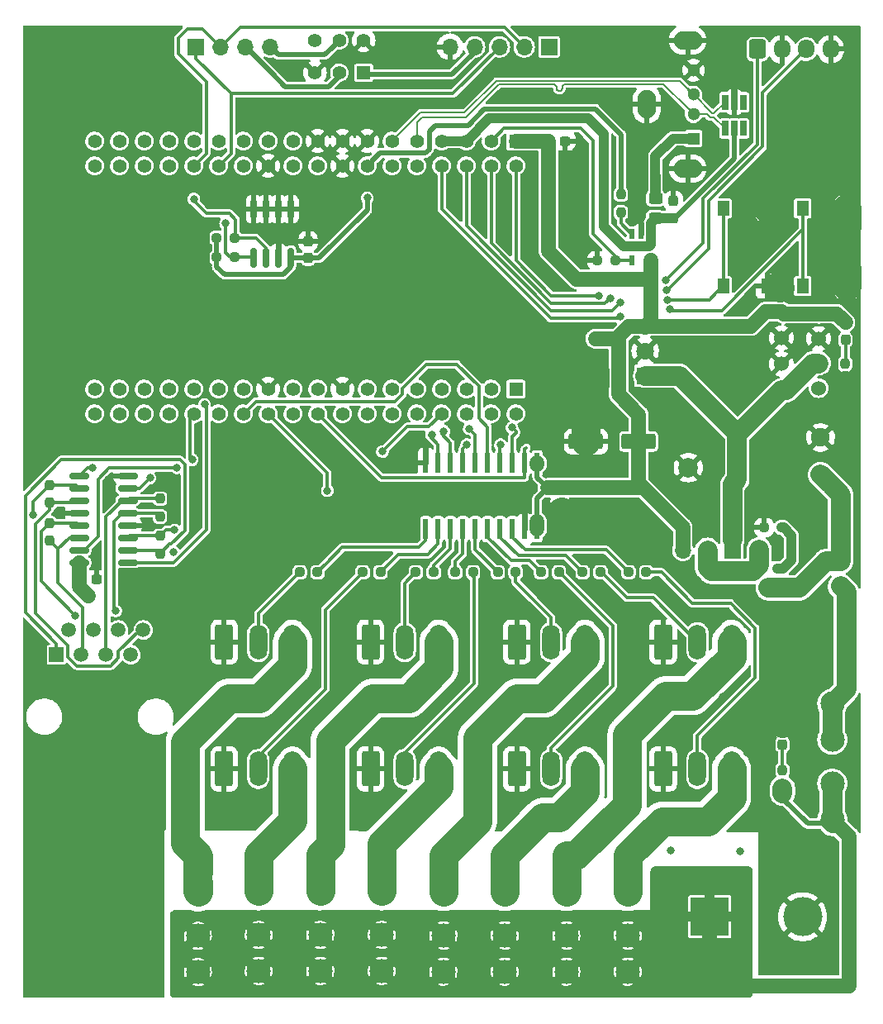
<source format=gbr>
%TF.GenerationSoftware,KiCad,Pcbnew,(6.0.5)*%
%TF.CreationDate,2022-06-18T22:59:02-05:00*%
%TF.ProjectId,PB_8,50425f38-2e6b-4696-9361-645f70636258,v1*%
%TF.SameCoordinates,Original*%
%TF.FileFunction,Copper,L1,Top*%
%TF.FilePolarity,Positive*%
%FSLAX46Y46*%
G04 Gerber Fmt 4.6, Leading zero omitted, Abs format (unit mm)*
G04 Created by KiCad (PCBNEW (6.0.5)) date 2022-06-18 22:59:02*
%MOMM*%
%LPD*%
G01*
G04 APERTURE LIST*
G04 Aperture macros list*
%AMRoundRect*
0 Rectangle with rounded corners*
0 $1 Rounding radius*
0 $2 $3 $4 $5 $6 $7 $8 $9 X,Y pos of 4 corners*
0 Add a 4 corners polygon primitive as box body*
4,1,4,$2,$3,$4,$5,$6,$7,$8,$9,$2,$3,0*
0 Add four circle primitives for the rounded corners*
1,1,$1+$1,$2,$3*
1,1,$1+$1,$4,$5*
1,1,$1+$1,$6,$7*
1,1,$1+$1,$8,$9*
0 Add four rect primitives between the rounded corners*
20,1,$1+$1,$2,$3,$4,$5,0*
20,1,$1+$1,$4,$5,$6,$7,0*
20,1,$1+$1,$6,$7,$8,$9,0*
20,1,$1+$1,$8,$9,$2,$3,0*%
G04 Aperture macros list end*
%TA.AperFunction,ComponentPad*%
%ADD10R,1.700000X1.700000*%
%TD*%
%TA.AperFunction,ComponentPad*%
%ADD11O,1.700000X1.700000*%
%TD*%
%TA.AperFunction,ComponentPad*%
%ADD12C,2.475000*%
%TD*%
%TA.AperFunction,ComponentPad*%
%ADD13R,1.300000X1.300000*%
%TD*%
%TA.AperFunction,ComponentPad*%
%ADD14C,1.300000*%
%TD*%
%TA.AperFunction,ComponentPad*%
%ADD15O,1.900000X2.900000*%
%TD*%
%TA.AperFunction,ComponentPad*%
%ADD16O,2.900000X1.900000*%
%TD*%
%TA.AperFunction,SMDPad,CuDef*%
%ADD17RoundRect,0.237500X0.250000X0.237500X-0.250000X0.237500X-0.250000X-0.237500X0.250000X-0.237500X0*%
%TD*%
%TA.AperFunction,SMDPad,CuDef*%
%ADD18RoundRect,0.250000X-0.450000X0.325000X-0.450000X-0.325000X0.450000X-0.325000X0.450000X0.325000X0*%
%TD*%
%TA.AperFunction,SMDPad,CuDef*%
%ADD19RoundRect,0.237500X-0.237500X0.250000X-0.237500X-0.250000X0.237500X-0.250000X0.237500X0.250000X0*%
%TD*%
%TA.AperFunction,SMDPad,CuDef*%
%ADD20RoundRect,0.237500X0.237500X-0.300000X0.237500X0.300000X-0.237500X0.300000X-0.237500X-0.300000X0*%
%TD*%
%TA.AperFunction,SMDPad,CuDef*%
%ADD21R,0.600000X1.050000*%
%TD*%
%TA.AperFunction,SMDPad,CuDef*%
%ADD22RoundRect,0.150000X-0.150000X0.825000X-0.150000X-0.825000X0.150000X-0.825000X0.150000X0.825000X0*%
%TD*%
%TA.AperFunction,SMDPad,CuDef*%
%ADD23RoundRect,0.250000X1.500000X0.550000X-1.500000X0.550000X-1.500000X-0.550000X1.500000X-0.550000X0*%
%TD*%
%TA.AperFunction,ComponentPad*%
%ADD24R,2.000000X2.000000*%
%TD*%
%TA.AperFunction,ComponentPad*%
%ADD25C,2.000000*%
%TD*%
%TA.AperFunction,SMDPad,CuDef*%
%ADD26RoundRect,0.237500X0.237500X-0.287500X0.237500X0.287500X-0.237500X0.287500X-0.237500X-0.287500X0*%
%TD*%
%TA.AperFunction,SMDPad,CuDef*%
%ADD27RoundRect,0.237500X0.237500X-0.250000X0.237500X0.250000X-0.237500X0.250000X-0.237500X-0.250000X0*%
%TD*%
%TA.AperFunction,ComponentPad*%
%ADD28R,1.800000X1.800000*%
%TD*%
%TA.AperFunction,ComponentPad*%
%ADD29C,1.800000*%
%TD*%
%TA.AperFunction,ComponentPad*%
%ADD30C,1.524000*%
%TD*%
%TA.AperFunction,SMDPad,CuDef*%
%ADD31R,1.200000X0.900000*%
%TD*%
%TA.AperFunction,SMDPad,CuDef*%
%ADD32RoundRect,0.237500X-0.300000X-0.237500X0.300000X-0.237500X0.300000X0.237500X-0.300000X0.237500X0*%
%TD*%
%TA.AperFunction,ComponentPad*%
%ADD33R,1.408000X1.408000*%
%TD*%
%TA.AperFunction,ComponentPad*%
%ADD34C,1.408000*%
%TD*%
%TA.AperFunction,SMDPad,CuDef*%
%ADD35R,0.558800X2.159000*%
%TD*%
%TA.AperFunction,ComponentPad*%
%ADD36R,1.400000X1.400000*%
%TD*%
%TA.AperFunction,ComponentPad*%
%ADD37C,1.400000*%
%TD*%
%TA.AperFunction,SMDPad,CuDef*%
%ADD38RoundRect,0.237500X-0.237500X0.300000X-0.237500X-0.300000X0.237500X-0.300000X0.237500X0.300000X0*%
%TD*%
%TA.AperFunction,SMDPad,CuDef*%
%ADD39R,0.900000X1.200000*%
%TD*%
%TA.AperFunction,SMDPad,CuDef*%
%ADD40R,0.800000X0.900000*%
%TD*%
%TA.AperFunction,SMDPad,CuDef*%
%ADD41RoundRect,0.237500X-0.250000X-0.237500X0.250000X-0.237500X0.250000X0.237500X-0.250000X0.237500X0*%
%TD*%
%TA.AperFunction,ComponentPad*%
%ADD42R,4.000000X4.000000*%
%TD*%
%TA.AperFunction,ComponentPad*%
%ADD43C,4.000000*%
%TD*%
%TA.AperFunction,ComponentPad*%
%ADD44C,1.904000*%
%TD*%
%TA.AperFunction,SMDPad,CuDef*%
%ADD45R,0.650000X1.560000*%
%TD*%
%TA.AperFunction,ComponentPad*%
%ADD46RoundRect,0.250000X-0.600000X-0.725000X0.600000X-0.725000X0.600000X0.725000X-0.600000X0.725000X0*%
%TD*%
%TA.AperFunction,ComponentPad*%
%ADD47O,1.700000X1.950000*%
%TD*%
%TA.AperFunction,SMDPad,CuDef*%
%ADD48R,1.300000X1.550000*%
%TD*%
%TA.AperFunction,ComponentPad*%
%ADD49RoundRect,0.250000X-0.650000X-1.550000X0.650000X-1.550000X0.650000X1.550000X-0.650000X1.550000X0*%
%TD*%
%TA.AperFunction,ComponentPad*%
%ADD50O,1.800000X3.600000*%
%TD*%
%TA.AperFunction,ComponentPad*%
%ADD51R,1.500000X1.500000*%
%TD*%
%TA.AperFunction,ComponentPad*%
%ADD52C,1.500000*%
%TD*%
%TA.AperFunction,SMDPad,CuDef*%
%ADD53RoundRect,0.150000X0.825000X0.150000X-0.825000X0.150000X-0.825000X-0.150000X0.825000X-0.150000X0*%
%TD*%
%TA.AperFunction,SMDPad,CuDef*%
%ADD54RoundRect,0.237500X-0.237500X0.287500X-0.237500X-0.287500X0.237500X-0.287500X0.237500X0.287500X0*%
%TD*%
%TA.AperFunction,ViaPad*%
%ADD55C,0.800000*%
%TD*%
%TA.AperFunction,ViaPad*%
%ADD56C,1.000000*%
%TD*%
%TA.AperFunction,Conductor*%
%ADD57C,1.299800*%
%TD*%
%TA.AperFunction,Conductor*%
%ADD58C,3.000000*%
%TD*%
%TA.AperFunction,Conductor*%
%ADD59C,0.899800*%
%TD*%
%TA.AperFunction,Conductor*%
%ADD60C,0.951600*%
%TD*%
%TA.AperFunction,Conductor*%
%ADD61C,0.558600*%
%TD*%
%TA.AperFunction,Conductor*%
%ADD62C,0.599800*%
%TD*%
%TA.AperFunction,Conductor*%
%ADD63C,0.601000*%
%TD*%
%TA.AperFunction,Conductor*%
%ADD64C,0.649800*%
%TD*%
%TA.AperFunction,Conductor*%
%ADD65C,1.500000*%
%TD*%
%TA.AperFunction,Conductor*%
%ADD66C,0.500000*%
%TD*%
%TA.AperFunction,Conductor*%
%ADD67C,2.000000*%
%TD*%
%TA.AperFunction,Conductor*%
%ADD68C,0.799800*%
%TD*%
%TA.AperFunction,Conductor*%
%ADD69C,0.350000*%
%TD*%
%TA.AperFunction,Conductor*%
%ADD70C,0.200000*%
%TD*%
%TA.AperFunction,Conductor*%
%ADD71C,0.250000*%
%TD*%
%TA.AperFunction,Conductor*%
%ADD72C,1.000000*%
%TD*%
G04 APERTURE END LIST*
D10*
%TO.P,J23,1,Pin_1*%
%TO.N,Net-(C1-Pad1)*%
X201178800Y-107202600D03*
D11*
%TO.P,J23,2,Pin_2*%
%TO.N,VCC*%
X198638800Y-107202600D03*
%TO.P,J23,3,Pin_3*%
%TO.N,+5V*%
X196098800Y-107202600D03*
%TD*%
D12*
%TO.P,F18,1_1,1*%
%TO.N,VIN2*%
X211426000Y-134802600D03*
%TO.P,F18,1_2,1*%
X211426000Y-131102600D03*
%TO.P,F18,2_1,2*%
%TO.N,/VIN_Fuse*%
X211426000Y-126602600D03*
%TO.P,F18,2_2,2*%
X211426000Y-122902600D03*
%TD*%
D10*
%TO.P,J29,1,Pin_1*%
%TO.N,/VIN*%
X212278800Y-105813000D03*
D11*
%TO.P,J29,2,Pin_2*%
X212278800Y-108353000D03*
%TO.P,J29,3,Pin_3*%
%TO.N,/VIN_Fuse*%
X212278800Y-110893000D03*
%TD*%
D13*
%TO.P,J19,1,VBUS*%
%TO.N,/USB/V_USB_FB*%
X197202600Y-65020700D03*
D14*
%TO.P,J19,2,D-*%
%TO.N,USB_D-*%
X197202600Y-62520700D03*
%TO.P,J19,3,D+*%
%TO.N,USB_D+*%
X197202600Y-60520700D03*
%TO.P,J19,4,GND*%
%TO.N,GND*%
X197202600Y-58020700D03*
D15*
%TO.P,J19,5,Shield*%
X192422600Y-61520700D03*
D16*
X196602600Y-68090700D03*
X196602600Y-54950700D03*
%TD*%
D17*
%TO.P,R29,1*%
%TO.N,USB_DVBUS*%
X189161300Y-77502600D03*
%TO.P,R29,2*%
%TO.N,GND*%
X187336300Y-77502600D03*
%TD*%
D18*
%TO.P,FB1,1*%
%TO.N,/USB/V_USB_FB*%
X193302600Y-71145700D03*
%TO.P,FB1,2*%
%TO.N,V_USB*%
X193302600Y-73195700D03*
%TD*%
D19*
%TO.P,R30,1*%
%TO.N,+3V3*%
X189759800Y-70757800D03*
%TO.P,R30,2*%
%TO.N,Net-(R30-Pad2)*%
X189759800Y-72582800D03*
%TD*%
D20*
%TO.P,C9,1*%
%TO.N,V_USB*%
X195148800Y-73165100D03*
%TO.P,C9,2*%
%TO.N,GND*%
X195148800Y-71440100D03*
%TD*%
D21*
%TO.P,U8,1,OUT*%
%TO.N,V_USB*%
X192792600Y-74816100D03*
%TO.P,U8,2,GND*%
%TO.N,GND*%
X191842600Y-74816100D03*
%TO.P,U8,3,~{OC}*%
%TO.N,Net-(R30-Pad2)*%
X190892600Y-74816100D03*
%TO.P,U8,4,~{EN}*%
%TO.N,USB_DVBUS*%
X190892600Y-77516100D03*
%TO.P,U8,5,IN*%
%TO.N,+5V*%
X192792600Y-77516100D03*
%TD*%
D20*
%TO.P,C3,1*%
%TO.N,+3V3*%
X157698800Y-77265100D03*
%TO.P,C3,2*%
%TO.N,GND*%
X157698800Y-75540100D03*
%TD*%
D17*
%TO.P,R6,1*%
%TO.N,I2C_SCL*%
X150161300Y-75202600D03*
%TO.P,R6,2*%
%TO.N,+3V3*%
X148336300Y-75202600D03*
%TD*%
D22*
%TO.P,U2,1,A0*%
%TO.N,GND*%
X155926000Y-72264100D03*
%TO.P,U2,2,A1*%
X154656000Y-72264100D03*
%TO.P,U2,3,A2*%
X153386000Y-72264100D03*
%TO.P,U2,4,GND*%
X152116000Y-72264100D03*
%TO.P,U2,5,SDA*%
%TO.N,I2C_SDA*%
X152116000Y-77214100D03*
%TO.P,U2,6,SCL*%
%TO.N,I2C_SCL*%
X153386000Y-77214100D03*
%TO.P,U2,7,WP*%
%TO.N,GND*%
X154656000Y-77214100D03*
%TO.P,U2,8,VCC*%
%TO.N,+3V3*%
X155926000Y-77214100D03*
%TD*%
D17*
%TO.P,R5,1*%
%TO.N,I2C_SDA*%
X150161300Y-77202600D03*
%TO.P,R5,2*%
%TO.N,+3V3*%
X148336300Y-77202600D03*
%TD*%
D23*
%TO.P,C2,1*%
%TO.N,+5V*%
X191578800Y-96052600D03*
%TO.P,C2,2*%
%TO.N,GND*%
X186178800Y-96052600D03*
%TD*%
D24*
%TO.P,C1,1*%
%TO.N,Net-(C1-Pad1)*%
X201678800Y-98735800D03*
D25*
%TO.P,C1,2*%
%TO.N,GND*%
X196678800Y-98735800D03*
%TD*%
D26*
%TO.P,D3,1,K*%
%TO.N,Net-(D3-Pad1)*%
X212773800Y-85627600D03*
%TO.P,D3,2,A*%
%TO.N,+5V*%
X212773800Y-83877600D03*
%TD*%
D27*
%TO.P,R3,1*%
%TO.N,GND*%
X212748800Y-89915100D03*
%TO.P,R3,2*%
%TO.N,Net-(D3-Pad1)*%
X212748800Y-88090100D03*
%TD*%
D28*
%TO.P,U1,1,IN*%
%TO.N,Net-(C1-Pad1)*%
X192256800Y-89317600D03*
D29*
%TO.P,U1,2,GND*%
%TO.N,GND*%
X192256800Y-86777600D03*
%TO.P,U1,3,OUT*%
%TO.N,+5V*%
X192256800Y-84237600D03*
D30*
%TO.P,U1,4,OUT*%
X210036800Y-82967600D03*
%TO.P,U1,5,GND*%
%TO.N,GND*%
X210036800Y-85507600D03*
%TO.P,U1,6,IN*%
%TO.N,Net-(C1-Pad1)*%
X210036800Y-88047600D03*
%TO.P,U1,7,EN*%
%TO.N,unconnected-(U1-Pad7)*%
X210036800Y-90587600D03*
%TO.P,U1,8,OUT*%
%TO.N,+5V*%
X206226800Y-82735660D03*
%TO.P,U1,9,GND*%
%TO.N,GND*%
X206226800Y-85430600D03*
%TO.P,U1,10,GND*%
X206226800Y-88124600D03*
%TO.P,U1,11,IN*%
%TO.N,Net-(C1-Pad1)*%
X206226800Y-90819540D03*
%TD*%
D31*
%TO.P,D5,1,K*%
%TO.N,+5V*%
X187123800Y-85527600D03*
%TO.P,D5,2,A*%
%TO.N,GND*%
X187123800Y-88827600D03*
%TD*%
D32*
%TO.P,C4,1*%
%TO.N,+5V*%
X182336300Y-65284800D03*
%TO.P,C4,2*%
%TO.N,GND*%
X184061300Y-65284800D03*
%TD*%
D33*
%TO.P,U3,P1_1,SYS_VIN*%
%TO.N,+5V*%
X179000400Y-65274600D03*
D34*
%TO.P,U3,P1_2,AIN6/GPIO87*%
%TO.N,GPIO1*%
X179000400Y-67814600D03*
%TO.P,U3,P1_3,USB1_DRVVBUS*%
%TO.N,USB_DVBUS*%
X176460400Y-65274600D03*
%TO.P,U3,P1_4,GPIO_89*%
%TO.N,GPIO2*%
X176460400Y-67814600D03*
%TO.P,U3,P1_5,USB1_VBUS*%
%TO.N,V_USB*%
X173920400Y-65274600D03*
%TO.P,U3,P1_6,SPI0_CS*%
%TO.N,BTN1*%
X173920400Y-67814600D03*
%TO.P,U3,P1_7,USB1_VIN*%
%TO.N,V_USB*%
X171380400Y-65274600D03*
%TO.P,U3,P1_8,SPI0_CLK*%
%TO.N,BTN2*%
X171380400Y-67814600D03*
%TO.P,U3,P1_9,USB1_DN*%
%TO.N,USB_D-*%
X168840400Y-65274600D03*
%TO.P,U3,P1_10,SPI0_MISO*%
%TO.N,TXD2*%
X168840400Y-67814600D03*
%TO.P,U3,P1_11,USB1_DP*%
%TO.N,USB_D+*%
X166300400Y-65274600D03*
%TO.P,U3,P1_12,SPI0_MOSI*%
%TO.N,OUT30*%
X166300400Y-67814600D03*
%TO.P,U3,P1_13,USB1_ID*%
%TO.N,GND*%
X163760400Y-65274600D03*
%TO.P,U3,P1_14,SYS_3.3V*%
%TO.N,+3V3*%
X163760400Y-67814600D03*
%TO.P,U3,P1_15,USB1_GND*%
%TO.N,GND*%
X161220400Y-65274600D03*
%TO.P,U3,P1_16,SYS_GND*%
X161220400Y-67814600D03*
%TO.P,U3,P1_17,AIN1.8V_REF-*%
X158680400Y-65274600D03*
%TO.P,U3,P1_18,AIN1.8V_REF+*%
%TO.N,unconnected-(U3-PadP1_18)*%
X158680400Y-67814600D03*
%TO.P,U3,P1_19,AIN0(1.8V)*%
%TO.N,unconnected-(U3-PadP1_19)*%
X156140400Y-65274600D03*
%TO.P,U3,P1_20,GPIO_20*%
%TO.N,OUT29*%
X156140400Y-67814600D03*
%TO.P,U3,P1_21,AIN1(1.8V)*%
%TO.N,unconnected-(U3-PadP1_21)*%
X153600400Y-65274600D03*
%TO.P,U3,P1_22,SYS_GND*%
%TO.N,GND*%
X153600400Y-67814600D03*
%TO.P,U3,P1_23,AIN2(1.8V)*%
%TO.N,unconnected-(U3-PadP1_23)*%
X151060400Y-65274600D03*
%TO.P,U3,P1_24,SYS_VOUT*%
%TO.N,unconnected-(U3-PadP1_24)*%
X151060400Y-67814600D03*
%TO.P,U3,P1_25,AIN3(1.8V)*%
%TO.N,unconnected-(U3-PadP1_25)*%
X148520400Y-65274600D03*
%TO.P,U3,P1_26,I2C2_SDA*%
%TO.N,I2C_SDA*%
X148520400Y-67814600D03*
%TO.P,U3,P1_27,AIN4(1.8V)*%
%TO.N,unconnected-(U3-PadP1_27)*%
X145980400Y-65274600D03*
%TO.P,U3,P1_28,I2C2_SCL*%
%TO.N,I2C_SCL*%
X145980400Y-67814600D03*
%TO.P,U3,P1_29,PRU0_7*%
%TO.N,OUT21*%
X143440400Y-65274600D03*
%TO.P,U3,P1_30,UART0_TX*%
%TO.N,OUT28*%
X143440400Y-67814600D03*
%TO.P,U3,P1_31,PRU0_4*%
%TO.N,OUT22*%
X140900400Y-65274600D03*
%TO.P,U3,P1_32,UART0_RX*%
%TO.N,OUT27*%
X140900400Y-67814600D03*
%TO.P,U3,P1_33,PRU0_1*%
%TO.N,OUT23*%
X138360400Y-65274600D03*
%TO.P,U3,P1_34,GPIO_26*%
%TO.N,OUT25*%
X138360400Y-67814600D03*
%TO.P,U3,P1_35,PRU1_10*%
%TO.N,OUT24*%
X135820400Y-65274600D03*
%TO.P,U3,P1_36,PWM0_A*%
%TO.N,OUT26*%
X135820400Y-67814600D03*
D33*
%TO.P,U3,P2_1,PWM1_A*%
%TO.N,DATA16*%
X179000400Y-90674600D03*
D34*
%TO.P,U3,P2_2,GPIO_59*%
%TO.N,DATA15*%
X179000400Y-93214600D03*
%TO.P,U3,P2_3,GPIO_23*%
%TO.N,DATA14*%
X176460400Y-90674600D03*
%TO.P,U3,P2_4,GPIO_58*%
%TO.N,DATA13*%
X176460400Y-93214600D03*
%TO.P,U3,P2_5,UART4_RX*%
%TO.N,DATA11*%
X173920400Y-90674600D03*
%TO.P,U3,P2_6,GPIO_57*%
%TO.N,DATA12*%
X173920400Y-93214600D03*
%TO.P,U3,P2_7,UART4_TX*%
%TO.N,DATA9*%
X171380400Y-90674600D03*
%TO.P,U3,P2_8,GPIO_60*%
%TO.N,DATA10*%
X171380400Y-93214600D03*
%TO.P,U3,P2_9,I2C1_SCL*%
%TO.N,TXD1*%
X168840400Y-90674600D03*
%TO.P,U3,P2_10,GPIO_52*%
%TO.N,OUT31*%
X168840400Y-93214600D03*
%TO.P,U3,P2_11,I2C1_SDA*%
%TO.N,OUT32*%
X166300400Y-90674600D03*
%TO.P,U3,P2_12,SYS_PWRBTN*%
%TO.N,unconnected-(U3-PadP2_12)*%
X166300400Y-93214600D03*
%TO.P,U3,P2_13,SYS_VOUT*%
%TO.N,unconnected-(U3-PadP2_13)*%
X163760400Y-90674600D03*
%TO.P,U3,P2_14,BAT_VIN*%
%TO.N,unconnected-(U3-PadP2_14)*%
X163760400Y-93214600D03*
%TO.P,U3,P2_15,SYS_GND*%
%TO.N,GND*%
X161220400Y-90674600D03*
%TO.P,U3,P2_16,BAT_TEMP*%
%TO.N,unconnected-(U3-PadP2_16)*%
X161220400Y-93214600D03*
%TO.P,U3,P2_17,GPIO_65*%
%TO.N,OUT33*%
X158680400Y-90674600D03*
%TO.P,U3,P2_18,GPIO_47*%
%TO.N,DATA8*%
X158680400Y-93214600D03*
%TO.P,U3,P2_19,GPIO_27*%
%TO.N,OUT34*%
X156140400Y-90674600D03*
%TO.P,U3,P2_20,GPIO_64*%
%TO.N,DATA7*%
X156140400Y-93214600D03*
%TO.P,U3,P2_21,SYS_GND*%
%TO.N,GND*%
X153600400Y-90674600D03*
%TO.P,U3,P2_22,GPIO_46*%
%TO.N,DATA6*%
X153600400Y-93214600D03*
%TO.P,U3,P2_23,SYS_3.3V*%
%TO.N,unconnected-(U3-PadP2_23)*%
X151060400Y-90674600D03*
%TO.P,U3,P2_24,GPIO_48*%
%TO.N,DATA5*%
X151060400Y-93214600D03*
%TO.P,U3,P2_25,SPI1_MOSI*%
%TO.N,OUT35*%
X148520400Y-90674600D03*
%TO.P,U3,P2_26,SYS_NRST*%
%TO.N,unconnected-(U3-PadP2_26)*%
X148520400Y-93214600D03*
%TO.P,U3,P2_27,SPI1_MISO*%
%TO.N,OUT36*%
X145980400Y-90674600D03*
%TO.P,U3,P2_28,PRU0_6*%
%TO.N,DATA4*%
X145980400Y-93214600D03*
%TO.P,U3,P2_29,SPI1_CLK*%
%TO.N,OUT19*%
X143440400Y-90674600D03*
%TO.P,U3,P2_30,PRU0_3*%
%TO.N,DATA3*%
X143440400Y-93214600D03*
%TO.P,U3,P2_31,SPI1_CS*%
%TO.N,OUT20*%
X140900400Y-90674600D03*
%TO.P,U3,P2_32,PRU0_2*%
%TO.N,DATA2*%
X140900400Y-93214600D03*
%TO.P,U3,P2_33,GPIO_45*%
%TO.N,OUT17*%
X138360400Y-90674600D03*
%TO.P,U3,P2_34,PRU0_5*%
%TO.N,DATA1*%
X138360400Y-93214600D03*
%TO.P,U3,P2_35,AIN5/GPIO86*%
%TO.N,OUT18*%
X135820400Y-90674600D03*
%TO.P,U3,P2_36,AIN7(1.8V)*%
%TO.N,unconnected-(U3-PadP2_36)*%
X135820400Y-93214600D03*
%TD*%
D35*
%TO.P,U5,1,DIR*%
%TO.N,+5V*%
X181184800Y-98274300D03*
%TO.P,U5,2,A1*%
%TO.N,DATA8*%
X179914800Y-98274300D03*
%TO.P,U5,3,A2*%
%TO.N,DATA7*%
X178644800Y-98274300D03*
%TO.P,U5,4,A3*%
%TO.N,DATA6*%
X177374800Y-98274300D03*
%TO.P,U5,5,A4*%
%TO.N,DATA5*%
X176104800Y-98274300D03*
%TO.P,U5,6,A5*%
%TO.N,DATA4*%
X174834800Y-98274300D03*
%TO.P,U5,7,A6*%
%TO.N,DATA3*%
X173564800Y-98274300D03*
%TO.P,U5,8,A7*%
%TO.N,DATA2*%
X172294800Y-98274300D03*
%TO.P,U5,9,A8*%
%TO.N,DATA1*%
X171024800Y-98274300D03*
%TO.P,U5,10,GND*%
%TO.N,GND*%
X169754800Y-98274300D03*
%TO.P,U5,11,B8*%
%TO.N,Net-(R15-Pad1)*%
X169754800Y-105030700D03*
%TO.P,U5,12,B7*%
%TO.N,Net-(R16-Pad1)*%
X171024800Y-105030700D03*
%TO.P,U5,13,B6*%
%TO.N,Net-(R17-Pad1)*%
X172294800Y-105030700D03*
%TO.P,U5,14,B5*%
%TO.N,Net-(R18-Pad1)*%
X173564800Y-105030700D03*
%TO.P,U5,15,B4*%
%TO.N,Net-(R19-Pad1)*%
X174834800Y-105030700D03*
%TO.P,U5,16,B3*%
%TO.N,Net-(R20-Pad1)*%
X176104800Y-105030700D03*
%TO.P,U5,17,B2*%
%TO.N,Net-(R21-Pad1)*%
X177374800Y-105030700D03*
%TO.P,U5,18,B1*%
%TO.N,Net-(R22-Pad1)*%
X178644800Y-105030700D03*
%TO.P,U5,19,\u002AOE*%
%TO.N,GND*%
X179914800Y-105030700D03*
%TO.P,U5,20,VCC*%
%TO.N,+5V*%
X181184800Y-105030700D03*
%TD*%
D10*
%TO.P,J25,1,Pin_1*%
%TO.N,unconnected-(J25-Pad1)*%
X182387700Y-55625800D03*
D11*
%TO.P,J25,2,Pin_2*%
%TO.N,I2C_SCL*%
X179847700Y-55625800D03*
%TO.P,J25,3,Pin_3*%
%TO.N,I2C_SDA*%
X177307700Y-55625800D03*
%TO.P,J25,4,Pin_4*%
%TO.N,+3V3*%
X174767700Y-55625800D03*
%TO.P,J25,5,Pin_5*%
%TO.N,GND*%
X172227700Y-55625800D03*
%TD*%
D10*
%TO.P,J26,1,Pin_1*%
%TO.N,I2C_SDA*%
X146197700Y-55625800D03*
D11*
%TO.P,J26,2,Pin_2*%
%TO.N,I2C_SCL*%
X148737700Y-55625800D03*
%TO.P,J26,3,Pin_3*%
%TO.N,/OLED_Pin_3*%
X151277700Y-55625800D03*
%TO.P,J26,4,Pin_4*%
%TO.N,/OLED_Pin_4*%
X153817700Y-55625800D03*
%TD*%
D36*
%TO.P,SW3,1,A*%
%TO.N,+3V3*%
X163398800Y-58272600D03*
D37*
%TO.P,SW3,2,B*%
%TO.N,/OLED_Pin_3*%
X160898800Y-58272600D03*
%TO.P,SW3,3,C*%
%TO.N,GND*%
X158398800Y-58272600D03*
%TO.P,SW3,4,A*%
X163398800Y-54972600D03*
%TO.P,SW3,5,B*%
%TO.N,/OLED_Pin_4*%
X160898800Y-54972600D03*
%TO.P,SW3,6,C*%
%TO.N,+3V3*%
X158398800Y-54972600D03*
%TD*%
D38*
%TO.P,C6,1*%
%TO.N,+5V*%
X183498800Y-100827600D03*
%TO.P,C6,2*%
%TO.N,GND*%
X183498800Y-102552600D03*
%TD*%
D39*
%TO.P,D4,1,K*%
%TO.N,VCC*%
X203928800Y-107152600D03*
%TO.P,D4,2,A*%
%TO.N,Net-(D4-Pad2)*%
X207228800Y-107152600D03*
%TD*%
D40*
%TO.P,Q1,1,G*%
%TO.N,Net-(D4-Pad2)*%
X205828800Y-109052600D03*
%TO.P,Q1,2,S*%
%TO.N,VCC*%
X203928800Y-109052600D03*
%TO.P,Q1,3,D*%
%TO.N,/VIN*%
X204878800Y-111052600D03*
%TD*%
D41*
%TO.P,R4,1*%
%TO.N,GND*%
X204436300Y-104852600D03*
%TO.P,R4,2*%
%TO.N,Net-(D4-Pad2)*%
X206261300Y-104852600D03*
%TD*%
D42*
%TO.P,J18,1,Pin_1*%
%TO.N,VIN2*%
X198878800Y-144752600D03*
D43*
%TO.P,J18,2,Pin_2*%
%TO.N,GND*%
X208378800Y-144752600D03*
%TD*%
D44*
%TO.P,J28,1,Pin_1*%
%TO.N,/VIN*%
X210229259Y-99458160D03*
%TO.P,J28,2,Pin_2*%
%TO.N,GND*%
X210229259Y-95648160D03*
%TD*%
D45*
%TO.P,U9,1,D1+*%
%TO.N,unconnected-(U9-Pad1)*%
X202318800Y-61292600D03*
%TO.P,U9,2,GND*%
%TO.N,GND*%
X201368800Y-61292600D03*
%TO.P,U9,3,D2+*%
%TO.N,USB_D+*%
X200418800Y-61292600D03*
%TO.P,U9,4,D2-*%
%TO.N,USB_D-*%
X200418800Y-63992600D03*
%TO.P,U9,5,VCC*%
%TO.N,V_USB*%
X201368800Y-63992600D03*
%TO.P,U9,6,D1-*%
%TO.N,unconnected-(U9-Pad6)*%
X202318800Y-63992600D03*
%TD*%
D46*
%TO.P,J27,1,Pin_1*%
%TO.N,GPIO1*%
X203760300Y-55861400D03*
D47*
%TO.P,J27,2,Pin_2*%
%TO.N,GND*%
X206260300Y-55861400D03*
%TO.P,J27,3,Pin_3*%
%TO.N,GPIO2*%
X208760300Y-55861400D03*
%TO.P,J27,4,Pin_4*%
%TO.N,GND*%
X211260300Y-55861400D03*
%TD*%
D48*
%TO.P,SW1,1,1*%
%TO.N,BTN1*%
X200248800Y-72182600D03*
X200248800Y-80132600D03*
%TO.P,SW1,2,2*%
%TO.N,GND*%
X204748800Y-80132600D03*
X204748800Y-72182600D03*
%TD*%
%TO.P,SW2,1,1*%
%TO.N,BTN2*%
X208398800Y-72182600D03*
X208398800Y-80132600D03*
%TO.P,SW2,2,2*%
%TO.N,GND*%
X212898800Y-72182600D03*
X212898800Y-80132600D03*
%TD*%
D41*
%TO.P,R22,1*%
%TO.N,Net-(R22-Pad1)*%
X190536300Y-109452600D03*
%TO.P,R22,2*%
%TO.N,/Output 1-8/DOUT8*%
X192361300Y-109452600D03*
%TD*%
D12*
%TO.P,F7,1_1,1*%
%TO.N,VIN2*%
X184172100Y-150363600D03*
%TO.P,F7,1_2,1*%
X184172100Y-146663600D03*
%TO.P,F7,2_1,2*%
%TO.N,/Output 1-8/VOUT7*%
X184172100Y-142163600D03*
%TO.P,F7,2_2,2*%
X184172100Y-138463600D03*
%TD*%
D17*
%TO.P,R15,1*%
%TO.N,Net-(R15-Pad1)*%
X158661300Y-109452600D03*
%TO.P,R15,2*%
%TO.N,/Output 1-8/DOUT1*%
X156836300Y-109452600D03*
%TD*%
D49*
%TO.P,J6,1,Pin_1*%
%TO.N,GND*%
X179100000Y-129600000D03*
D50*
%TO.P,J6,2,Pin_2*%
%TO.N,/Output 1-8/DOUT6*%
X182600000Y-129600000D03*
%TO.P,J6,3,Pin_3*%
%TO.N,/Output 1-8/VOUT6*%
X186100000Y-129600000D03*
%TD*%
D49*
%TO.P,J7,1,Pin_1*%
%TO.N,GND*%
X194100000Y-116600000D03*
D50*
%TO.P,J7,2,Pin_2*%
%TO.N,/Output 1-8/DOUT7*%
X197600000Y-116600000D03*
%TO.P,J7,3,Pin_3*%
%TO.N,/Output 1-8/VOUT7*%
X201100000Y-116600000D03*
%TD*%
D49*
%TO.P,J3,1,Pin_1*%
%TO.N,GND*%
X164100000Y-116600000D03*
D50*
%TO.P,J3,2,Pin_2*%
%TO.N,/Output 1-8/DOUT3*%
X167600000Y-116600000D03*
%TO.P,J3,3,Pin_3*%
%TO.N,/Output 1-8/VOUT3*%
X171100000Y-116600000D03*
%TD*%
D12*
%TO.P,F4,1_1,1*%
%TO.N,VIN2*%
X165252100Y-150294800D03*
%TO.P,F4,1_2,1*%
X165252100Y-146594800D03*
%TO.P,F4,2_1,2*%
%TO.N,/Output 1-8/VOUT4*%
X165252100Y-142094800D03*
%TO.P,F4,2_2,2*%
X165252100Y-138394800D03*
%TD*%
D32*
%TO.P,C5,1*%
%TO.N,+5V*%
X134273800Y-110202600D03*
%TO.P,C5,2*%
%TO.N,GND*%
X135998800Y-110202600D03*
%TD*%
D49*
%TO.P,J2,1,Pin_1*%
%TO.N,GND*%
X149100000Y-129600000D03*
D50*
%TO.P,J2,2,Pin_2*%
%TO.N,/Output 1-8/DOUT2*%
X152600000Y-129600000D03*
%TO.P,J2,3,Pin_3*%
%TO.N,/Output 1-8/VOUT2*%
X156100000Y-129600000D03*
%TD*%
D41*
%TO.P,R20,1*%
%TO.N,Net-(R20-Pad1)*%
X181586300Y-109452600D03*
%TO.P,R20,2*%
%TO.N,/Output 1-8/DOUT6*%
X183411300Y-109452600D03*
%TD*%
D17*
%TO.P,R16,1*%
%TO.N,Net-(R16-Pad1)*%
X165111300Y-109452600D03*
%TO.P,R16,2*%
%TO.N,/Output 1-8/DOUT2*%
X163286300Y-109452600D03*
%TD*%
D27*
%TO.P,R8,1*%
%TO.N,OUT9+*%
X142523800Y-107540100D03*
%TO.P,R8,2*%
%TO.N,OUT9-*%
X142523800Y-105715100D03*
%TD*%
D17*
%TO.P,R17,1*%
%TO.N,Net-(R17-Pad1)*%
X170561300Y-109452600D03*
%TO.P,R17,2*%
%TO.N,/Output 1-8/DOUT3*%
X168736300Y-109452600D03*
%TD*%
D49*
%TO.P,J4,1,Pin_1*%
%TO.N,GND*%
X164100000Y-129600000D03*
D50*
%TO.P,J4,2,Pin_2*%
%TO.N,/Output 1-8/DOUT4*%
X167600000Y-129600000D03*
%TO.P,J4,3,Pin_3*%
%TO.N,/Output 1-8/VOUT4*%
X171100000Y-129600000D03*
%TD*%
D51*
%TO.P,J9,1*%
%TO.N,OUT9+*%
X131916300Y-117902600D03*
D52*
%TO.P,J9,2*%
%TO.N,OUT9-*%
X133186300Y-115362600D03*
%TO.P,J9,3*%
%TO.N,OUT10+*%
X134456300Y-117902600D03*
%TO.P,J9,4*%
%TO.N,OUT11-*%
X135726300Y-115362600D03*
%TO.P,J9,5*%
%TO.N,OUT11+*%
X136996300Y-117902600D03*
%TO.P,J9,6*%
%TO.N,OUT10-*%
X138266300Y-115362600D03*
%TO.P,J9,7*%
%TO.N,OUT12+*%
X139536300Y-117902600D03*
%TO.P,J9,8*%
%TO.N,OUT12-*%
X140806300Y-115362600D03*
%TD*%
D41*
%TO.P,R19,1*%
%TO.N,Net-(R19-Pad1)*%
X177136300Y-109452600D03*
%TO.P,R19,2*%
%TO.N,/Output 1-8/DOUT5*%
X178961300Y-109452600D03*
%TD*%
D53*
%TO.P,U4,1,1A*%
%TO.N,DATA9*%
X139198800Y-108472600D03*
%TO.P,U4,2,1Y*%
%TO.N,OUT9+*%
X139198800Y-107202600D03*
%TO.P,U4,3,1Z*%
%TO.N,OUT9-*%
X139198800Y-105932600D03*
%TO.P,U4,4,G*%
%TO.N,GND*%
X139198800Y-104662600D03*
%TO.P,U4,5,2Z*%
%TO.N,OUT11-*%
X139198800Y-103392600D03*
%TO.P,U4,6,2Y*%
%TO.N,OUT11+*%
X139198800Y-102122600D03*
%TO.P,U4,7,2A*%
%TO.N,DATA11*%
X139198800Y-100852600D03*
%TO.P,U4,8,GND*%
%TO.N,GND*%
X139198800Y-99582600D03*
%TO.P,U4,9,3A*%
%TO.N,DATA12*%
X134248800Y-99582600D03*
%TO.P,U4,10,3Y*%
%TO.N,OUT12+*%
X134248800Y-100852600D03*
%TO.P,U4,11,3Z*%
%TO.N,OUT12-*%
X134248800Y-102122600D03*
%TO.P,U4,12,~{G}*%
%TO.N,GND*%
X134248800Y-103392600D03*
%TO.P,U4,13,4Z*%
%TO.N,OUT10-*%
X134248800Y-104662600D03*
%TO.P,U4,14,4Y*%
%TO.N,OUT10+*%
X134248800Y-105932600D03*
%TO.P,U4,15,4A*%
%TO.N,DATA10*%
X134248800Y-107202600D03*
%TO.P,U4,16,VCC*%
%TO.N,+5V*%
X134248800Y-108472600D03*
%TD*%
D12*
%TO.P,F5,1_1,1*%
%TO.N,VIN2*%
X171558800Y-150363600D03*
%TO.P,F5,1_2,1*%
X171558800Y-146663600D03*
%TO.P,F5,2_1,2*%
%TO.N,/Output 1-8/VOUT5*%
X171558800Y-142163600D03*
%TO.P,F5,2_2,2*%
X171558800Y-138463600D03*
%TD*%
D49*
%TO.P,J1,1,Pin_1*%
%TO.N,GND*%
X149100000Y-116600000D03*
D50*
%TO.P,J1,2,Pin_2*%
%TO.N,/Output 1-8/DOUT1*%
X152600000Y-116600000D03*
%TO.P,J1,3,Pin_3*%
%TO.N,/Output 1-8/VOUT1*%
X156100000Y-116600000D03*
%TD*%
D12*
%TO.P,F8,1_1,1*%
%TO.N,VIN2*%
X190478800Y-150363600D03*
%TO.P,F8,1_2,1*%
X190478800Y-146663600D03*
%TO.P,F8,2_1,2*%
%TO.N,/Output 1-8/VOUT8*%
X190478800Y-142163600D03*
%TO.P,F8,2_2,2*%
X190478800Y-138463600D03*
%TD*%
D54*
%TO.P,D1,1,K*%
%TO.N,GND*%
X206320600Y-125359600D03*
%TO.P,D1,2,A*%
%TO.N,Net-(D1-Pad2)*%
X206320600Y-127109600D03*
%TD*%
D12*
%TO.P,F6,1_1,1*%
%TO.N,VIN2*%
X177865500Y-150363600D03*
%TO.P,F6,1_2,1*%
X177865500Y-146663600D03*
%TO.P,F6,2_1,2*%
%TO.N,/Output 1-8/VOUT6*%
X177865500Y-142163600D03*
%TO.P,F6,2_2,2*%
X177865500Y-138463600D03*
%TD*%
D19*
%TO.P,R2,1*%
%TO.N,OUT10-*%
X131198800Y-104402600D03*
%TO.P,R2,2*%
%TO.N,OUT10+*%
X131198800Y-106227600D03*
%TD*%
D12*
%TO.P,F3,1_1,1*%
%TO.N,VIN2*%
X158945500Y-150298600D03*
%TO.P,F3,1_2,1*%
X158945500Y-146598600D03*
%TO.P,F3,2_1,2*%
%TO.N,/Output 1-8/VOUT3*%
X158945500Y-142098600D03*
%TO.P,F3,2_2,2*%
X158945500Y-138398600D03*
%TD*%
D49*
%TO.P,J5,1,Pin_1*%
%TO.N,GND*%
X179100000Y-116600000D03*
D50*
%TO.P,J5,2,Pin_2*%
%TO.N,/Output 1-8/DOUT5*%
X182600000Y-116600000D03*
%TO.P,J5,3,Pin_3*%
%TO.N,/Output 1-8/VOUT5*%
X186100000Y-116600000D03*
%TD*%
D12*
%TO.P,F2,1_1,1*%
%TO.N,VIN2*%
X152638800Y-150298600D03*
%TO.P,F2,1_2,1*%
X152638800Y-146598600D03*
%TO.P,F2,2_1,2*%
%TO.N,/Output 1-8/VOUT2*%
X152638800Y-142098600D03*
%TO.P,F2,2_2,2*%
X152638800Y-138398600D03*
%TD*%
D41*
%TO.P,R21,1*%
%TO.N,Net-(R21-Pad1)*%
X185836300Y-109452600D03*
%TO.P,R21,2*%
%TO.N,/Output 1-8/DOUT7*%
X187661300Y-109452600D03*
%TD*%
D27*
%TO.P,R7,1*%
%TO.N,OUT11-*%
X142523800Y-103740100D03*
%TO.P,R7,2*%
%TO.N,OUT11+*%
X142523800Y-101915100D03*
%TD*%
D41*
%TO.P,R18,1*%
%TO.N,Net-(R18-Pad1)*%
X172786300Y-109452600D03*
%TO.P,R18,2*%
%TO.N,/Output 1-8/DOUT4*%
X174611300Y-109452600D03*
%TD*%
D49*
%TO.P,J8,1,Pin_1*%
%TO.N,GND*%
X194100000Y-129600000D03*
D50*
%TO.P,J8,2,Pin_2*%
%TO.N,/Output 1-8/DOUT8*%
X197600000Y-129600000D03*
%TO.P,J8,3,Pin_3*%
%TO.N,/Output 1-8/VOUT8*%
X201100000Y-129600000D03*
%TD*%
D19*
%TO.P,R9,1*%
%TO.N,OUT12+*%
X131198800Y-100515100D03*
%TO.P,R9,2*%
%TO.N,OUT12-*%
X131198800Y-102340100D03*
%TD*%
D12*
%TO.P,F1,1_1,1*%
%TO.N,VIN2*%
X146398800Y-150402600D03*
%TO.P,F1,1_2,1*%
X146398800Y-146702600D03*
%TO.P,F1,2_1,2*%
%TO.N,/Output 1-8/VOUT1*%
X146398800Y-142202600D03*
%TO.P,F1,2_2,2*%
X146398800Y-138502600D03*
%TD*%
D19*
%TO.P,R1,1*%
%TO.N,Net-(D1-Pad2)*%
X206320600Y-129741700D03*
%TO.P,R1,2*%
%TO.N,VIN2*%
X206320600Y-131566700D03*
%TD*%
D55*
%TO.N,GND*%
X192076000Y-53961400D03*
X177389000Y-88962600D03*
X204679000Y-119853000D03*
X205279000Y-149053000D03*
X169949000Y-111053000D03*
X139999000Y-60812600D03*
X181279000Y-90452600D03*
X201699000Y-91402600D03*
X198424000Y-88752600D03*
X212889000Y-74002600D03*
X199649000Y-65702600D03*
X202579000Y-82452600D03*
X194899000Y-137983000D03*
X130799000Y-138403000D03*
X203803000Y-95505400D03*
X202079000Y-111253000D03*
X200379000Y-124953000D03*
D56*
X186179000Y-97952600D03*
D55*
X184319000Y-56145800D03*
X155912000Y-74149400D03*
X133579000Y-75712600D03*
X175510000Y-69694200D03*
X180001000Y-69988800D03*
X201909000Y-79512600D03*
X134459000Y-87892600D03*
X204449000Y-103503000D03*
X190099000Y-120903000D03*
X143279000Y-88852600D03*
X158179000Y-78952600D03*
X212779000Y-65552600D03*
X162379000Y-75752600D03*
X144909000Y-86862600D03*
X129679000Y-54052600D03*
X133089000Y-93192600D03*
X212979000Y-129203000D03*
X184456000Y-66707200D03*
X189069000Y-94162600D03*
X144599000Y-63982600D03*
X156879000Y-126403000D03*
X143799000Y-57552600D03*
X155789000Y-58092600D03*
X204879000Y-113853000D03*
X142169000Y-76602600D03*
X163249000Y-111103000D03*
X211279000Y-139053000D03*
X179699000Y-82102600D03*
X158929000Y-96332600D03*
X151439000Y-86072600D03*
X188149000Y-111303000D03*
X204799000Y-70497600D03*
X191279000Y-66652600D03*
X167657000Y-102602000D03*
X184299000Y-84752600D03*
X137909000Y-72272600D03*
X191279000Y-102453000D03*
X197079000Y-111253000D03*
X184129000Y-71752600D03*
X190179000Y-106853000D03*
X172739000Y-71612600D03*
X210879000Y-120453000D03*
X154667000Y-75353300D03*
X157699000Y-74152600D03*
X213179000Y-61152600D03*
X201999000Y-138053000D03*
X201339000Y-59702600D03*
X208449000Y-70477600D03*
X142699000Y-95232600D03*
X131009000Y-76682600D03*
X193979000Y-105753000D03*
X208429000Y-98294600D03*
X130399000Y-151403000D03*
X185752000Y-65513400D03*
X210207000Y-102359000D03*
X178589000Y-102740000D03*
X186979000Y-125853000D03*
X187179000Y-60552600D03*
X203979000Y-125153000D03*
X157221000Y-72239100D03*
D56*
X186179000Y-94152600D03*
D55*
X183999000Y-111303000D03*
X193429000Y-99302600D03*
X168617000Y-54581200D03*
X176049000Y-121203000D03*
X170379000Y-57252600D03*
X183049000Y-79802600D03*
X139069000Y-81032600D03*
X185259000Y-77102600D03*
X165079000Y-59452600D03*
X151279000Y-96792600D03*
X207999000Y-136203000D03*
X208683000Y-107439000D03*
X154449000Y-109253000D03*
X182779000Y-98852600D03*
X145959000Y-59912600D03*
X157639000Y-86042600D03*
X169008000Y-71238500D03*
X206649000Y-74027600D03*
X190149000Y-113403000D03*
X170279000Y-59452600D03*
X203579000Y-100353000D03*
X196399000Y-85962600D03*
X183479000Y-96052600D03*
X212799000Y-91252600D03*
X208729000Y-129453000D03*
D56*
X186549000Y-87477600D03*
D55*
X130799000Y-121403000D03*
X175149000Y-73602600D03*
X210207000Y-106423000D03*
D56*
X185124000Y-88977600D03*
D55*
X213029000Y-70202600D03*
X180829000Y-53961400D03*
X190065000Y-56181400D03*
X155929000Y-106053000D03*
X132739000Y-83152600D03*
X186676000Y-75993400D03*
X179813000Y-102709000D03*
X165479000Y-71452600D03*
X147749000Y-71452600D03*
X183694000Y-104172000D03*
X134029000Y-65482600D03*
X145989000Y-63142600D03*
X175849000Y-111103000D03*
X209799000Y-78297600D03*
X153179000Y-97422600D03*
X161429000Y-61439200D03*
X210579000Y-112153000D03*
X149139000Y-96322600D03*
X146629000Y-117453000D03*
X168983000Y-96222000D03*
X194324000Y-91402600D03*
X167189000Y-88012600D03*
X137879000Y-63552600D03*
D56*
X187124000Y-90202600D03*
D55*
X143339000Y-54122600D03*
X138679000Y-89022600D03*
X154049000Y-74102600D03*
X137204000Y-99978000D03*
X173097000Y-61266500D03*
X139779000Y-62852600D03*
X133245000Y-90552600D03*
X152199000Y-74052600D03*
X165679000Y-61652600D03*
X213129000Y-98252600D03*
X151479000Y-113253000D03*
X129799000Y-61002600D03*
X202349000Y-86102600D03*
X174399000Y-76852600D03*
X208279000Y-149053000D03*
X211279000Y-149053000D03*
X208779000Y-125103000D03*
X159579000Y-102553000D03*
X159049000Y-75452600D03*
X162279000Y-71352600D03*
X165299000Y-57232600D03*
X211379000Y-80327600D03*
X191503000Y-72070700D03*
X211289000Y-72177600D03*
X203779000Y-134153000D03*
X180369000Y-72942600D03*
X171679000Y-126403000D03*
X212899000Y-78377600D03*
X144699000Y-88772600D03*
X207879000Y-113353000D03*
X178960000Y-60555300D03*
X203049000Y-72197600D03*
X146479000Y-95452600D03*
X171209000Y-88972600D03*
X164599000Y-85992600D03*
X141599000Y-151403000D03*
X211279000Y-142053000D03*
X149943000Y-102694000D03*
X177699000Y-75452600D03*
X198379000Y-103653000D03*
X200199000Y-122203000D03*
X193799000Y-111053000D03*
X146539000Y-81132600D03*
X136949000Y-82592600D03*
X128999000Y-98002600D03*
X182849000Y-106103000D03*
X203149000Y-104853000D03*
X205889000Y-107185000D03*
X191403000Y-73270700D03*
X207099000Y-77477600D03*
X140719000Y-94642600D03*
X206346000Y-123364000D03*
X167999000Y-98289500D03*
X181279000Y-95652600D03*
X185325000Y-102831000D03*
X150827000Y-61586500D03*
X144499000Y-71952600D03*
X156529000Y-99032600D03*
X167499000Y-105703000D03*
X193799000Y-132403000D03*
X150499000Y-71452600D03*
X206309000Y-80292600D03*
X160999000Y-109353000D03*
%TO.N,+5V*%
X143874000Y-107378000D03*
X135157500Y-111845300D03*
%TO.N,VIN2*%
X201279000Y-150053000D03*
X195279000Y-150053000D03*
X201279000Y-141053000D03*
X198279000Y-150053000D03*
X195279000Y-141053000D03*
%TO.N,DATA12*%
X135565000Y-98739400D03*
%TO.N,DATA11*%
X141489600Y-99799300D03*
%TO.N,DATA10*%
X165319400Y-97078700D03*
X144252300Y-98763600D03*
%TO.N,DATA9*%
X147078100Y-92268600D03*
%TO.N,DATA1*%
X170362000Y-95323200D03*
%TO.N,DATA2*%
X171619000Y-94996000D03*
%TO.N,DATA3*%
X173955000Y-96386900D03*
%TO.N,DATA4*%
X174210000Y-94741900D03*
X145813000Y-97936400D03*
%TO.N,DATA6*%
X159668000Y-101084000D03*
X177427000Y-96386900D03*
%TO.N,DATA7*%
X178594000Y-94632200D03*
%TO.N,+3V3*%
X163755000Y-71101400D03*
%TO.N,I2C_SDA*%
X149249000Y-73727600D03*
%TO.N,I2C_SCL*%
X145985000Y-71213100D03*
%TO.N,GPIO2*%
X194449000Y-80552600D03*
X188674000Y-81352600D03*
%TO.N,GPIO1*%
X187524000Y-81128100D03*
X194399000Y-79552600D03*
%TO.N,BTN1*%
X194521000Y-81549500D03*
X189699000Y-81777600D03*
%TO.N,BTN2*%
X189697000Y-83225100D03*
X194770000Y-82517600D03*
%TO.N,OUT9-*%
X144014700Y-105121600D03*
%TO.N,OUT11-*%
X137970100Y-113410800D03*
%TO.N,OUT10-*%
X133821300Y-113866400D03*
%TO.N,OUT12+*%
X129531100Y-103577100D03*
%TD*%
D57*
%TO.N,GND*%
X212889000Y-72192800D02*
X212899000Y-72182600D01*
D58*
X183694000Y-104172000D02*
X183694000Y-103250000D01*
D59*
X187124000Y-90202600D02*
X187074000Y-90202600D01*
D60*
X212749000Y-90279000D02*
X212749000Y-89915100D01*
D57*
X212889000Y-80122400D02*
X212899000Y-80132600D01*
D58*
X206321000Y-123389000D02*
X206321000Y-124883000D01*
D61*
X179915000Y-102811000D02*
X179915000Y-105031000D01*
D58*
X204749000Y-70547800D02*
X204749000Y-72182600D01*
D60*
X183694000Y-103250000D02*
X183694000Y-102748000D01*
D57*
X206068000Y-80292600D02*
X206048000Y-80273300D01*
D58*
X187074000Y-90202600D02*
X187074000Y-88877800D01*
D62*
X191843000Y-73710300D02*
X191843000Y-74816100D01*
D60*
X183694000Y-102748000D02*
X183499000Y-102553000D01*
D58*
X186179000Y-94152600D02*
X186179000Y-96052600D01*
D63*
X154667000Y-75353300D02*
X154656000Y-75364300D01*
D57*
X212899000Y-78377600D02*
X212889000Y-78377600D01*
D64*
X201339000Y-59702600D02*
X201369000Y-59732400D01*
D63*
X154656000Y-75364300D02*
X154656000Y-77214100D01*
D64*
X201369000Y-59732400D02*
X201369000Y-61292600D01*
D58*
X206346000Y-123364000D02*
X206321000Y-123389000D01*
X212799000Y-91252600D02*
X212749000Y-91202400D01*
X212749000Y-91202400D02*
X212749000Y-90279000D01*
D62*
X191403000Y-73270700D02*
X191843000Y-73710300D01*
D60*
X206321000Y-124883000D02*
X206321000Y-125360000D01*
D58*
X206048000Y-80273300D02*
X205908000Y-80132600D01*
X204799000Y-70497600D02*
X204749000Y-70547800D01*
D57*
X206309000Y-80292600D02*
X206068000Y-80292600D01*
D61*
X179813000Y-102709000D02*
X179915000Y-102811000D01*
D57*
X205908000Y-80132600D02*
X204749000Y-80132600D01*
D58*
X212889000Y-74002600D02*
X212889000Y-72192800D01*
D59*
X187074000Y-88877800D02*
X187124000Y-88827600D01*
D58*
X212889000Y-78377600D02*
X212889000Y-80122400D01*
D61*
X169755000Y-96715200D02*
X169755000Y-98274300D01*
D65*
%TO.N,+5V*%
X182331000Y-65279700D02*
X182336000Y-65284800D01*
X181185000Y-98277400D02*
X181185000Y-98277200D01*
X190589000Y-84237600D02*
X189524000Y-85302600D01*
X196099000Y-106910500D02*
X196099000Y-107203000D01*
D66*
X181185000Y-104277000D02*
X181185000Y-103523000D01*
D65*
X181185000Y-98299600D02*
X181185000Y-98299400D01*
D66*
X181185000Y-98280500D02*
X181185000Y-98286800D01*
D65*
X181185000Y-98277400D02*
X181185000Y-98277200D01*
X192793000Y-79452600D02*
X192793000Y-78202200D01*
X181185000Y-105019000D02*
X181185000Y-105025000D01*
D66*
X181185000Y-98277400D02*
X181185000Y-98280500D01*
D65*
X191579000Y-96052500D02*
X191579000Y-96052600D01*
X196099000Y-105447000D02*
X196099000Y-106032000D01*
X181185000Y-98275700D02*
X181185000Y-98274300D01*
X181185000Y-98280500D02*
X181185000Y-98277400D01*
X181185000Y-104654000D02*
X181185000Y-104842000D01*
X181185000Y-98286800D02*
X181185000Y-98280500D01*
X183698000Y-100800000D02*
X183526000Y-100800000D01*
D66*
X181185000Y-103523000D02*
X181180000Y-103518000D01*
D65*
X192037000Y-100800000D02*
X183938000Y-100800000D01*
D66*
X181185000Y-98275700D02*
X181185000Y-98277200D01*
D65*
X181185000Y-105025000D02*
X181185000Y-105028000D01*
X192793000Y-79452600D02*
X192793000Y-83701800D01*
D66*
X183698000Y-100800000D02*
X183526000Y-100800000D01*
D65*
X181185000Y-104842000D02*
X181185000Y-104843000D01*
D66*
X181185000Y-98325000D02*
X181185000Y-98325200D01*
D65*
X181185000Y-105029500D02*
X181185000Y-105031000D01*
X182334000Y-65284800D02*
X182334000Y-76546800D01*
X182329000Y-65279700D02*
X182334000Y-65284800D01*
X211864000Y-82967600D02*
X212774000Y-83877400D01*
X181185000Y-105019000D02*
X181185000Y-105025000D01*
D66*
X181185000Y-105008000D02*
X181185000Y-104984000D01*
D65*
X196098800Y-106910700D02*
X196098800Y-107202600D01*
D66*
X181185000Y-105028000D02*
X181185000Y-105025000D01*
D65*
X203089000Y-84237600D02*
X204591000Y-82735700D01*
X181185000Y-105008000D02*
X181185000Y-105019000D01*
X181185000Y-105019000D02*
X181185000Y-105025000D01*
X183410000Y-100800000D02*
X182258000Y-100800000D01*
X212774000Y-83877400D02*
X212774000Y-83877500D01*
X196099000Y-106325000D02*
X196099000Y-106618000D01*
X196099000Y-106325000D02*
X196099000Y-106618000D01*
X196099000Y-104862000D02*
X196099000Y-105447000D01*
X181185000Y-98325000D02*
X181185000Y-98299600D01*
X206226800Y-82735700D02*
X206227000Y-82735700D01*
X191579000Y-100342000D02*
X192037000Y-100800000D01*
D66*
X181185000Y-98376400D02*
X181185000Y-99727200D01*
D65*
X181185000Y-104937000D02*
X181185000Y-104984000D01*
X181185000Y-98277200D02*
X181185000Y-98275700D01*
X181185000Y-98280500D02*
X181185000Y-98277400D01*
X192793000Y-83701800D02*
X192257000Y-84237600D01*
D66*
X181185000Y-105019000D02*
X181185000Y-105008000D01*
X181185000Y-104842000D02*
X181185000Y-104654000D01*
D65*
X191579000Y-96052500D02*
X191578900Y-96052500D01*
D66*
X181185000Y-105025000D02*
X181185000Y-105019000D01*
D65*
X183526000Y-100800000D02*
X183499000Y-100800000D01*
X181185000Y-105028000D02*
X181185000Y-105029500D01*
X181185000Y-98286800D02*
X181185000Y-98280500D01*
X181185000Y-105029500D02*
X181185000Y-105031000D01*
X191579000Y-96052500D02*
X191579000Y-96052600D01*
X189524000Y-85302600D02*
X189524000Y-91247600D01*
X181185000Y-104842000D02*
X181185000Y-104843000D01*
X181185000Y-98376200D02*
X181185000Y-98325200D01*
D66*
X181180000Y-101878000D02*
X182258000Y-100800000D01*
D65*
X181185000Y-104654000D02*
X181185000Y-104842000D01*
X187124000Y-85527600D02*
X187123800Y-85527600D01*
X182336300Y-65284800D02*
X182336000Y-65284800D01*
X181185000Y-105028000D02*
X181185000Y-105029500D01*
D66*
X181185000Y-99727200D02*
X182258000Y-100800000D01*
D65*
X181185000Y-98277400D02*
X181185000Y-98277200D01*
X192792600Y-77516100D02*
X192793000Y-77516500D01*
X182334000Y-76546800D02*
X185240000Y-79452600D01*
X192257000Y-84237600D02*
X203089000Y-84237600D01*
D60*
X183499000Y-100827400D02*
X183498800Y-100827600D01*
D65*
X181185000Y-98376400D02*
X181185000Y-98376200D01*
X182258000Y-100800000D02*
X183410000Y-100800000D01*
X181185000Y-104937000D02*
X181185000Y-104984000D01*
D66*
X181185000Y-104654000D02*
X181185000Y-104277000D01*
D65*
X181185000Y-104842000D02*
X181185000Y-104843000D01*
X181185000Y-105028000D02*
X181185000Y-105029500D01*
X196099000Y-106032000D02*
X196099000Y-106325000D01*
X191579000Y-96052500D02*
X191579000Y-96052600D01*
X181185000Y-104937000D02*
X181185000Y-104984000D01*
X181185000Y-98277200D02*
X181185000Y-98275700D01*
X181185000Y-105008000D02*
X181185000Y-105019000D01*
X181185000Y-98280500D02*
X181185000Y-98277400D01*
D66*
X181185000Y-104843000D02*
X181185000Y-104842000D01*
X181180000Y-103518000D02*
X181180000Y-101878000D01*
D65*
X206459000Y-82967600D02*
X210036800Y-82967600D01*
X181185000Y-98299600D02*
X181185000Y-98299400D01*
X212774000Y-83877500D02*
X212773900Y-83877500D01*
X181185000Y-98299400D02*
X181185000Y-98286800D01*
X181185000Y-104984000D02*
X181185000Y-105008000D01*
X187124000Y-85527600D02*
X189299000Y-85527600D01*
X181185000Y-98325200D02*
X181185000Y-98325000D01*
X181185000Y-98275700D02*
X181185000Y-98274300D01*
X181184800Y-105029700D02*
X181184800Y-105030700D01*
X196099000Y-106910500D02*
X196098800Y-106910700D01*
D66*
X181185000Y-98274300D02*
X181185000Y-98275700D01*
D65*
X206227000Y-82735700D02*
X206459000Y-82967600D01*
X192256800Y-84237600D02*
X190589000Y-84237600D01*
X181185000Y-104843000D02*
X181185000Y-104937000D01*
X181185000Y-98325200D02*
X181185000Y-98325000D01*
D66*
X183458000Y-100800000D02*
X183410000Y-100800000D01*
X181185000Y-98286800D02*
X181185000Y-98299400D01*
D65*
X191579000Y-93302600D02*
X191579000Y-96052500D01*
X181185000Y-104277000D02*
X181185000Y-104654000D01*
X181185000Y-105028000D02*
X181185000Y-105029500D01*
X181185000Y-98286800D02*
X181185000Y-98280500D01*
X181185000Y-105008000D02*
X181185000Y-105019000D01*
D66*
X181185000Y-98299400D02*
X181185000Y-98299600D01*
D65*
X134248800Y-108472600D02*
X134248800Y-110177600D01*
X196099000Y-106618000D02*
X196099000Y-106910500D01*
X181185000Y-98299400D02*
X181185000Y-98286800D01*
X179000000Y-65274600D02*
X179000400Y-65274600D01*
D66*
X181185000Y-98325200D02*
X181185000Y-98376200D01*
D65*
X181185000Y-105029500D02*
X181185000Y-105031000D01*
X191579000Y-96052600D02*
X191579000Y-100342000D01*
X185240000Y-79452600D02*
X192793000Y-79452600D01*
X181185000Y-105025000D02*
X181185000Y-105028000D01*
D66*
X181185000Y-98299600D02*
X181185000Y-98325000D01*
D65*
X181185000Y-105025000D02*
X181185000Y-105028000D01*
X210036800Y-82967600D02*
X211864000Y-82967600D01*
X179000400Y-65274600D02*
X182324000Y-65274600D01*
X183499000Y-100800000D02*
X183458000Y-100800000D01*
D60*
X183499000Y-100800000D02*
X183499000Y-100827400D01*
D65*
X212774000Y-83877500D02*
X212774000Y-83877400D01*
X183698000Y-100800000D02*
X183526000Y-100800000D01*
D66*
X181185000Y-98376200D02*
X181185000Y-98376400D01*
D65*
X181185000Y-98325000D02*
X181185000Y-98299600D01*
X134248800Y-110177600D02*
X134273800Y-110202600D01*
X181185000Y-105029500D02*
X181185000Y-105031000D01*
X181185000Y-98299600D02*
X181185000Y-98299400D01*
D66*
X183938000Y-100800000D02*
X183698000Y-100800000D01*
D65*
X181185000Y-98275700D02*
X181185000Y-98274300D01*
X183458000Y-100800000D02*
X183410000Y-100800000D01*
X189524000Y-91247600D02*
X191579000Y-93302600D01*
X181185000Y-105029500D02*
X181184800Y-105029700D01*
D60*
X183499000Y-100827400D02*
X183499000Y-100828000D01*
D65*
X181185000Y-98275700D02*
X181185000Y-98274300D01*
X212773900Y-83877500D02*
X212773800Y-83877600D01*
X189299000Y-85527600D02*
X189524000Y-85302600D01*
D66*
X181185000Y-105031000D02*
X181185000Y-105029500D01*
D65*
X181185000Y-104984000D02*
X181185000Y-105008000D01*
X181185000Y-104984000D02*
X181185000Y-105008000D01*
X181184800Y-98275500D02*
X181184800Y-98274300D01*
X191579000Y-96052500D02*
X191579000Y-96052600D01*
X182324000Y-65274600D02*
X182329000Y-65279700D01*
D66*
X181185000Y-104984000D02*
X181185000Y-104937000D01*
D65*
X196099000Y-105447000D02*
X196099000Y-106032000D01*
X182329000Y-65279700D02*
X182331000Y-65279700D01*
X212774000Y-83877600D02*
X212774000Y-83877500D01*
D66*
X181185000Y-104937000D02*
X181185000Y-104843000D01*
D65*
X181185000Y-98299400D02*
X181185000Y-98286800D01*
D66*
X181185000Y-105029500D02*
X181185000Y-105028000D01*
D65*
X192037000Y-100800000D02*
X196099000Y-104862000D01*
X204591000Y-82735700D02*
X206226800Y-82735700D01*
X181185000Y-104843000D02*
X181185000Y-104937000D01*
X191579000Y-96052500D02*
X191579000Y-96052600D01*
X183938000Y-100800000D02*
X183698000Y-100800000D01*
X192793000Y-77516500D02*
X192793000Y-78202200D01*
X181185000Y-104843000D02*
X181185000Y-104937000D01*
X181185000Y-98277200D02*
X181185000Y-98275700D01*
X181185000Y-98277400D02*
X181185000Y-98277200D01*
D66*
X183526000Y-100800000D02*
X183499000Y-100800000D01*
D65*
X191578900Y-96052500D02*
X191578800Y-96052600D01*
D66*
X183499000Y-100800000D02*
X183458000Y-100800000D01*
D65*
X181185000Y-105025000D02*
X181185000Y-105028000D01*
X181185000Y-98277200D02*
X181185000Y-98275700D01*
X134273800Y-110961600D02*
X135157500Y-111845300D01*
X192257000Y-84237600D02*
X192256800Y-84237600D01*
X181185000Y-98275700D02*
X181184800Y-98275500D01*
X134273800Y-110202600D02*
X134273800Y-110961600D01*
D66*
X181185000Y-98277200D02*
X181185000Y-98277400D01*
D67*
%TO.N,/VIN*%
X212279000Y-105592000D02*
X212279000Y-105703000D01*
X212279000Y-105372000D02*
X212279000Y-105592000D01*
D68*
X204880800Y-111053800D02*
X204880000Y-111053000D01*
D67*
X212279000Y-105592000D02*
X212279000Y-105703000D01*
X210486000Y-99714400D02*
X210742000Y-99970600D01*
X210229100Y-99458500D02*
X210229000Y-99458400D01*
X212279000Y-104930000D02*
X212279000Y-104931000D01*
X212279000Y-105785000D02*
X212279000Y-105799000D01*
X212279000Y-104931000D02*
X212279000Y-105372000D01*
X212279000Y-105812200D02*
X212279000Y-105813000D01*
X212279000Y-105811500D02*
X212279000Y-105812200D01*
D68*
X204880400Y-111054200D02*
X204878800Y-111052600D01*
D67*
X212279000Y-104930000D02*
X212279000Y-101508000D01*
X212279000Y-105810000D02*
X212279000Y-105811500D01*
D68*
X204881000Y-111054000D02*
X204880800Y-111053800D01*
D67*
X212279000Y-104930000D02*
X212279000Y-104931000D01*
X212279000Y-105799000D02*
X212279000Y-105806000D01*
X212279000Y-105785000D02*
X212279000Y-105799000D01*
X212278800Y-105812400D02*
X212278800Y-105813000D01*
X212279000Y-105813000D02*
X212279000Y-107083000D01*
X212279000Y-105811500D02*
X212279000Y-105812200D01*
X212279000Y-105811500D02*
X212279000Y-105812200D01*
X212279000Y-105806000D02*
X212279000Y-105810000D01*
X212279000Y-105812200D02*
X212279000Y-105813000D01*
X212279000Y-107083000D02*
X212279000Y-105813000D01*
X212279000Y-105703000D02*
X212279000Y-105758000D01*
X212279000Y-105785000D02*
X212279000Y-105799000D01*
X212279000Y-105758000D02*
X212279000Y-105785000D01*
X212279000Y-107083000D02*
X212279000Y-108353000D01*
X212279000Y-105810000D02*
X212279000Y-105811500D01*
X208079000Y-111053000D02*
X204881000Y-111053000D01*
D68*
X204881000Y-111054000D02*
X204879000Y-111053000D01*
X204881000Y-111053000D02*
X204881000Y-111054000D01*
D67*
X204880400Y-111054200D02*
X204880800Y-111053800D01*
X212279000Y-105806000D02*
X212279000Y-105810000D01*
X212279000Y-105372000D02*
X212279000Y-105592000D01*
X212279000Y-105799000D02*
X212279000Y-105806000D01*
X212279000Y-105592000D02*
X212279000Y-105703000D01*
X212279000Y-105812200D02*
X212279000Y-105813000D01*
X212279000Y-105811500D02*
X212279000Y-105812200D01*
X211254000Y-100483000D02*
X210229100Y-99458500D01*
X212279000Y-105806000D02*
X212279000Y-105810000D01*
X212278800Y-108353000D02*
X210778000Y-108353000D01*
X212279000Y-105810000D02*
X212279000Y-105811500D01*
X212279000Y-105812200D02*
X212278800Y-105812400D01*
D68*
X204880000Y-111053000D02*
X204879000Y-111053000D01*
D67*
X212279000Y-104931000D02*
X212279000Y-105372000D01*
X210229000Y-99458400D02*
X210742000Y-99970600D01*
X212279000Y-105810000D02*
X212279000Y-105811500D01*
D68*
X204881000Y-111054000D02*
X204879000Y-111053000D01*
D67*
X212279000Y-105758000D02*
X212279000Y-105785000D01*
X212279000Y-108353000D02*
X212278800Y-108353000D01*
X212279000Y-105372000D02*
X212279000Y-105592000D01*
X204880000Y-111053000D02*
X204879000Y-111053000D01*
D68*
X204881000Y-111053000D02*
X204881000Y-111054000D01*
D67*
X212279000Y-105703000D02*
X212279000Y-105758000D01*
X210229300Y-99458200D02*
X210229100Y-99458400D01*
X210778000Y-108353000D02*
X208079000Y-111053000D01*
X210229100Y-99458400D02*
X210229100Y-99458500D01*
X212279000Y-105812200D02*
X212279000Y-105813000D01*
X204881000Y-111053000D02*
X204880000Y-111053000D01*
X212279000Y-101508000D02*
X211254000Y-100483000D01*
X212279000Y-105799000D02*
X212279000Y-105806000D01*
X212279000Y-105703000D02*
X212279000Y-105758000D01*
X210742000Y-99970600D02*
X211254000Y-100483000D01*
X212279000Y-105758000D02*
X212279000Y-105785000D01*
%TO.N,VIN2*%
X206321000Y-132079000D02*
X206321000Y-131823000D01*
X211426000Y-134802600D02*
X211426000Y-134803000D01*
X206321000Y-131823000D02*
X206321000Y-131695000D01*
X211426000Y-134803000D02*
X211426000Y-135182000D01*
D66*
X206321000Y-132592000D02*
X208910000Y-135182000D01*
X206321000Y-131823000D02*
X206321000Y-132079000D01*
D65*
X198879000Y-151814000D02*
X198879000Y-144753000D01*
D67*
X206321000Y-131695000D02*
X206320600Y-131694600D01*
X211426000Y-131103000D02*
X211426000Y-134802600D01*
D66*
X206321000Y-131695000D02*
X206321000Y-131823000D01*
X208910000Y-135182000D02*
X211426000Y-135182000D01*
D65*
X213154000Y-151814000D02*
X198879000Y-151814000D01*
D66*
X206321000Y-132080000D02*
X206321000Y-132592000D01*
D65*
X213154000Y-136530000D02*
X213154000Y-151814000D01*
D66*
X206321000Y-131567000D02*
X206321000Y-131695000D01*
D67*
X206321000Y-132080000D02*
X206321000Y-132079000D01*
X211426000Y-131103000D02*
X211426000Y-131102600D01*
D65*
X211426000Y-134803000D02*
X213154000Y-136530000D01*
D67*
X206321000Y-131695000D02*
X206321000Y-131567000D01*
X206320600Y-131694600D02*
X206320600Y-131566700D01*
D66*
X206321000Y-132079000D02*
X206321000Y-132080000D01*
D69*
%TO.N,/Output 1-8/DOUT8*%
X192361700Y-109453000D02*
X192361300Y-109452600D01*
X201012000Y-112646000D02*
X197092000Y-112646000D01*
X203527000Y-115160000D02*
X201012000Y-112646000D01*
X203527000Y-120240000D02*
X203527000Y-115160000D01*
X197092000Y-112646000D02*
X193899000Y-109453000D01*
X197600000Y-129600000D02*
X197600000Y-126167000D01*
X197600000Y-126167000D02*
X203527000Y-120240000D01*
X192361700Y-109453000D02*
X192361000Y-109453000D01*
X193899000Y-109453000D02*
X192361700Y-109453000D01*
D70*
%TO.N,USB_D+*%
X167004000Y-64570600D02*
X169208000Y-62367400D01*
X166300000Y-65274400D02*
X167004000Y-64570600D01*
X199294000Y-62417600D02*
X200419000Y-61292800D01*
X173720000Y-62367400D02*
X176986000Y-59101400D01*
X176986000Y-59101400D02*
X195783000Y-59101400D01*
D71*
X197203000Y-60520600D02*
X197203000Y-60520700D01*
D70*
X199099000Y-62417600D02*
X199294000Y-62417600D01*
D71*
X196898000Y-60216500D02*
X197203000Y-60520600D01*
D70*
X169208000Y-62367400D02*
X173720000Y-62367400D01*
X200419000Y-61292700D02*
X200419000Y-61292600D01*
X195783000Y-59101400D02*
X196594000Y-59912400D01*
D71*
X166300000Y-65274600D02*
X166300000Y-65274400D01*
D70*
X197203000Y-60520700D02*
X199099000Y-62417600D01*
D71*
X200419000Y-61292800D02*
X200419000Y-61292700D01*
D70*
X166300000Y-65274600D02*
X166300000Y-65274400D01*
X200419000Y-61292800D02*
X200419000Y-61292700D01*
D71*
X197202600Y-60520700D02*
X197203000Y-60520700D01*
X200419000Y-61292700D02*
X200419000Y-61292600D01*
X200419000Y-61292600D02*
X200418800Y-61292600D01*
X166300400Y-65274600D02*
X166300000Y-65274600D01*
X200419000Y-61292700D02*
X200419000Y-61292600D01*
X196898000Y-60216500D02*
X197203000Y-60520600D01*
X196594000Y-59912400D02*
X196898000Y-60216500D01*
D70*
X196594000Y-59912400D02*
X197203000Y-60520700D01*
D71*
X197203000Y-60520600D02*
X197203000Y-60520700D01*
D70*
%TO.N,USB_D-*%
X183519000Y-60143700D02*
X183452000Y-60151200D01*
X183039000Y-59514800D02*
X182982000Y-59479000D01*
D71*
X200418900Y-63992500D02*
X200418800Y-63992600D01*
D70*
X183639000Y-60085700D02*
X183582000Y-60121500D01*
X200419000Y-63992600D02*
X200419000Y-63992500D01*
X183722000Y-59981400D02*
X183687000Y-60038200D01*
D71*
X196691000Y-62008800D02*
X197203000Y-62520400D01*
D70*
X183160000Y-59917900D02*
X183152000Y-59851200D01*
X194131000Y-59449300D02*
X184052000Y-59449300D01*
D71*
X200419000Y-63992500D02*
X200419000Y-63992600D01*
D70*
X183865000Y-59514800D02*
X183818000Y-59562300D01*
X196691000Y-62008800D02*
X194131000Y-59449300D01*
X183265000Y-60085700D02*
X183218000Y-60038200D01*
X183752000Y-59851200D02*
X183745000Y-59917900D01*
X183582000Y-60121500D02*
X183519000Y-60143700D01*
X183818000Y-59562300D02*
X183782000Y-59619200D01*
X182982000Y-59479000D02*
X182919000Y-59456800D01*
X183922000Y-59479000D02*
X183865000Y-59514800D01*
X183145000Y-59682600D02*
X183122000Y-59619200D01*
X183152000Y-59851200D02*
X183152000Y-59749300D01*
X177275000Y-59449300D02*
X173907000Y-62817400D01*
X183760000Y-59682600D02*
X183752000Y-59749300D01*
X183087000Y-59562300D02*
X183039000Y-59514800D01*
X183687000Y-60038200D02*
X183639000Y-60085700D01*
X183452000Y-60151200D02*
X183385000Y-60143700D01*
X183985000Y-59456800D02*
X183922000Y-59479000D01*
X183322000Y-60121500D02*
X183265000Y-60085700D01*
D71*
X200419000Y-63992500D02*
X200418900Y-63992500D01*
D70*
X183182000Y-59981400D02*
X183160000Y-59917900D01*
D71*
X200419000Y-63992500D02*
X200419000Y-63992600D01*
X197202600Y-62520700D02*
X197203000Y-62520700D01*
D70*
X197203000Y-62520700D02*
X196691000Y-62008800D01*
X198913000Y-62867600D02*
X198566000Y-62520700D01*
X169394000Y-62817400D02*
X168840000Y-63371000D01*
X168840000Y-63371000D02*
X168840000Y-65274600D01*
D71*
X200419000Y-63992500D02*
X200419000Y-63992600D01*
D70*
X183218000Y-60038200D02*
X183182000Y-59981400D01*
X182852000Y-59449300D02*
X177275000Y-59449300D01*
X198566000Y-62520700D02*
X197203000Y-62520700D01*
D71*
X197203000Y-62520400D02*
X197203000Y-62520700D01*
D70*
X184052000Y-59449300D02*
X183985000Y-59456800D01*
X200419000Y-63992400D02*
X199294000Y-62867600D01*
X183122000Y-59619200D02*
X183087000Y-59562300D01*
X182919000Y-59456800D02*
X182852000Y-59449300D01*
D71*
X168840400Y-65274600D02*
X168840000Y-65274600D01*
X200419000Y-63992500D02*
X200419000Y-63992600D01*
D70*
X183752000Y-59749300D02*
X183752000Y-59851200D01*
D71*
X200419000Y-63992400D02*
X200419000Y-63992500D01*
D70*
X183745000Y-59917900D02*
X183722000Y-59981400D01*
X199294000Y-62867600D02*
X198913000Y-62867600D01*
X183152000Y-59749300D02*
X183145000Y-59682600D01*
X173907000Y-62817400D02*
X169394000Y-62817400D01*
X183385000Y-60143700D02*
X183322000Y-60121500D01*
X200419000Y-63992500D02*
X200419000Y-63992400D01*
X183782000Y-59619200D02*
X183760000Y-59682600D01*
D72*
%TO.N,V_USB*%
X188003000Y-64569000D02*
X186382000Y-62948000D01*
D66*
X192792600Y-74816100D02*
X192793000Y-74816100D01*
X201369000Y-63992600D02*
X201369000Y-67102200D01*
D72*
X173920000Y-65274400D02*
X173920000Y-65274600D01*
X192843000Y-73655700D02*
X192843000Y-74816100D01*
X190023000Y-76041100D02*
X188003000Y-74020700D01*
D66*
X195153000Y-73195700D02*
X195180000Y-73195700D01*
D72*
X192703000Y-76041100D02*
X190023000Y-76041100D01*
D66*
X193302600Y-73195700D02*
X193303000Y-73195700D01*
X192793000Y-74816100D02*
X192843000Y-74816100D01*
X201368800Y-63992600D02*
X201369000Y-63992600D01*
X173920400Y-65274600D02*
X173920000Y-65274600D01*
D72*
X195148800Y-73165100D02*
X193333000Y-73165100D01*
D66*
X193303000Y-73195800D02*
X193303000Y-73195700D01*
X199153000Y-69320700D02*
X195278000Y-73195700D01*
X173920000Y-65274600D02*
X173920000Y-65274400D01*
D72*
X193088000Y-73410400D02*
X192843000Y-73655700D01*
D66*
X195278000Y-73195700D02*
X195180000Y-73195700D01*
D72*
X192843000Y-75901100D02*
X192703000Y-76041100D01*
X171380400Y-65274600D02*
X171380000Y-65274600D01*
D66*
X201369000Y-67102200D02*
X199153000Y-69318300D01*
D72*
X193333000Y-73165100D02*
X193088000Y-73410400D01*
X186382000Y-62948000D02*
X176247000Y-62948000D01*
X173920000Y-65274600D02*
X171380400Y-65274600D01*
D66*
X199153000Y-69318300D02*
X199153000Y-69320700D01*
X195180000Y-73195700D02*
X195149000Y-73165100D01*
D72*
X192843000Y-74816100D02*
X192843000Y-75901100D01*
D66*
X193088000Y-73410400D02*
X193303000Y-73195800D01*
D72*
X188003000Y-74020700D02*
X188003000Y-64569000D01*
X176247000Y-62948000D02*
X173920000Y-65274400D01*
X195149000Y-73165100D02*
X195148800Y-73165100D01*
D69*
%TO.N,DATA14*%
X176812000Y-91026800D02*
X176460000Y-90675200D01*
X176460300Y-90674700D02*
X176460400Y-90674600D01*
X176460000Y-90675000D02*
X176812000Y-91026800D01*
X176460000Y-90675000D02*
X176460000Y-90674800D01*
X176460000Y-90674700D02*
X176460300Y-90674700D01*
X176460000Y-90674700D02*
X176460000Y-90674600D01*
X176460000Y-90674800D02*
X176460000Y-90674700D01*
X176460000Y-90675000D02*
X176460000Y-90674800D01*
X176460000Y-90675200D02*
X176460000Y-90675000D01*
%TO.N,DATA12*%
X174378000Y-93671800D02*
X173920000Y-93214700D01*
X135092000Y-98739400D02*
X134248800Y-99582600D01*
X173920000Y-93214700D02*
X173920000Y-93214800D01*
X173920000Y-93214800D02*
X174034000Y-93328900D01*
X174149000Y-93443200D02*
X174378000Y-93671800D01*
X173920400Y-93214600D02*
X173920100Y-93214600D01*
X173920100Y-93214600D02*
X173920000Y-93214700D01*
X135565000Y-98739400D02*
X135092000Y-98739400D01*
%TO.N,DATA13*%
X176372000Y-93303500D02*
X176416000Y-93259000D01*
X176438000Y-93236800D02*
X176449000Y-93225700D01*
X176460000Y-93214600D02*
X176282000Y-93392400D01*
X176372000Y-93303500D02*
X176416000Y-93259000D01*
X176454000Y-93220100D02*
X176457000Y-93217300D01*
X176416000Y-93259000D02*
X176438000Y-93236800D01*
X176449000Y-93225700D02*
X176454000Y-93220100D01*
X176454000Y-93220100D02*
X176457000Y-93217300D01*
X176282000Y-93392400D02*
X176283000Y-93392400D01*
X176457000Y-93217300D02*
X176460000Y-93214600D01*
X176283000Y-93392400D02*
X176372000Y-93303500D01*
X176416000Y-93259000D02*
X176438000Y-93236800D01*
X176105000Y-93570200D02*
X176282000Y-93392400D01*
X176460400Y-93214600D02*
X176460000Y-93214600D01*
X176449000Y-93225700D02*
X176454000Y-93220100D01*
X176438000Y-93236800D02*
X176449000Y-93225700D01*
X176457000Y-93217300D02*
X176460000Y-93214600D01*
%TO.N,DATA11*%
X173832000Y-90762600D02*
X173832400Y-90762600D01*
X173568000Y-91026600D02*
X173656000Y-90938600D01*
X173832400Y-90762600D02*
X173920400Y-90674600D01*
X139198800Y-100852600D02*
X140436300Y-100852600D01*
X173656000Y-90938600D02*
X173744000Y-90850600D01*
X173832000Y-90762600D02*
X173920000Y-90674600D01*
X173744000Y-90850600D02*
X173832000Y-90762600D01*
X140436300Y-100852600D02*
X141489600Y-99799300D01*
X173656000Y-90938600D02*
X173744000Y-90850600D01*
%TO.N,Net-(D3-Pad1)*%
X212749000Y-88024600D02*
X212749000Y-88046300D01*
X212774000Y-85683800D02*
X212773800Y-85683600D01*
X212748800Y-88057400D02*
X212748800Y-88090100D01*
X212774000Y-85740100D02*
X212774000Y-85702600D01*
X212774000Y-86877400D02*
X212774000Y-86877600D01*
X212774000Y-86877600D02*
X212774000Y-86877400D01*
X212749000Y-88024400D02*
X212749000Y-88024600D01*
X212749000Y-88057200D02*
X212748800Y-88057400D01*
X212774000Y-85683800D02*
X212774000Y-85665100D01*
X212774000Y-86877600D02*
X212774000Y-87977600D01*
X212749000Y-88024400D02*
X212749000Y-88024600D01*
X212749000Y-88057200D02*
X212749000Y-88068200D01*
X212774000Y-86877400D02*
X212774000Y-85777600D01*
X212774000Y-85702600D02*
X212774000Y-85683800D01*
X212773800Y-85683600D02*
X212773800Y-85627600D01*
X212749000Y-88024600D02*
X212749000Y-88046300D01*
X212774000Y-87977600D02*
X212749000Y-88002600D01*
X212749000Y-88046300D02*
X212749000Y-88057200D01*
X212749000Y-88002600D02*
X212749000Y-88024400D01*
X212774000Y-85777600D02*
X212774000Y-86877400D01*
X212774000Y-85777600D02*
X212774000Y-85740100D01*
X212774000Y-85740100D02*
X212774000Y-85702600D01*
%TO.N,DATA10*%
X167850300Y-94547800D02*
X170047200Y-94547800D01*
X137311300Y-98763600D02*
X144252300Y-98763600D01*
X134248800Y-107202600D02*
X134748100Y-107202600D01*
X134748100Y-107202600D02*
X136160700Y-105790000D01*
X170047200Y-94547800D02*
X171380400Y-93214600D01*
X136160700Y-105790000D02*
X136160700Y-99914200D01*
X136160700Y-99914200D02*
X137311300Y-98763600D01*
X165319400Y-97078700D02*
X167850300Y-94547800D01*
%TO.N,DATA9*%
X171380000Y-91111000D02*
X171380000Y-91001900D01*
X171380000Y-90837800D02*
X171380000Y-90783700D01*
X171380000Y-90729100D02*
X171380000Y-90674600D01*
X171380000Y-91001900D02*
X171380000Y-91001500D01*
X171380000Y-90838200D02*
X171380000Y-90837800D01*
X147270600Y-92461100D02*
X147270600Y-105081600D01*
X171380000Y-91001500D02*
X171380000Y-90892800D01*
X171380000Y-91001900D02*
X171380000Y-91001500D01*
X147078100Y-92268600D02*
X147270600Y-92461100D01*
X171380000Y-90729100D02*
X171380400Y-90728700D01*
X171380000Y-90838200D02*
X171380000Y-90837800D01*
X171380000Y-91001500D02*
X171380000Y-90892800D01*
X143879600Y-108472600D02*
X139198800Y-108472600D01*
X171380000Y-90892800D02*
X171380000Y-90838200D01*
X171380400Y-90728700D02*
X171380400Y-90674600D01*
X171380000Y-90783700D02*
X171380000Y-90729100D01*
X147270600Y-105081600D02*
X143879600Y-108472600D01*
X171380000Y-90837800D02*
X171380000Y-90783700D01*
%TO.N,DATA1*%
X138272400Y-93302600D02*
X138360400Y-93214600D01*
X138272000Y-93302600D02*
X138272400Y-93302600D01*
X138096000Y-93478600D02*
X138184000Y-93390600D01*
X170223000Y-95462400D02*
X170362000Y-95323200D01*
X170113000Y-95462500D02*
X170113000Y-95462400D01*
X138272000Y-93302600D02*
X138360000Y-93214600D01*
X138096000Y-93478600D02*
X138184000Y-93390600D01*
X138184000Y-93390600D02*
X138272000Y-93302600D01*
X138008000Y-93566600D02*
X138096000Y-93478600D01*
X171025000Y-98274300D02*
X171025000Y-96374400D01*
X170113000Y-95462400D02*
X170223000Y-95462400D01*
X171025000Y-96374400D02*
X170113000Y-95462500D01*
X171024800Y-98274300D02*
X171025000Y-98274300D01*
%TO.N,DATA2*%
X171619000Y-95078800D02*
X171619000Y-94996000D01*
X140900400Y-93214600D02*
X140900000Y-93214600D01*
X140724000Y-93390600D02*
X140900000Y-93214600D01*
X172295000Y-98274300D02*
X172295000Y-96232100D01*
X172294800Y-98274300D02*
X172295000Y-98274300D01*
X140636000Y-93478600D02*
X140724000Y-93390600D01*
X171380000Y-95317700D02*
X171619000Y-95078800D01*
X140548000Y-93566600D02*
X140636000Y-93478600D01*
X140636000Y-93478600D02*
X140724000Y-93390600D01*
X172295000Y-96232100D02*
X171380000Y-95317700D01*
D72*
%TO.N,Net-(D4-Pad2)*%
X207229000Y-105653000D02*
X206429000Y-104853000D01*
D69*
X207229000Y-107123000D02*
X207229000Y-107138000D01*
X206261300Y-104852800D02*
X206261300Y-104852600D01*
X207229000Y-107138000D02*
X207229000Y-107145500D01*
X207229000Y-107123000D02*
X207229000Y-107138000D01*
D72*
X206429000Y-104853000D02*
X206262000Y-104853000D01*
D69*
X207229000Y-107032000D02*
X207229000Y-107092000D01*
X207229000Y-107145500D02*
X207229000Y-107153000D01*
X206261500Y-104853000D02*
X206261000Y-104853000D01*
D72*
X207229000Y-107153000D02*
X207229000Y-107145500D01*
D69*
X207229000Y-107092000D02*
X207229000Y-107123000D01*
X205828800Y-109052600D02*
X205829000Y-109052800D01*
X205829000Y-109052800D02*
X205829000Y-109053000D01*
X207229000Y-107138000D02*
X207229000Y-107145500D01*
X206262000Y-104853000D02*
X206261500Y-104853000D01*
D72*
X207229000Y-107138000D02*
X207229000Y-107123000D01*
X207229000Y-106669000D02*
X207229000Y-105653000D01*
X207229000Y-107032000D02*
X207229000Y-106911000D01*
X205829000Y-109053000D02*
X206409000Y-109053000D01*
D69*
X207229000Y-106669000D02*
X207229000Y-106911000D01*
D72*
X207229000Y-108233000D02*
X207229000Y-107153000D01*
D69*
X207229000Y-107145500D02*
X207228800Y-107145700D01*
X206262000Y-104853000D02*
X206261500Y-104853000D01*
X207229000Y-107032000D02*
X207229000Y-107092000D01*
D72*
X207229000Y-107092000D02*
X207229000Y-107032000D01*
X207229000Y-107145500D02*
X207229000Y-107138000D01*
D69*
X207229000Y-107138000D02*
X207229000Y-107145500D01*
D72*
X206262000Y-104853000D02*
X206261500Y-104853000D01*
D69*
X206261500Y-104853000D02*
X206261300Y-104852800D01*
X207229000Y-106911000D02*
X207229000Y-107032000D01*
X207229000Y-107092000D02*
X207229000Y-107123000D01*
X207229000Y-107138000D02*
X207229000Y-107145500D01*
X207229000Y-107092000D02*
X207229000Y-107123000D01*
X206261500Y-104853000D02*
X206261000Y-104853000D01*
X207229000Y-107032000D02*
X207229000Y-107092000D01*
D72*
X206261000Y-104853000D02*
X206204000Y-104853000D01*
X206261500Y-104853000D02*
X206261000Y-104853000D01*
X207229000Y-106911000D02*
X207229000Y-106669000D01*
D69*
X206261500Y-104853000D02*
X206261000Y-104853000D01*
X206262000Y-104853000D02*
X206261500Y-104853000D01*
X207229000Y-107145500D02*
X207229000Y-107153000D01*
X207229000Y-106911000D02*
X207229000Y-107032000D01*
X207229000Y-107123000D02*
X207229000Y-107138000D01*
D72*
X206409000Y-109053000D02*
X207229000Y-108233000D01*
D69*
X207228800Y-107145700D02*
X207228800Y-107152600D01*
X207229000Y-107145500D02*
X207229000Y-107153000D01*
D72*
X207229000Y-107123000D02*
X207229000Y-107092000D01*
D69*
X207229000Y-107145500D02*
X207229000Y-107153000D01*
%TO.N,DATA3*%
X173564800Y-98274300D02*
X173565000Y-98274300D01*
X143176000Y-93478600D02*
X143264000Y-93390600D01*
X173565000Y-96777000D02*
X173923000Y-96418800D01*
X173565000Y-98274300D02*
X173565000Y-96777000D01*
X173923000Y-96418800D02*
X173955000Y-96386900D01*
X143352400Y-93302600D02*
X143440400Y-93214600D01*
X143176000Y-93478600D02*
X143264000Y-93390600D01*
X143264000Y-93390600D02*
X143352000Y-93302600D01*
X143352000Y-93302600D02*
X143352400Y-93302600D01*
X143352000Y-93302600D02*
X143440000Y-93214600D01*
X143088000Y-93566600D02*
X143176000Y-93478600D01*
%TO.N,DATA4*%
X174210000Y-94741900D02*
X174835000Y-95366700D01*
X145813000Y-97936400D02*
X145628000Y-97752000D01*
X145892000Y-93302600D02*
X145980000Y-93214600D01*
X174835000Y-98274100D02*
X174835000Y-97580600D01*
X145628000Y-97752000D02*
X145628000Y-93566600D01*
X145716000Y-93478600D02*
X145804000Y-93390600D01*
X145892400Y-93302600D02*
X145980400Y-93214600D01*
X145716000Y-93478600D02*
X145804000Y-93390600D01*
X145804000Y-93390600D02*
X145892000Y-93302600D01*
X145892000Y-93302600D02*
X145892400Y-93302600D01*
X174835000Y-95366700D02*
X174835000Y-97580600D01*
X145628000Y-93566600D02*
X145716000Y-93478600D01*
X174834800Y-98274300D02*
X174835000Y-98274100D01*
%TO.N,DATA5*%
X151054900Y-93220100D02*
X151060400Y-93214600D01*
X151054500Y-93220100D02*
X151060000Y-93214600D01*
X152330000Y-91944600D02*
X166626000Y-91944600D01*
X151038000Y-93236600D02*
X151049000Y-93225600D01*
X151054500Y-93220100D02*
X151060000Y-93214600D01*
X175190000Y-90401900D02*
X175190000Y-93706000D01*
X151054500Y-93220100D02*
X151060000Y-93214600D01*
X150884000Y-93390600D02*
X150972000Y-93302600D01*
X151049000Y-93225600D02*
X151054500Y-93220100D01*
X172944000Y-88155100D02*
X175190000Y-90401900D01*
X151054500Y-93220100D02*
X151054900Y-93220100D01*
X151060000Y-93214200D02*
X151060000Y-93214600D01*
X151016000Y-93258600D02*
X151038000Y-93236600D01*
X167380000Y-91190400D02*
X167380000Y-90603700D01*
X150972000Y-93302600D02*
X151016000Y-93258600D01*
X150884000Y-93390600D02*
X150972000Y-93302600D01*
X151038000Y-93236600D02*
X151049000Y-93225600D01*
X151016000Y-93258600D02*
X151038000Y-93236600D01*
X151016000Y-93258600D02*
X151038000Y-93236600D01*
X175190000Y-93706000D02*
X176105000Y-94620400D01*
X150972000Y-93302600D02*
X151016000Y-93258600D01*
X151049000Y-93225600D02*
X151054500Y-93220100D01*
X150884000Y-93390600D02*
X150972000Y-93302600D01*
X169828000Y-88155100D02*
X172944000Y-88155100D01*
X151060000Y-93214200D02*
X152330000Y-91944600D01*
X176105000Y-94620400D02*
X176105000Y-97023200D01*
X176105000Y-98274100D02*
X176105000Y-97023200D01*
X167380000Y-90603700D02*
X169828000Y-88155100D01*
X166626000Y-91944600D02*
X167380000Y-91190400D01*
X151060000Y-93214200D02*
X151060000Y-93214600D01*
X150972000Y-93302600D02*
X151016000Y-93258600D01*
X151049000Y-93225600D02*
X151054500Y-93220100D01*
X176104800Y-98274300D02*
X176105000Y-98274100D01*
X151054500Y-93220100D02*
X151060000Y-93214600D01*
X151049000Y-93225600D02*
X151054500Y-93220100D01*
X151038000Y-93236600D02*
X151049000Y-93225600D01*
%TO.N,DATA6*%
X177375000Y-96209200D02*
X177427000Y-96261200D01*
X177375000Y-98274300D02*
X177375000Y-97241700D01*
X153600400Y-93214600D02*
X153600200Y-93214800D01*
X159668000Y-99281700D02*
X153600200Y-93214800D01*
X177375000Y-97241700D02*
X177375000Y-96209200D01*
X177375000Y-97241700D02*
X177374800Y-97241900D01*
X177374800Y-97241900D02*
X177374800Y-98274300D01*
X159668000Y-101084000D02*
X159668000Y-99281700D01*
X153600200Y-93214800D02*
X153600000Y-93214600D01*
X177427000Y-96261200D02*
X177427000Y-96386900D01*
%TO.N,DATA7*%
X156052000Y-93302600D02*
X156140000Y-93214600D01*
X155876000Y-93478600D02*
X155964000Y-93390600D01*
X156052000Y-93302600D02*
X156052400Y-93302600D01*
X155876000Y-93478600D02*
X155964000Y-93390600D01*
X178650000Y-95546300D02*
X178650000Y-98269200D01*
X156052400Y-93302600D02*
X156140400Y-93214600D01*
X155788000Y-93566600D02*
X155876000Y-93478600D01*
X178650000Y-98269200D02*
X178645000Y-98274300D01*
X179000000Y-95195800D02*
X178650000Y-95546300D01*
X178644800Y-98274300D02*
X178645000Y-98274300D01*
X178594000Y-94632200D02*
X179000000Y-95038100D01*
X179000000Y-95038100D02*
X179000000Y-95195800D01*
X155964000Y-93390600D02*
X156052000Y-93302600D01*
%TO.N,DATA8*%
X179915000Y-98822800D02*
X179915000Y-98823000D01*
X179915000Y-98268800D02*
X179915000Y-98274300D01*
X179915000Y-98184900D02*
X179915000Y-98229600D01*
X179915000Y-98268800D02*
X179915000Y-98274300D01*
X179915000Y-98263100D02*
X179915000Y-98263300D01*
X179915000Y-98263300D02*
X179915000Y-98268800D01*
X158680000Y-93214600D02*
X158680000Y-93214800D01*
X179915000Y-98268800D02*
X179915000Y-98274300D01*
X179915000Y-98095600D02*
X179915000Y-98184900D01*
X179915000Y-98823000D02*
X179915000Y-98822800D01*
X158680000Y-93214800D02*
X158680000Y-93214900D01*
X165195000Y-99729100D02*
X158680000Y-93214900D01*
X179915000Y-96844800D02*
X179915000Y-97202100D01*
X179915000Y-97559500D02*
X179915000Y-97917000D01*
X179915000Y-98263100D02*
X179915000Y-98263300D01*
X179915000Y-98263300D02*
X179915000Y-98268800D01*
X179915000Y-97917000D02*
X179915000Y-98095600D01*
X179915000Y-97917000D02*
X179915000Y-98095600D01*
X179915000Y-98251900D02*
X179915000Y-98263100D01*
X179915000Y-97202100D02*
X179915000Y-97559500D01*
X179915000Y-99729100D02*
X165195000Y-99729100D01*
X179915000Y-98251900D02*
X179915000Y-98263100D01*
X179915000Y-98274300D02*
X179915000Y-98822800D01*
X179915000Y-98823000D02*
X179915000Y-99729100D01*
X179915000Y-98184900D02*
X179915000Y-98229600D01*
X179915000Y-98263300D02*
X179915000Y-98268800D01*
X158680000Y-93214900D02*
X158680000Y-93214800D01*
X179915000Y-98263100D02*
X179915000Y-98263300D01*
X179915000Y-98229600D02*
X179915000Y-98251900D01*
X179915000Y-98229600D02*
X179915000Y-98251900D01*
X180079000Y-96680200D02*
X179915000Y-96844800D01*
X179915000Y-98274100D02*
X179914800Y-98274300D01*
X179915000Y-98095600D02*
X179915000Y-98184900D01*
X179915000Y-98822800D02*
X179915000Y-98274300D01*
X158680400Y-93214600D02*
X158680000Y-93214600D01*
X179915000Y-98268800D02*
X179915000Y-98274100D01*
%TO.N,DATA16*%
X179000400Y-90674600D02*
X179000000Y-90674600D01*
X179458000Y-90674600D02*
X179000400Y-90674600D01*
D66*
%TO.N,+3V3*%
X175769000Y-61998000D02*
X174103000Y-63664200D01*
X189760000Y-64604000D02*
X187135000Y-61979000D01*
X170110000Y-64268800D02*
X170110000Y-66117900D01*
X189760000Y-68299300D02*
X189760000Y-64604000D01*
X174768000Y-55878400D02*
X174768000Y-55752100D01*
X174767700Y-55625800D02*
X174768000Y-55625800D01*
X163399000Y-58272600D02*
X163424000Y-58298100D01*
X189760000Y-70143300D02*
X189760000Y-70143500D01*
X189760000Y-70604200D02*
X189760000Y-70757800D01*
X189760000Y-69528600D02*
X189760000Y-70143300D01*
X189760000Y-70143500D02*
X189760000Y-70450500D01*
X157698800Y-77265100D02*
X157699000Y-77265100D01*
X189760000Y-70143500D02*
X189760000Y-70450500D01*
X172467000Y-58431800D02*
X174768000Y-56131600D01*
X174768000Y-55878700D02*
X174768000Y-55878400D01*
X155163000Y-78952600D02*
X155926000Y-78189100D01*
X163450000Y-58323700D02*
X163424000Y-58298100D01*
X163398800Y-58272600D02*
X163399000Y-58272600D01*
X174768000Y-55878400D02*
X174768000Y-55878700D01*
X189760000Y-70450500D02*
X189760000Y-70604200D01*
X189760000Y-70143300D02*
X189760000Y-70143500D01*
X189759800Y-70604400D02*
X189759800Y-70757800D01*
X155926000Y-78189100D02*
X155926000Y-77214100D01*
X189760000Y-70604200D02*
X189759800Y-70604400D01*
X163450000Y-58323700D02*
X163501000Y-58374800D01*
X163501000Y-58374800D02*
X163501000Y-58431800D01*
X174103000Y-63664200D02*
X170715000Y-63664200D01*
X189760000Y-68299500D02*
X189760000Y-68299300D01*
X163424000Y-58298100D02*
X163450000Y-58323700D01*
X157699000Y-77264100D02*
X158821000Y-77264100D01*
X163760000Y-67814600D02*
X164413000Y-67161800D01*
X174768000Y-55752100D02*
X174768000Y-55625800D01*
X163760000Y-67814400D02*
X163760000Y-67814600D01*
X189760000Y-69528600D02*
X189760000Y-68299500D01*
X163755000Y-72329800D02*
X163755000Y-71101400D01*
X163760400Y-67814600D02*
X163760000Y-67814600D01*
X155976000Y-77264100D02*
X157699000Y-77264100D01*
X148336000Y-75202600D02*
X148336000Y-77202600D01*
X170110000Y-66117900D02*
X169719000Y-66509000D01*
X148336000Y-78171400D02*
X149118000Y-78952600D01*
X158821000Y-77264100D02*
X163755000Y-72329800D01*
X148336000Y-77202600D02*
X148336000Y-78171400D01*
X170715000Y-63664200D02*
X170110000Y-64268800D01*
X149118000Y-78952600D02*
X155163000Y-78952600D01*
X148336300Y-75202600D02*
X148336000Y-75202600D01*
X174768000Y-55752100D02*
X174768000Y-55878400D01*
X164413000Y-67161800D02*
X163760000Y-67814400D01*
X169719000Y-66509000D02*
X165066000Y-66509000D01*
X165066000Y-66509000D02*
X164413000Y-67161800D01*
X155926000Y-77214100D02*
X155976000Y-77264100D01*
X189760000Y-68299500D02*
X189760000Y-69528600D01*
X148336300Y-77202600D02*
X148336000Y-77202600D01*
X163501000Y-58431800D02*
X172467000Y-58431800D01*
X187135000Y-61979000D02*
X177610000Y-61979000D01*
X174768000Y-56131600D02*
X174768000Y-55878700D01*
X177610000Y-61979000D02*
X177591000Y-61998000D01*
X189760000Y-68299300D02*
X189760000Y-68299500D01*
X157699000Y-77265100D02*
X157699000Y-77264100D01*
X177591000Y-61998000D02*
X175769000Y-61998000D01*
D69*
%TO.N,I2C_SDA*%
X152105000Y-77202600D02*
X152116000Y-77214100D01*
X149249000Y-73727600D02*
X149249000Y-76752600D01*
X149790000Y-60418500D02*
X172515000Y-60418500D01*
X148520000Y-67814600D02*
X148520000Y-67814400D01*
X149790000Y-60418500D02*
X146198000Y-56825800D01*
X177307700Y-55625800D02*
X177308000Y-55625800D01*
X172515000Y-60418500D02*
X177308000Y-55625900D01*
X149790000Y-66544600D02*
X149790000Y-60418500D01*
X146197700Y-55625800D02*
X146198000Y-55625800D01*
X149249000Y-76752600D02*
X149699000Y-77202600D01*
X148520000Y-67814400D02*
X149790000Y-66544600D01*
X149699000Y-77202600D02*
X150161300Y-77202600D01*
X177308000Y-55625900D02*
X177308000Y-55625800D01*
X146198000Y-56825800D02*
X146198000Y-55625800D01*
X150161300Y-77202600D02*
X152105000Y-77202600D01*
X148520400Y-67814600D02*
X148520000Y-67814600D01*
%TO.N,I2C_SCL*%
X144395000Y-56373600D02*
X147250000Y-59228500D01*
X150986000Y-75202600D02*
X150274000Y-75202600D01*
X150986000Y-75202600D02*
X150274000Y-75202600D01*
X145980000Y-67814400D02*
X145980000Y-67814600D01*
X147250000Y-59228500D02*
X147250000Y-66544600D01*
X177823000Y-53600800D02*
X150763000Y-53600800D01*
X149646000Y-72702600D02*
X147249000Y-72702600D01*
X153386000Y-77214100D02*
X153386000Y-76239100D01*
X145980400Y-67814600D02*
X145980000Y-67814600D01*
X148737700Y-55625800D02*
X148737000Y-55625800D01*
X146880000Y-53768400D02*
X145345000Y-53768400D01*
X152350000Y-75202600D02*
X150986000Y-75202600D01*
X150274000Y-75202600D02*
X150161300Y-75202600D01*
X147250000Y-66544600D02*
X145980000Y-67814400D01*
X150763000Y-53600800D02*
X148738000Y-55625800D01*
X150274000Y-73330600D02*
X149646000Y-72702600D01*
X150274000Y-75202600D02*
X150274000Y-73330600D01*
X145985000Y-71439200D02*
X145985000Y-71213100D01*
X150161300Y-75202600D02*
X150161000Y-75202600D01*
X148738000Y-55625800D02*
X148737700Y-55625800D01*
X153386000Y-76239100D02*
X152350000Y-75202600D01*
X144395000Y-54718400D02*
X144395000Y-56373600D01*
X147249000Y-72702600D02*
X145985000Y-71439200D01*
X179848000Y-55625800D02*
X177823000Y-53600800D01*
X148737000Y-55625800D02*
X146880000Y-53768400D01*
X145345000Y-53768400D02*
X144395000Y-54718400D01*
%TO.N,OUT24*%
X135820000Y-65269200D02*
X135820000Y-65270500D01*
X135820000Y-65273200D02*
X135820000Y-65273900D01*
X135820400Y-65274300D02*
X135820400Y-65274600D01*
X135820000Y-65272900D02*
X135820000Y-65273200D01*
X135820000Y-65270500D02*
X135820000Y-65271900D01*
X135820000Y-65272500D02*
X135820000Y-65272900D01*
X135820000Y-65272900D02*
X135820000Y-65273200D01*
X135820000Y-65271900D02*
X135820000Y-65272500D01*
X135820000Y-65273900D02*
X135820000Y-65274600D01*
X135820000Y-65270500D02*
X135820000Y-65271900D01*
X135820000Y-65272500D02*
X135820000Y-65272900D01*
X135820000Y-65273900D02*
X135820400Y-65274300D01*
%TO.N,OUT31*%
X168840000Y-93040700D02*
X168840000Y-93041100D01*
X168840000Y-92982800D02*
X168840000Y-93040700D01*
X168840000Y-93156600D02*
X168840400Y-93157000D01*
X168840000Y-92866900D02*
X168840000Y-92867300D01*
X168840000Y-92867300D02*
X168840000Y-92982800D01*
X168840000Y-93040700D02*
X168840000Y-93041100D01*
X168840000Y-93098700D02*
X168840000Y-93156600D01*
X168840000Y-92866900D02*
X168840000Y-92867300D01*
X168840400Y-93157000D02*
X168840400Y-93214600D01*
X168840000Y-92751000D02*
X168840000Y-92866900D01*
X168840000Y-93041100D02*
X168840000Y-93098700D01*
X168840000Y-93156600D02*
X168840000Y-93214600D01*
X168840000Y-92867300D02*
X168840000Y-92982800D01*
X168840000Y-93041100D02*
X168840000Y-93098700D01*
%TO.N,OUT19*%
X143440000Y-90670800D02*
X143440400Y-90671200D01*
X143440000Y-90663200D02*
X143440000Y-90663600D01*
X143440000Y-90663600D02*
X143440000Y-90667000D01*
X143440000Y-90663200D02*
X143440000Y-90663600D01*
X143440000Y-90659400D02*
X143440000Y-90663200D01*
X143440000Y-90652200D02*
X143440000Y-90659400D01*
X143440000Y-90651800D02*
X143440000Y-90652200D01*
X143440000Y-90670800D02*
X143440000Y-90674600D01*
X143440000Y-90667000D02*
X143440000Y-90670800D01*
X143440000Y-90644200D02*
X143440000Y-90651800D01*
X143440000Y-90663600D02*
X143440000Y-90667000D01*
X143440400Y-90671200D02*
X143440400Y-90674600D01*
X143440000Y-90651800D02*
X143440000Y-90652200D01*
X143440000Y-90652200D02*
X143440000Y-90659400D01*
%TO.N,GPIO2*%
X208760300Y-55861400D02*
X208760000Y-55861400D01*
X198749000Y-71402600D02*
X198749000Y-76302600D01*
X176460000Y-75742000D02*
X182621000Y-81902600D01*
X176460400Y-67814600D02*
X176460000Y-67814600D01*
X188124000Y-81902600D02*
X188674000Y-81352600D01*
X204299000Y-60322800D02*
X204299000Y-65852600D01*
X208760000Y-55861400D02*
X204299000Y-60322800D01*
X182621000Y-81902600D02*
X188124000Y-81902600D01*
X198749000Y-76302600D02*
X194499000Y-80552600D01*
X194499000Y-80552600D02*
X194449000Y-80552600D01*
X176460000Y-67814600D02*
X176460000Y-75742000D01*
X204299000Y-65852600D02*
X198749000Y-71402600D01*
%TO.N,GPIO1*%
X203760000Y-55861400D02*
X203754000Y-55866900D01*
X194399000Y-79552600D02*
X198199000Y-75752600D01*
X182624000Y-81128100D02*
X187524000Y-81128100D01*
X203749000Y-55872400D02*
X203754000Y-55866900D01*
X203749000Y-65625000D02*
X203749000Y-55872400D01*
X179000000Y-77504200D02*
X182624000Y-81128100D01*
X198199000Y-71175500D02*
X203749000Y-65625000D01*
X179000400Y-68651200D02*
X179000400Y-67814600D01*
X203760300Y-55861400D02*
X203760000Y-55861400D01*
X179000000Y-67814600D02*
X179000000Y-68651600D01*
X203754000Y-55866900D02*
X203755000Y-55866900D01*
X203755000Y-55866900D02*
X203760000Y-55861400D01*
X179000000Y-68651600D02*
X179000400Y-68651200D01*
X179000000Y-68651600D02*
X179000000Y-77504200D01*
X198199000Y-75752600D02*
X198199000Y-71175500D01*
D66*
%TO.N,/OLED_Pin_4*%
X160899000Y-54972800D02*
X160899000Y-54972600D01*
X154226000Y-56034200D02*
X153818000Y-55625900D01*
X160164000Y-55707700D02*
X160899000Y-54972900D01*
X153818000Y-55625900D02*
X153818000Y-55625800D01*
X160899000Y-54972600D02*
X160898800Y-54972600D01*
X153818000Y-55625800D02*
X154226000Y-56034200D01*
X153818000Y-55625800D02*
X153817700Y-55625800D01*
X160164000Y-55707700D02*
X159429000Y-56442600D01*
X159429000Y-56442600D02*
X154634000Y-56442600D01*
X160899000Y-54972900D02*
X160899000Y-54972800D01*
X154634000Y-56442600D02*
X154226000Y-56034200D01*
X160899000Y-54972800D02*
X160164000Y-55707700D01*
%TO.N,/OLED_Pin_3*%
X151278000Y-55625900D02*
X151278000Y-55625800D01*
X151675000Y-56023200D02*
X151278000Y-55625800D01*
X151477000Y-55824500D02*
X151676000Y-56023200D01*
X161001000Y-58374800D02*
X160950000Y-58323700D01*
X151477000Y-55824500D02*
X151476400Y-55824500D01*
X155344000Y-59691700D02*
X159813000Y-59691700D01*
X151675000Y-56023200D02*
X151278000Y-55625900D01*
X152073000Y-56420600D02*
X153957000Y-58304800D01*
X159813000Y-59691700D02*
X161001000Y-58503600D01*
X160898900Y-58272600D02*
X160950000Y-58323700D01*
X161001000Y-58503600D02*
X161001000Y-58374800D01*
X153957000Y-58304800D02*
X155344000Y-59691700D01*
X151676000Y-56023200D02*
X152073000Y-56420600D01*
X160898800Y-58272600D02*
X160898900Y-58272600D01*
X152072000Y-56420600D02*
X151675000Y-56023200D01*
X151476400Y-55824500D02*
X151277700Y-55625800D01*
X151675000Y-56023200D02*
X151278000Y-55625800D01*
X151676000Y-56023200D02*
X151675000Y-56023200D01*
X151278000Y-55625800D02*
X151477000Y-55824500D01*
X152073000Y-56420600D02*
X152072000Y-56420600D01*
D67*
%TO.N,/VIN_Fuse*%
X211426000Y-123828000D02*
X211426000Y-123365500D01*
X211426000Y-126602600D02*
X211426000Y-124753000D01*
X211426000Y-124753000D02*
X211426000Y-123828000D01*
X212870000Y-111484000D02*
X212279000Y-110893000D01*
X211426000Y-122903000D02*
X212870000Y-121459000D01*
X212870000Y-121459000D02*
X212870000Y-111484000D01*
X211426000Y-123828000D02*
X211426000Y-123365500D01*
X211426000Y-124753000D02*
X211426000Y-123828000D01*
X211426000Y-123365500D02*
X211426000Y-122903000D01*
X211426000Y-123365500D02*
X211426000Y-122903000D01*
X211426000Y-126603000D02*
X211426000Y-126602600D01*
X211426000Y-122903000D02*
X211426000Y-122902600D01*
X212278800Y-110893000D02*
X212279000Y-110893000D01*
D69*
%TO.N,USB_DVBUS*%
X189161000Y-77502700D02*
X189161000Y-77502800D01*
X189161300Y-77503000D02*
X189161000Y-77502800D01*
X189161000Y-77502700D02*
X189161000Y-77502600D01*
X185604000Y-63953800D02*
X177781000Y-63953800D01*
X189161000Y-77502600D02*
X189161000Y-77502700D01*
X176460000Y-65274600D02*
X176460000Y-65274400D01*
X189168000Y-77509400D02*
X189164000Y-77506000D01*
X189161500Y-77503200D02*
X189161300Y-77503000D01*
X177781000Y-63953800D02*
X176460000Y-65274300D01*
X189162000Y-77504400D02*
X189162000Y-77503600D01*
X189161000Y-77502800D02*
X189161000Y-77502700D01*
X189161500Y-77503200D02*
X189161300Y-77503000D01*
X189161000Y-77043000D02*
X186903000Y-74784300D01*
X189162000Y-77503600D02*
X189161500Y-77503200D01*
X189161000Y-77502800D02*
X189161000Y-77502700D01*
X189162000Y-77504400D02*
X189162000Y-77503600D01*
X189161000Y-77502700D02*
X189161000Y-77502800D01*
X189162000Y-77503600D02*
X189161500Y-77503200D01*
X189161300Y-77502600D02*
X189161300Y-77503000D01*
X176460000Y-65274300D02*
X176460000Y-65274400D01*
X176460000Y-65274400D02*
X176460000Y-65274300D01*
X186903000Y-65252000D02*
X185604000Y-63953800D01*
X189161000Y-77502600D02*
X189161000Y-77502700D01*
X190893000Y-77516100D02*
X190892600Y-77516100D01*
X189175000Y-77516100D02*
X189168000Y-77509400D01*
X176460400Y-65274600D02*
X176460000Y-65274600D01*
X189161000Y-77502600D02*
X189161000Y-77043000D01*
X190892600Y-77516100D02*
X189175000Y-77516100D01*
X189164000Y-77506000D02*
X189162000Y-77504400D01*
X186903000Y-74784300D02*
X186903000Y-65252000D01*
X189164000Y-77506000D02*
X189162000Y-77504400D01*
X189168000Y-77509400D02*
X189164000Y-77506000D01*
X189161300Y-77503000D02*
X189161000Y-77502800D01*
D72*
%TO.N,/USB/V_USB_FB*%
X193303000Y-69846800D02*
X193303000Y-69993100D01*
X193303000Y-69846800D02*
X193303000Y-69993100D01*
X193299000Y-70346300D02*
X193302600Y-70349900D01*
X193303000Y-69993100D02*
X193303000Y-70569400D01*
X197203000Y-65020700D02*
X197202600Y-65020700D01*
X193299000Y-68837000D02*
X193303000Y-68840600D01*
X193299000Y-68837000D02*
X193299000Y-69843200D01*
X193299000Y-66824500D02*
X193299000Y-68837000D01*
X193302600Y-70349900D02*
X193302600Y-71145700D01*
X193303000Y-68840600D02*
X193303000Y-69846800D01*
X193299000Y-69843200D02*
X193299000Y-70346300D01*
X193299000Y-70346300D02*
X193299000Y-70849500D01*
X197202600Y-65020700D02*
X195103000Y-65020700D01*
X195103000Y-65020700D02*
X193299000Y-66824500D01*
X193299000Y-69843200D02*
X193303000Y-69846800D01*
D69*
%TO.N,BTN1*%
X199894000Y-80486900D02*
X200249000Y-80132600D01*
X200249000Y-80132800D02*
X200249000Y-80132700D01*
X173920000Y-73979800D02*
X173920000Y-67814600D01*
X200249000Y-80132700D02*
X200279000Y-80102600D01*
X182593000Y-82652600D02*
X173920000Y-73979800D01*
X198832000Y-81549500D02*
X194521000Y-81549500D01*
X189699000Y-81777600D02*
X188824000Y-82652600D01*
X199894000Y-80486900D02*
X199540000Y-80841100D01*
X199540000Y-80841100D02*
X198832000Y-81549500D01*
X188824000Y-82652600D02*
X182593000Y-82652600D01*
X200249000Y-80132600D02*
X200249000Y-80132700D01*
X199540000Y-80841100D02*
X200249000Y-80132800D01*
X200279000Y-80102600D02*
X200279000Y-72212800D01*
X173920400Y-67814600D02*
X173920000Y-67814600D01*
X200248800Y-72182600D02*
X200249000Y-72182600D01*
X200248800Y-80132600D02*
X200249000Y-80132600D01*
X200249000Y-80132700D02*
X199894000Y-80486900D01*
X200279000Y-72212800D02*
X200249000Y-72182600D01*
%TO.N,BTN2*%
X208429000Y-74312600D02*
X208429000Y-80132600D01*
X208429000Y-80132600D02*
X208429000Y-80627600D01*
X171380000Y-72217700D02*
X171380000Y-70288000D01*
X200089000Y-82652600D02*
X194905000Y-82652600D01*
X208398900Y-72182600D02*
X208414000Y-72197700D01*
X208398800Y-72182600D02*
X208398900Y-72182600D01*
X189697000Y-83225100D02*
X189491000Y-83430500D01*
X171380000Y-69050800D02*
X171380000Y-68639000D01*
X208399000Y-80132600D02*
X208398800Y-80132600D01*
X208429000Y-74312600D02*
X208429000Y-72212800D01*
X208429000Y-72212800D02*
X208414000Y-72197700D01*
X171380000Y-69051200D02*
X171380000Y-69050800D01*
X171380000Y-69463500D02*
X171380000Y-69051200D01*
X194905000Y-82652600D02*
X194770000Y-82517600D01*
X171380000Y-69051200D02*
X171380000Y-69050800D01*
X208429000Y-74312600D02*
X200089000Y-82652600D01*
X171380000Y-70288000D02*
X171380000Y-70287600D01*
X182593000Y-83430500D02*
X171380000Y-72217700D01*
X171380000Y-70288000D02*
X171380000Y-70287600D01*
X171380000Y-68226800D02*
X171380000Y-67814600D01*
X171380000Y-70287600D02*
X171380000Y-69463500D01*
X171380000Y-70287600D02*
X171380000Y-69463500D01*
X171380000Y-69050800D02*
X171380000Y-68639000D01*
X208399000Y-80132600D02*
X208429000Y-80132600D01*
X171380400Y-68226400D02*
X171380400Y-67814600D01*
X171380000Y-68226800D02*
X171380400Y-68226400D01*
X171380000Y-68639000D02*
X171380000Y-68226800D01*
X189491000Y-83430500D02*
X182593000Y-83430500D01*
%TO.N,Net-(R15-Pad1)*%
X169755000Y-105176500D02*
X169755000Y-105031000D01*
X169755000Y-105614000D02*
X169755000Y-105905000D01*
X158661000Y-109453000D02*
X159580000Y-108534000D01*
X169755000Y-105614000D02*
X169755000Y-105468000D01*
X159580000Y-108534000D02*
X161211000Y-106903000D01*
X169755000Y-105176500D02*
X169754800Y-105176300D01*
X169755000Y-105322000D02*
X169755000Y-105176500D01*
X161211000Y-106903000D02*
X169049000Y-106903000D01*
X169755000Y-105468000D02*
X169755000Y-105322000D01*
X169754800Y-105176300D02*
X169754800Y-105030700D01*
X169755000Y-106197000D02*
X169755000Y-105906000D01*
X159580000Y-108534000D02*
X159579900Y-108534000D01*
X169755000Y-105906000D02*
X169755000Y-105905000D01*
X169755000Y-105905000D02*
X169755000Y-105614000D01*
X169755000Y-105905000D02*
X169755000Y-105906000D01*
X159579900Y-108534000D02*
X158661300Y-109452600D01*
X169049000Y-106903000D02*
X169755000Y-106197000D01*
X169755000Y-105468000D02*
X169755000Y-105322000D01*
%TO.N,Net-(R16-Pad1)*%
X171024800Y-105224300D02*
X171024800Y-105030700D01*
X166010900Y-108553000D02*
X165111300Y-109452600D01*
X171025000Y-105224500D02*
X171025000Y-105031000D01*
X169949000Y-107653000D02*
X171025000Y-106577000D01*
X166911000Y-107653000D02*
X169949000Y-107653000D01*
X171025000Y-105224500D02*
X171024800Y-105224300D01*
X171025000Y-105611000D02*
X171025000Y-105418000D01*
X171025000Y-105418000D02*
X171025000Y-105224500D01*
X171025000Y-105611000D02*
X171025000Y-105418000D01*
X171025000Y-105804000D02*
X171025000Y-106190000D01*
X171025000Y-106577000D02*
X171025000Y-106190000D01*
X166011000Y-108553000D02*
X166010900Y-108553000D01*
X171025000Y-105804000D02*
X171025000Y-105611000D01*
X165111000Y-109453000D02*
X166011000Y-108553000D01*
X171025000Y-106190000D02*
X171025000Y-105804000D01*
X166011000Y-108553000D02*
X166911000Y-107653000D01*
%TO.N,Net-(R17-Pad1)*%
X172295000Y-106513000D02*
X172295000Y-107007000D01*
X172294800Y-105277800D02*
X172294800Y-105030700D01*
X172295000Y-106019000D02*
X172295000Y-105772000D01*
X170561300Y-109452600D02*
X170561000Y-109452300D01*
X172295000Y-105772000D02*
X172295000Y-105525000D01*
X172295000Y-105525000D02*
X172295000Y-105278000D01*
X172295000Y-106513000D02*
X172295000Y-106019000D01*
X170561000Y-108740000D02*
X170561000Y-109096000D01*
X172295000Y-105772000D02*
X172295000Y-105525000D01*
X172295000Y-105278000D02*
X172294800Y-105277800D01*
X172295000Y-105278000D02*
X172295000Y-105031000D01*
X172295000Y-106513000D02*
X172295000Y-106019000D01*
X172295000Y-107007000D02*
X170561000Y-108740000D01*
X170561000Y-109452300D02*
X170561000Y-109096000D01*
%TO.N,Net-(C1-Pad1)*%
X201178800Y-106796700D02*
X201178800Y-107202600D01*
D67*
X206682000Y-90819500D02*
X209454000Y-88047600D01*
D69*
X201679000Y-98744700D02*
X201679000Y-98740200D01*
D67*
X206227000Y-90819700D02*
X206227000Y-90819600D01*
X201179000Y-104855000D02*
X201179000Y-100466000D01*
D69*
X201679000Y-98744700D02*
X201679000Y-98740200D01*
X201679000Y-98744900D02*
X201679000Y-98744700D01*
X201679000Y-98772400D02*
X201679000Y-98772200D01*
D67*
X201679000Y-98744900D02*
X201679000Y-98744700D01*
X201679000Y-95367500D02*
X206227000Y-90819700D01*
D69*
X201679000Y-98744700D02*
X201679000Y-98740200D01*
D67*
X201679000Y-98740200D02*
X201679000Y-98735800D01*
X210036800Y-88047600D02*
X210037000Y-88047600D01*
D69*
X201679000Y-98809200D02*
X201679000Y-98809000D01*
D67*
X201679000Y-95232600D02*
X195764000Y-89317600D01*
X201679000Y-98754000D02*
X201679000Y-98744900D01*
D69*
X201679000Y-98740200D02*
X201679000Y-98735800D01*
X201679000Y-98744900D02*
X201679000Y-98744700D01*
D67*
X201679000Y-98809000D02*
X201679000Y-98772400D01*
X209454000Y-88047600D02*
X210036800Y-88047600D01*
X201679000Y-98194200D02*
X201679000Y-97652600D01*
X201679000Y-98772400D02*
X201679000Y-98772200D01*
D69*
X201179000Y-106390000D02*
X201179000Y-106661000D01*
D67*
X201679000Y-99965800D02*
X201679000Y-98809200D01*
D69*
X201679000Y-98754000D02*
X201679000Y-98744900D01*
X201179000Y-106390000D02*
X201179000Y-106661000D01*
X201179000Y-106796500D02*
X201179000Y-106932000D01*
X201679000Y-98772200D02*
X201679000Y-98754000D01*
X201179000Y-106796500D02*
X201178800Y-106796700D01*
X201679000Y-98744900D02*
X201679000Y-98744700D01*
D67*
X201679000Y-98744700D02*
X201679000Y-98740200D01*
X201179000Y-100466000D02*
X201679000Y-99965800D01*
D69*
X201679000Y-98194400D02*
X201679000Y-98735800D01*
X206227000Y-90819700D02*
X206227000Y-90819600D01*
D67*
X201679000Y-98809200D02*
X201679000Y-98809000D01*
D69*
X201679000Y-98740200D02*
X201679000Y-98735800D01*
D67*
X201179000Y-106119000D02*
X201179000Y-104855000D01*
D69*
X201679000Y-98754000D02*
X201679000Y-98744900D01*
X206227000Y-90819500D02*
X206226800Y-90819500D01*
X201179000Y-104855000D02*
X201179000Y-106119000D01*
D67*
X201679000Y-98735800D02*
X201679000Y-98194400D01*
D69*
X201679000Y-98772400D02*
X201679000Y-98772200D01*
X201678800Y-98740000D02*
X201678800Y-98735800D01*
D67*
X201679000Y-97652600D02*
X201679000Y-95367500D01*
D69*
X201679000Y-98740200D02*
X201679000Y-98735800D01*
X206227000Y-90819600D02*
X206227000Y-90819500D01*
D67*
X201679000Y-95367500D02*
X201679000Y-95232600D01*
D69*
X201679000Y-98772200D02*
X201679000Y-98754000D01*
D67*
X201679000Y-98772200D02*
X201679000Y-98754000D01*
D69*
X201679000Y-98809000D02*
X201679000Y-98772400D01*
X192257000Y-89317600D02*
X192256800Y-89317600D01*
D67*
X206227000Y-90819500D02*
X206682000Y-90819500D01*
X201679000Y-98194400D02*
X201679000Y-98194200D01*
D69*
X206227000Y-90819600D02*
X206227000Y-90819500D01*
D67*
X195764000Y-89317600D02*
X192257000Y-89317600D01*
D69*
X201679000Y-98740200D02*
X201678800Y-98740000D01*
D67*
X201679000Y-97652600D02*
X201679000Y-95367500D01*
D69*
X201179000Y-106661000D02*
X201179000Y-106796500D01*
X201679000Y-98194200D02*
X201679000Y-98194400D01*
X201179000Y-106119000D02*
X201179000Y-106390000D01*
D67*
X206227000Y-90819600D02*
X206227000Y-90819500D01*
%TO.N,VCC*%
X199029000Y-109352000D02*
X198639000Y-108962000D01*
X203929000Y-107953000D02*
X203929000Y-107753000D01*
X198639000Y-108082000D02*
X198639000Y-107862000D01*
X203929000Y-107753000D02*
X203929000Y-107553000D01*
X198639000Y-107862000D02*
X198639000Y-107642000D01*
X203929000Y-107353000D02*
X203929000Y-107153000D01*
D68*
X203929000Y-109052400D02*
X203928800Y-109052600D01*
D67*
X203929000Y-108353000D02*
X203929000Y-107953000D01*
X203929000Y-107753000D02*
X203929000Y-107553000D01*
D68*
X203929000Y-108852000D02*
X203929000Y-109052400D01*
D67*
X203329000Y-109352000D02*
X199029000Y-109352000D01*
X203929000Y-108753000D02*
X203329000Y-109352000D01*
X203929000Y-107553000D02*
X203929000Y-107353000D01*
X198638800Y-107422300D02*
X198638800Y-107202600D01*
X198639000Y-107642000D02*
X198639000Y-107422500D01*
X203929000Y-107353000D02*
X203928800Y-107352800D01*
X198639000Y-107862000D02*
X198639000Y-107642000D01*
D68*
X203929000Y-108753000D02*
X203929000Y-108852000D01*
D67*
X198639000Y-108522000D02*
X198639000Y-108082000D01*
X203929000Y-108353000D02*
X203929000Y-107953000D01*
X198639000Y-108522000D02*
X198639000Y-108082000D01*
X198639000Y-107422500D02*
X198638800Y-107422300D01*
X203928800Y-107352800D02*
X203928800Y-107152600D01*
X203929000Y-108753000D02*
X203929000Y-108353000D01*
X198639000Y-107422500D02*
X198639000Y-107203000D01*
X198639000Y-108962000D02*
X198639000Y-108522000D01*
D69*
%TO.N,Net-(R18-Pad1)*%
X173565000Y-106444000D02*
X173565000Y-107537000D01*
X173565000Y-105190000D02*
X173565000Y-105110500D01*
X173565000Y-105350000D02*
X173565000Y-105270000D01*
X173565000Y-106444000D02*
X173565000Y-106443000D01*
X173564800Y-105110300D02*
X173564800Y-105030700D01*
X173565000Y-106443000D02*
X173565000Y-105350000D01*
X172786000Y-108315000D02*
X172786000Y-108884000D01*
X173565000Y-105270000D02*
X173565000Y-105190000D01*
X173565000Y-106444000D02*
X173565000Y-106443000D01*
X173565000Y-105270000D02*
X173565000Y-105190000D01*
X173565000Y-105110500D02*
X173564800Y-105110300D01*
X173565000Y-106443000D02*
X173565000Y-105350000D01*
X172786000Y-109452300D02*
X172786000Y-108884000D01*
X173565000Y-107537000D02*
X172786000Y-108315000D01*
X173565000Y-105110500D02*
X173565000Y-105031000D01*
X172786300Y-109452600D02*
X172786000Y-109452300D01*
%TO.N,Net-(R19-Pad1)*%
X174835000Y-106380000D02*
X174835000Y-107139000D01*
X174835000Y-105326000D02*
X174835000Y-105178500D01*
X174835000Y-106380000D02*
X174835000Y-105621000D01*
X177136000Y-109440000D02*
X177136000Y-109446000D01*
X174834800Y-105178300D02*
X174834800Y-105030700D01*
X177136300Y-109452600D02*
X177136000Y-109452300D01*
X174835000Y-105473000D02*
X174835000Y-105326000D01*
X177136000Y-109452300D02*
X177136000Y-109446000D01*
X174835000Y-105473000D02*
X174835000Y-105326000D01*
X174835000Y-106380000D02*
X174835000Y-105621000D01*
X174835000Y-105178500D02*
X174834800Y-105178300D01*
X174835000Y-107139000D02*
X177136000Y-109440000D01*
X174835000Y-105178500D02*
X174835000Y-105031000D01*
X174835000Y-105621000D02*
X174835000Y-105474000D01*
X174835000Y-105474000D02*
X174835000Y-105473000D01*
X174835000Y-105474000D02*
X174835000Y-105473000D01*
%TO.N,Net-(R20-Pad1)*%
X176105000Y-105131000D02*
X176105000Y-105081000D01*
X176105000Y-105631000D02*
X176105000Y-105431000D01*
X176105000Y-105231000D02*
X176105000Y-105131000D01*
X180986000Y-108853000D02*
X180987000Y-108853000D01*
X176105000Y-105081000D02*
X176104800Y-105080800D01*
X180987000Y-108853000D02*
X181586000Y-109453000D01*
X176105000Y-105631000D02*
X176105000Y-105431000D01*
X176105000Y-105081000D02*
X176105000Y-105031000D01*
X176105000Y-105831000D02*
X178527000Y-108253000D01*
X181585900Y-109452900D02*
X180986000Y-108853000D01*
X176105000Y-105431000D02*
X176105000Y-105231000D01*
X178527000Y-108253000D02*
X180386000Y-108253000D01*
X180386000Y-108253000D02*
X180986000Y-108853000D01*
X181586300Y-109452600D02*
X181586200Y-109452600D01*
X181586000Y-109453000D02*
X181585900Y-109452900D01*
X176105000Y-105231000D02*
X176105000Y-105131000D01*
X176105000Y-105631000D02*
X176105000Y-105831000D01*
X181586200Y-109452600D02*
X181585900Y-109452900D01*
X176104800Y-105080800D02*
X176104800Y-105030700D01*
%TO.N,Net-(R21-Pad1)*%
X185399000Y-109016000D02*
X185836000Y-109452900D01*
X177375000Y-105131000D02*
X177374800Y-105130800D01*
X177375000Y-105331000D02*
X177375000Y-105231000D01*
X185836300Y-109452600D02*
X185836000Y-109452900D01*
X184086000Y-107702000D02*
X184961000Y-108578000D01*
X177375000Y-105631000D02*
X177375000Y-105831000D01*
X179246000Y-107702000D02*
X184086000Y-107702000D01*
X185836000Y-109453000D02*
X185398000Y-109016000D01*
X185398000Y-109016000D02*
X185399000Y-109016000D01*
X177375000Y-105431000D02*
X177375000Y-105331000D01*
X177375000Y-105231000D02*
X177375000Y-105131000D01*
X185836000Y-109452900D02*
X185836000Y-109453000D01*
X177375000Y-105131000D02*
X177375000Y-105031000D01*
X177375000Y-105831000D02*
X179246000Y-107702000D01*
X177374800Y-105130800D02*
X177374800Y-105030700D01*
X177375000Y-105331000D02*
X177375000Y-105231000D01*
X177375000Y-105631000D02*
X177375000Y-105431000D01*
X184961000Y-108578000D02*
X185398000Y-109016000D01*
X177375000Y-105631000D02*
X177375000Y-105431000D01*
%TO.N,Net-(R22-Pad1)*%
X178645000Y-105431000D02*
X178644800Y-105430800D01*
X178645000Y-105431000D02*
X178645000Y-105831000D01*
X178645000Y-105031000D02*
X178645000Y-105431000D01*
X178644800Y-105430800D02*
X178644800Y-105030700D01*
X190536300Y-109452600D02*
X190536000Y-109452900D01*
X179967000Y-107153000D02*
X188236000Y-107153000D01*
X178645000Y-105831000D02*
X179967000Y-107153000D01*
X188236000Y-107153000D02*
X190536000Y-109452900D01*
X190536000Y-109452900D02*
X190536000Y-109453000D01*
%TO.N,Net-(R30-Pad2)*%
X189760000Y-73133000D02*
X189760000Y-72857800D01*
X190760000Y-74683400D02*
X190893000Y-74816100D01*
X189760000Y-72857800D02*
X189760000Y-72789000D01*
X190893000Y-74816100D02*
X190892600Y-74816100D01*
X189759800Y-72651300D02*
X189759800Y-72582800D01*
X189760000Y-72651500D02*
X189760000Y-72582800D01*
X190760000Y-74683800D02*
X190760000Y-74683400D01*
X190893000Y-74816100D02*
X190760000Y-74683800D01*
X189760000Y-72720300D02*
X189760000Y-72651500D01*
X189760000Y-72789000D02*
X189760000Y-72788800D01*
X189760000Y-73683300D02*
X190760000Y-74683400D01*
X190892600Y-74816100D02*
X190892000Y-74816100D01*
X189760000Y-72651500D02*
X189759800Y-72651300D01*
X189760000Y-72857800D02*
X189760000Y-73133000D01*
X189760000Y-73133000D02*
X189760000Y-73683300D01*
X189760000Y-72788800D02*
X189760000Y-72720300D01*
X189760000Y-72789000D02*
X189760000Y-72788800D01*
X190892000Y-74816100D02*
X190760000Y-74683800D01*
X189760000Y-72788800D02*
X189760000Y-72720300D01*
%TO.N,Net-(D1-Pad2)*%
X206321000Y-128261500D02*
X206320600Y-128261100D01*
X206321000Y-128261500D02*
X206321000Y-127768000D01*
X206321000Y-128755000D02*
X206321000Y-128261500D01*
X206320600Y-129741700D02*
X206321000Y-129741300D01*
X206320600Y-128261100D02*
X206320600Y-127109600D01*
X206321000Y-129741300D02*
X206321000Y-128755000D01*
D58*
%TO.N,/Output 1-8/VOUT1*%
X146332000Y-140249000D02*
X146399000Y-140182000D01*
X146332000Y-138503000D02*
X146332000Y-140249000D01*
X146332000Y-141636000D02*
X146332000Y-141867500D01*
X146332000Y-138399000D02*
X146332000Y-138503000D01*
X146399000Y-141703000D02*
X146399000Y-141722000D01*
X146398800Y-139342300D02*
X146398800Y-138502600D01*
X152726000Y-122350000D02*
X149576000Y-122350000D01*
X146332000Y-140249000D02*
X146332000Y-141174000D01*
X146332000Y-141867500D02*
X146332000Y-142099000D01*
X146332000Y-141174000D02*
X146399000Y-141241000D01*
X146398000Y-138503000D02*
X146332000Y-138503000D01*
X146399000Y-141722000D02*
X146399000Y-141962000D01*
X146399000Y-141241000D02*
X146399000Y-141703000D01*
X145100000Y-126826000D02*
X145100000Y-137166000D01*
X146399000Y-139342500D02*
X146398800Y-139342300D01*
X146399000Y-141703000D02*
X146399000Y-141722000D01*
X146399000Y-140182000D02*
X146399000Y-139342500D01*
X145100000Y-137166000D02*
X146332000Y-138399000D01*
X146399000Y-139342500D02*
X146399000Y-138503000D01*
X146398800Y-141934300D02*
X146398800Y-142202600D01*
X149576000Y-122350000D02*
X145100000Y-126826000D01*
X156100000Y-116600000D02*
X156100000Y-118976000D01*
X146332000Y-141636000D02*
X146399000Y-141703000D01*
X156100000Y-118976000D02*
X152726000Y-122350000D01*
X146332000Y-141174000D02*
X146332000Y-141636000D01*
X146332000Y-141867500D02*
X146398800Y-141934300D01*
%TO.N,/Output 1-8/VOUT2*%
X152638800Y-138456800D02*
X152638800Y-138398600D01*
X152639000Y-140712000D02*
X152639000Y-141174000D01*
X152638800Y-141636700D02*
X152638800Y-142098600D01*
X152639000Y-141636500D02*
X152639000Y-142099000D01*
X152639000Y-138457000D02*
X152639000Y-138399000D01*
X152639000Y-139324000D02*
X152639000Y-139786000D01*
X152639000Y-139786000D02*
X152639000Y-139787000D01*
X152639000Y-138515000D02*
X152639000Y-138457000D01*
X152639000Y-138457000D02*
X152638800Y-138456800D01*
X152639000Y-141174000D02*
X152639000Y-141636500D01*
X152639000Y-138399000D02*
X156100000Y-134937000D01*
X156100000Y-134937000D02*
X156100000Y-129600000D01*
X152639000Y-139787000D02*
X152639000Y-140249000D01*
X152639000Y-141636500D02*
X152638800Y-141636700D01*
X152639000Y-139787000D02*
X152639000Y-140249000D01*
X152639000Y-140712000D02*
X152639000Y-141174000D01*
X152639000Y-140249000D02*
X152639000Y-140712000D01*
X152639000Y-138515000D02*
X152639000Y-139324000D01*
X152639000Y-139786000D02*
X152639000Y-139787000D01*
%TO.N,/Output 1-8/VOUT3*%
X164311000Y-122350000D02*
X159943000Y-126719000D01*
X158946000Y-141174000D02*
X158946000Y-141636000D01*
X158945000Y-138399000D02*
X158945000Y-140249000D01*
X158945000Y-141174000D02*
X158945000Y-141636500D01*
X158945000Y-140249000D02*
X158946000Y-140250000D01*
X158945500Y-138398500D02*
X158945000Y-138399000D01*
X159943000Y-137401000D02*
X158945500Y-138398500D01*
X159943000Y-126719000D02*
X159943000Y-137401000D01*
X158945000Y-141636500D02*
X158945000Y-142099000D01*
X158946000Y-140250000D02*
X158946000Y-141174000D01*
X158945000Y-141174000D02*
X158946000Y-141174000D01*
X158945000Y-141636500D02*
X158945500Y-141637000D01*
X158945500Y-138398500D02*
X158945500Y-138398600D01*
X168026000Y-122350000D02*
X164311000Y-122350000D01*
X158945500Y-141637000D02*
X158945500Y-142098600D01*
X171100000Y-119276000D02*
X168026000Y-122350000D01*
X171100000Y-116600000D02*
X171100000Y-119276000D01*
X158945000Y-140249000D02*
X158945000Y-141174000D01*
%TO.N,/Output 1-8/VOUT4*%
X165252000Y-138325500D02*
X165252000Y-138360200D01*
X165252000Y-141192000D02*
X165252000Y-141493000D01*
X165252100Y-141794100D02*
X165252100Y-142094800D01*
X165252000Y-141794000D02*
X165252000Y-142095000D01*
X165252000Y-138256000D02*
X165252000Y-138325500D01*
X165252000Y-141192000D02*
X165252000Y-141493000D01*
X165252000Y-140289000D02*
X165252000Y-140891000D01*
X165252000Y-138360200D02*
X165252000Y-138395000D01*
X165252000Y-138116000D02*
X165252000Y-137837000D01*
X171100000Y-131431000D02*
X171100000Y-129600000D01*
X165252000Y-138325500D02*
X165252000Y-138360200D01*
X165252000Y-138360200D02*
X165252100Y-138360300D01*
X165252000Y-138116000D02*
X165252000Y-138256000D01*
X165252000Y-137279000D02*
X171100000Y-131431000D01*
X165252000Y-138256000D02*
X165252000Y-138325500D01*
X165252000Y-137837000D02*
X165252000Y-138116000D01*
X165252000Y-141493000D02*
X165252000Y-141794000D01*
X165252000Y-138360200D02*
X165252000Y-138395000D01*
X165252000Y-141794000D02*
X165252100Y-141794100D01*
X165252000Y-140891000D02*
X165252000Y-141192000D01*
X165252100Y-138360300D02*
X165252100Y-138394800D01*
X165252000Y-139687000D02*
X165252000Y-140289000D01*
X165252000Y-140289000D02*
X165252000Y-140891000D01*
X165252000Y-139687000D02*
X165252000Y-138395000D01*
X165252000Y-139687000D02*
X165252000Y-138395000D01*
X165252000Y-137837000D02*
X165252000Y-137279000D01*
%TO.N,/Output 1-8/VOUT5*%
X171559000Y-138522000D02*
X171558800Y-138521800D01*
X171559000Y-138580000D02*
X171559000Y-139389000D01*
X171559000Y-138464000D02*
X175048000Y-134975000D01*
X171559000Y-141701500D02*
X171559000Y-142164000D01*
X179111000Y-122350000D02*
X181851000Y-122350000D01*
X171559000Y-138580000D02*
X171559000Y-138522000D01*
X171559000Y-139852000D02*
X171559000Y-140314000D01*
X171558800Y-138521800D02*
X171558800Y-138463600D01*
X171559000Y-141701500D02*
X171558800Y-141701700D01*
X186100000Y-118101000D02*
X186100000Y-116600000D01*
X171558800Y-141701700D02*
X171558800Y-142163600D01*
X171559000Y-138522000D02*
X171559000Y-138464000D01*
X171559000Y-141239000D02*
X171559000Y-141701500D01*
X175048000Y-126414000D02*
X179111000Y-122350000D01*
X171559000Y-140777000D02*
X171559000Y-141239000D01*
X171559000Y-139852000D02*
X171559000Y-140314000D01*
X171559000Y-140776000D02*
X171559000Y-140777000D01*
X171559000Y-140776000D02*
X171559000Y-140777000D01*
X171559000Y-140314000D02*
X171559000Y-140776000D01*
X171559000Y-139389000D02*
X171559000Y-139852000D01*
X181851000Y-122350000D02*
X186100000Y-118101000D01*
X175048000Y-134975000D02*
X175048000Y-126414000D01*
X171559000Y-140777000D02*
X171559000Y-141239000D01*
%TO.N,/Output 1-8/VOUT6*%
X177866000Y-138464000D02*
X181776000Y-134553000D01*
X177865000Y-141239000D02*
X177866000Y-141240000D01*
X177865500Y-141702000D02*
X177865500Y-142163600D01*
X177865000Y-141239000D02*
X177865000Y-140314000D01*
X177865000Y-141701500D02*
X177865500Y-141702000D01*
X186100000Y-131931000D02*
X186100000Y-129600000D01*
X177866000Y-141240000D02*
X177866000Y-141702000D01*
X177865000Y-141701500D02*
X177865000Y-141239000D01*
X177865000Y-140314000D02*
X177865000Y-138464000D01*
X177865000Y-142164000D02*
X177865000Y-141701500D01*
X183479000Y-134553000D02*
X186100000Y-131931000D01*
X177865500Y-138464000D02*
X177866000Y-138464000D01*
X181776000Y-134553000D02*
X183479000Y-134553000D01*
X177866000Y-140314000D02*
X177866000Y-141239000D01*
X177865500Y-138464000D02*
X177865500Y-138463600D01*
X177865000Y-138464000D02*
X177865500Y-138464000D01*
X177865000Y-140314000D02*
X177866000Y-140314000D01*
%TO.N,/Output 1-8/VOUT7*%
X201100000Y-116600000D02*
X201100000Y-118101000D01*
X184172000Y-140777000D02*
X184172000Y-141239000D01*
X184172000Y-141239000D02*
X184172000Y-141701500D01*
X201100000Y-118101000D02*
X197101000Y-122100000D01*
X184172100Y-138463600D02*
X184172000Y-138463700D01*
X184172000Y-140777000D02*
X184172000Y-141239000D01*
X184172000Y-138463700D02*
X184172000Y-138464000D01*
X184172000Y-139389000D02*
X184172000Y-140314000D01*
X184172000Y-140776000D02*
X184172000Y-140777000D01*
X184172000Y-138464000D02*
X184172000Y-139389000D01*
X197101000Y-122100000D02*
X194361000Y-122100000D01*
X184172000Y-140314000D02*
X184172000Y-140776000D01*
X185168000Y-138464000D02*
X184172000Y-138464000D01*
X184172000Y-141701500D02*
X184172100Y-141701600D01*
X184172000Y-141701500D02*
X184172000Y-142164000D01*
X184172100Y-141701600D02*
X184172100Y-142163600D01*
X194361000Y-122100000D02*
X190379000Y-126083000D01*
X190379000Y-126083000D02*
X190379000Y-133253000D01*
X190379000Y-133253000D02*
X185168000Y-138464000D01*
X184172000Y-139389000D02*
X184172000Y-140314000D01*
X184172000Y-140776000D02*
X184172000Y-140777000D01*
%TO.N,/Output 1-8/VOUT8*%
X190479000Y-140314000D02*
X190479000Y-140776000D01*
X190479000Y-138580000D02*
X190479000Y-138522000D01*
X190479000Y-138580000D02*
X190479000Y-139389000D01*
X193990000Y-134953000D02*
X198679000Y-134953000D01*
X190479000Y-138522000D02*
X190478800Y-138521800D01*
X190479000Y-138464000D02*
X193990000Y-134953000D01*
X190479000Y-140777000D02*
X190479000Y-141239000D01*
X190479000Y-141701500D02*
X190478800Y-141701700D01*
X190479000Y-141239000D02*
X190479000Y-141701500D01*
X190479000Y-139389000D02*
X190479000Y-139852000D01*
X190478800Y-138521800D02*
X190478800Y-138463600D01*
X190479000Y-140776000D02*
X190479000Y-140777000D01*
X190479000Y-140776000D02*
X190479000Y-140777000D01*
X198679000Y-134953000D02*
X201100000Y-132531000D01*
X190479000Y-140777000D02*
X190479000Y-141239000D01*
X190479000Y-141701500D02*
X190479000Y-142164000D01*
X201100000Y-132531000D02*
X201100000Y-129600000D01*
X190479000Y-139852000D02*
X190479000Y-140314000D01*
X190479000Y-139852000D02*
X190479000Y-140314000D01*
X190478800Y-141701700D02*
X190478800Y-142163600D01*
X190479000Y-138522000D02*
X190479000Y-138464000D01*
D69*
%TO.N,/Output 1-8/DOUT1*%
X156835900Y-109453000D02*
X156836300Y-109452600D01*
X152600000Y-113676000D02*
X152600000Y-116600000D01*
X156836000Y-109453000D02*
X156835900Y-109453000D01*
X156835900Y-109453000D02*
X156824000Y-109453000D01*
X156824000Y-109453000D02*
X152600000Y-113676000D01*
%TO.N,/Output 1-8/DOUT2*%
X159448000Y-121452000D02*
X159448000Y-113304000D01*
X159448000Y-113304000D02*
X163286000Y-109465000D01*
X163286000Y-109454500D02*
X163286300Y-109454200D01*
X163286000Y-109458000D02*
X163286000Y-109457000D01*
X163286000Y-109465000D02*
X163286000Y-109462000D01*
X163286000Y-109462000D02*
X163286000Y-109459000D01*
X163286000Y-109454500D02*
X163286000Y-109453000D01*
X152600000Y-128300000D02*
X159448000Y-121452000D01*
X163286000Y-109462000D02*
X163286000Y-109459000D01*
X163286000Y-109458000D02*
X163286000Y-109457000D01*
X163286000Y-109457000D02*
X163286000Y-109456000D01*
X163286300Y-109454200D02*
X163286300Y-109452600D01*
X163286000Y-109459000D02*
X163286000Y-109458000D01*
X152600000Y-129600000D02*
X152600000Y-128300000D01*
X163286000Y-109456000D02*
X163286000Y-109454500D01*
X163286000Y-109457000D02*
X163286000Y-109456000D01*
%TO.N,/Output 1-8/DOUT3*%
X168736300Y-109452700D02*
X168736300Y-109452600D01*
X168736000Y-109453000D02*
X167600000Y-110589000D01*
X167600000Y-110589000D02*
X167600000Y-116600000D01*
X168736000Y-109453000D02*
X168736300Y-109452700D01*
%TO.N,/Output 1-8/DOUT4*%
X174699000Y-109740000D02*
X174699000Y-109453000D01*
X174611000Y-109653000D02*
X174611000Y-109603000D01*
X174699000Y-110028000D02*
X174699000Y-109740000D01*
X167600000Y-127973000D02*
X167600000Y-129600000D01*
X174699000Y-110028000D02*
X174611000Y-109940000D01*
X174699000Y-110028000D02*
X174699000Y-120874000D01*
X174699000Y-120874000D02*
X167600000Y-127973000D01*
X174611300Y-109602700D02*
X174611300Y-109452600D01*
X174611000Y-109603000D02*
X174611300Y-109602700D01*
X174699000Y-109740000D02*
X174611000Y-109653000D01*
X174611000Y-109603000D02*
X174611000Y-109553000D01*
X174611000Y-109940000D02*
X174611000Y-109696000D01*
%TO.N,/Output 1-8/DOUT5*%
X178961000Y-110180000D02*
X178961000Y-109938000D01*
X178961000Y-109817000D02*
X178961000Y-109696000D01*
X178961000Y-109938000D02*
X178961000Y-109817000D01*
X182600000Y-114061000D02*
X178961000Y-110422000D01*
X178961000Y-109817000D02*
X178961000Y-109696000D01*
X178961000Y-109574500D02*
X178961000Y-109453000D01*
X178961000Y-109696000D02*
X178961000Y-109574500D01*
X178961000Y-109574500D02*
X178961300Y-109574200D01*
X178961300Y-109574200D02*
X178961300Y-109452600D01*
X178961000Y-110422000D02*
X178961000Y-110180000D01*
X182600000Y-116600000D02*
X182600000Y-114061000D01*
X178961000Y-110180000D02*
X178961000Y-109938000D01*
%TO.N,/Output 1-8/DOUT6*%
X182600000Y-127450000D02*
X188913000Y-121137000D01*
X182600000Y-129600000D02*
X182600000Y-127450000D01*
X188913000Y-121137000D02*
X188913000Y-114916000D01*
X188913000Y-114916000D02*
X183449000Y-109453000D01*
X183411700Y-109453000D02*
X183411300Y-109452600D01*
X183449000Y-109453000D02*
X183411700Y-109453000D01*
X183411700Y-109453000D02*
X183411000Y-109453000D01*
%TO.N,/Output 1-8/DOUT7*%
X187661700Y-109453000D02*
X187661300Y-109452600D01*
X193064000Y-112064000D02*
X190385000Y-112064000D01*
X190385000Y-112064000D02*
X187774000Y-109453000D01*
X197600000Y-116600000D02*
X193064000Y-112064000D01*
X187662000Y-109453000D02*
X187661700Y-109453000D01*
X187774000Y-109453000D02*
X187662000Y-109453000D01*
%TO.N,OUT9+*%
X145053400Y-105190900D02*
X143665400Y-106578900D01*
X142186300Y-107202600D02*
X142523800Y-107540100D01*
X145053400Y-98425600D02*
X145053400Y-105190900D01*
X132402500Y-97940800D02*
X144568600Y-97940800D01*
X128736900Y-113597900D02*
X128736900Y-101606400D01*
X144568600Y-97940800D02*
X145053400Y-98425600D01*
X143485000Y-106578900D02*
X142523800Y-107540100D01*
X139198800Y-107202600D02*
X142186300Y-107202600D01*
X131916300Y-116777300D02*
X128736900Y-113597900D01*
X143665400Y-106578900D02*
X143485000Y-106578900D01*
X131916300Y-117902600D02*
X131916300Y-116777300D01*
X128736900Y-101606400D02*
X132402500Y-97940800D01*
%TO.N,OUT9-*%
X143117300Y-105121600D02*
X142523800Y-105715100D01*
X142523800Y-105715100D02*
X139416300Y-105715100D01*
X139416300Y-105715100D02*
X139198800Y-105932600D01*
X144014700Y-105121600D02*
X143117300Y-105121600D01*
%TO.N,OUT10+*%
X134596600Y-113085500D02*
X132053000Y-110541900D01*
X133202200Y-105932600D02*
X134248800Y-105932600D01*
X132053000Y-107081800D02*
X133202200Y-105932600D01*
X132053000Y-110541900D02*
X132053000Y-107081800D01*
X134456300Y-117902600D02*
X134596600Y-117762300D01*
X131198800Y-106227600D02*
X132053000Y-107081800D01*
X134596600Y-117762300D02*
X134596600Y-113085500D01*
%TO.N,OUT11-*%
X138679900Y-103392600D02*
X139198800Y-103392600D01*
X137970100Y-113410800D02*
X137819000Y-113259700D01*
X139198800Y-103392600D02*
X142176300Y-103392600D01*
X137819000Y-104253500D02*
X138679900Y-103392600D01*
X137819000Y-113259700D02*
X137819000Y-104253500D01*
X142176300Y-103392600D02*
X142523800Y-103740100D01*
%TO.N,OUT11+*%
X139406300Y-101915100D02*
X139198800Y-102122600D01*
X136996300Y-103779000D02*
X136996300Y-117902600D01*
X142523800Y-101915100D02*
X139406300Y-101915100D01*
X138652700Y-102122600D02*
X136996300Y-103779000D01*
X139198800Y-102122600D02*
X138652700Y-102122600D01*
%TO.N,OUT10-*%
X133988800Y-104402600D02*
X134248800Y-104662600D01*
X133821300Y-113866400D02*
X130344800Y-110389900D01*
X130344800Y-105256600D02*
X131198800Y-104402600D01*
X131198800Y-104402600D02*
X133988800Y-104402600D01*
X130344800Y-110389900D02*
X130344800Y-105256600D01*
%TO.N,OUT12+*%
X129531100Y-102182800D02*
X131198800Y-100515100D01*
X134248800Y-100852600D02*
X133911300Y-100515100D01*
X129531100Y-103577100D02*
X129531100Y-102182800D01*
X133911300Y-100515100D02*
X131198800Y-100515100D01*
%TO.N,OUT12-*%
X129763400Y-104482400D02*
X131198800Y-103047000D01*
X138266300Y-118239400D02*
X137475400Y-119030300D01*
X131198800Y-102340100D02*
X134031300Y-102340100D01*
X138266300Y-117570800D02*
X138266300Y-118239400D01*
X134031300Y-102340100D02*
X134248800Y-102122600D01*
X133092700Y-116974900D02*
X129763400Y-113645600D01*
X137475400Y-119030300D02*
X133978100Y-119030300D01*
X131198800Y-103047000D02*
X131198800Y-102340100D01*
X133978100Y-119030300D02*
X133092700Y-118144900D01*
X129763400Y-113645600D02*
X129763400Y-104482400D01*
X140474500Y-115362600D02*
X138266300Y-117570800D01*
X133092700Y-118144900D02*
X133092700Y-116974900D01*
X140806300Y-115362600D02*
X140474500Y-115362600D01*
%TD*%
%TA.AperFunction,Conductor*%
%TO.N,VIN2*%
G36*
X202778988Y-139553678D02*
G01*
X202885834Y-139567745D01*
X202917605Y-139576258D01*
X203009476Y-139614312D01*
X203037962Y-139630759D01*
X203116850Y-139691292D01*
X203140108Y-139714550D01*
X203200641Y-139793438D01*
X203217088Y-139821924D01*
X203255142Y-139913795D01*
X203263655Y-139945566D01*
X203277722Y-140052412D01*
X203278800Y-140068859D01*
X203278800Y-152540741D01*
X203277722Y-152557188D01*
X203263655Y-152664034D01*
X203255142Y-152695805D01*
X203217088Y-152787676D01*
X203200641Y-152816162D01*
X203140108Y-152895050D01*
X203116850Y-152918308D01*
X203037962Y-152978841D01*
X203009476Y-152995288D01*
X202917605Y-153033342D01*
X202885834Y-153041855D01*
X202778988Y-153055922D01*
X202762541Y-153057000D01*
X144044175Y-153057000D01*
X144027727Y-153055922D01*
X143997641Y-153051961D01*
X143920860Y-153041850D01*
X143889087Y-153033335D01*
X143887201Y-153032554D01*
X143797206Y-152995271D01*
X143768721Y-152978822D01*
X143689825Y-152918271D01*
X143666566Y-152895007D01*
X143606032Y-152816097D01*
X143589587Y-152787605D01*
X143551544Y-152695718D01*
X143543036Y-152663939D01*
X143528990Y-152557078D01*
X143527915Y-152540630D01*
X143528099Y-151711157D01*
X145802970Y-151711157D01*
X145805845Y-151714998D01*
X145991545Y-151785909D01*
X146001443Y-151788785D01*
X146222949Y-151833850D01*
X146233178Y-151835069D01*
X146459069Y-151843353D01*
X146469355Y-151842886D01*
X146693570Y-151814164D01*
X146703647Y-151812022D01*
X146920155Y-151747066D01*
X146929753Y-151743304D01*
X146982378Y-151717524D01*
X146992782Y-151708003D01*
X146990721Y-151701628D01*
X146896250Y-151607157D01*
X152042970Y-151607157D01*
X152045845Y-151610998D01*
X152231545Y-151681909D01*
X152241443Y-151684785D01*
X152462949Y-151729850D01*
X152473178Y-151731069D01*
X152699069Y-151739353D01*
X152709355Y-151738886D01*
X152933570Y-151710164D01*
X152943647Y-151708022D01*
X153160155Y-151643066D01*
X153169753Y-151639304D01*
X153222378Y-151613524D01*
X153229335Y-151607157D01*
X158349670Y-151607157D01*
X158352545Y-151610998D01*
X158538245Y-151681909D01*
X158548143Y-151684785D01*
X158769649Y-151729850D01*
X158779878Y-151731069D01*
X159005769Y-151739353D01*
X159016055Y-151738886D01*
X159240270Y-151710164D01*
X159250347Y-151708022D01*
X159466855Y-151643066D01*
X159476453Y-151639304D01*
X159529078Y-151613524D01*
X159539482Y-151604003D01*
X159539273Y-151603357D01*
X164656270Y-151603357D01*
X164659145Y-151607198D01*
X164844845Y-151678109D01*
X164854743Y-151680985D01*
X165076249Y-151726050D01*
X165086478Y-151727269D01*
X165312369Y-151735553D01*
X165322655Y-151735086D01*
X165546870Y-151706364D01*
X165556947Y-151704222D01*
X165663824Y-151672157D01*
X170962970Y-151672157D01*
X170965845Y-151675998D01*
X171151545Y-151746909D01*
X171161443Y-151749785D01*
X171382949Y-151794850D01*
X171393178Y-151796069D01*
X171619069Y-151804353D01*
X171629355Y-151803886D01*
X171853570Y-151775164D01*
X171863647Y-151773022D01*
X172080155Y-151708066D01*
X172089753Y-151704304D01*
X172142378Y-151678524D01*
X172149335Y-151672157D01*
X177269670Y-151672157D01*
X177272545Y-151675998D01*
X177458245Y-151746909D01*
X177468143Y-151749785D01*
X177689649Y-151794850D01*
X177699878Y-151796069D01*
X177925769Y-151804353D01*
X177936055Y-151803886D01*
X178160270Y-151775164D01*
X178170347Y-151773022D01*
X178386855Y-151708066D01*
X178396453Y-151704304D01*
X178449078Y-151678524D01*
X178456035Y-151672157D01*
X183576270Y-151672157D01*
X183579145Y-151675998D01*
X183764845Y-151746909D01*
X183774743Y-151749785D01*
X183996249Y-151794850D01*
X184006478Y-151796069D01*
X184232369Y-151804353D01*
X184242655Y-151803886D01*
X184466870Y-151775164D01*
X184476947Y-151773022D01*
X184693455Y-151708066D01*
X184703053Y-151704304D01*
X184755678Y-151678524D01*
X184762635Y-151672157D01*
X189882970Y-151672157D01*
X189885845Y-151675998D01*
X190071545Y-151746909D01*
X190081443Y-151749785D01*
X190302949Y-151794850D01*
X190313178Y-151796069D01*
X190539069Y-151804353D01*
X190549355Y-151803886D01*
X190773570Y-151775164D01*
X190783647Y-151773022D01*
X191000155Y-151708066D01*
X191009753Y-151704304D01*
X191062378Y-151678524D01*
X191072782Y-151669003D01*
X191070721Y-151662628D01*
X190491612Y-151083519D01*
X190477668Y-151075905D01*
X190475835Y-151076036D01*
X190469220Y-151080287D01*
X189889730Y-151659777D01*
X189882970Y-151672157D01*
X184762635Y-151672157D01*
X184766082Y-151669003D01*
X184764021Y-151662628D01*
X184184912Y-151083519D01*
X184170968Y-151075905D01*
X184169135Y-151076036D01*
X184162520Y-151080287D01*
X183583030Y-151659777D01*
X183576270Y-151672157D01*
X178456035Y-151672157D01*
X178459482Y-151669003D01*
X178457421Y-151662628D01*
X177878312Y-151083519D01*
X177864368Y-151075905D01*
X177862535Y-151076036D01*
X177855920Y-151080287D01*
X177276430Y-151659777D01*
X177269670Y-151672157D01*
X172149335Y-151672157D01*
X172152782Y-151669003D01*
X172150721Y-151662628D01*
X171571612Y-151083519D01*
X171557668Y-151075905D01*
X171555835Y-151076036D01*
X171549220Y-151080287D01*
X170969730Y-151659777D01*
X170962970Y-151672157D01*
X165663824Y-151672157D01*
X165773455Y-151639266D01*
X165783053Y-151635504D01*
X165835678Y-151609724D01*
X165846082Y-151600203D01*
X165844021Y-151593828D01*
X165264912Y-151014719D01*
X165250968Y-151007105D01*
X165249135Y-151007236D01*
X165242520Y-151011487D01*
X164663030Y-151590977D01*
X164656270Y-151603357D01*
X159539273Y-151603357D01*
X159537421Y-151597628D01*
X158958312Y-151018519D01*
X158944368Y-151010905D01*
X158942535Y-151011036D01*
X158935920Y-151015287D01*
X158356430Y-151594777D01*
X158349670Y-151607157D01*
X153229335Y-151607157D01*
X153232782Y-151604003D01*
X153230721Y-151597628D01*
X152651612Y-151018519D01*
X152637668Y-151010905D01*
X152635835Y-151011036D01*
X152629220Y-151015287D01*
X152049730Y-151594777D01*
X152042970Y-151607157D01*
X146896250Y-151607157D01*
X146411612Y-151122519D01*
X146397668Y-151114905D01*
X146395835Y-151115036D01*
X146389220Y-151119287D01*
X145809730Y-151698777D01*
X145802970Y-151711157D01*
X143528099Y-151711157D01*
X143528396Y-150372514D01*
X144957101Y-150372514D01*
X144970114Y-150598188D01*
X144971547Y-150608390D01*
X145021240Y-150828896D01*
X145024323Y-150838736D01*
X145084286Y-150986405D01*
X145093058Y-150997448D01*
X145098093Y-150996200D01*
X145678881Y-150415412D01*
X145685259Y-150403732D01*
X147111105Y-150403732D01*
X147111236Y-150405565D01*
X147115487Y-150412180D01*
X147693043Y-150989736D01*
X147705423Y-150996496D01*
X147710856Y-150992429D01*
X147737641Y-150938235D01*
X147741439Y-150928642D01*
X147807149Y-150712365D01*
X147809326Y-150702295D01*
X147839068Y-150476383D01*
X147839587Y-150469710D01*
X147841145Y-150405965D01*
X147840951Y-150399246D01*
X147830203Y-150268514D01*
X151197101Y-150268514D01*
X151210114Y-150494188D01*
X151211547Y-150504390D01*
X151261240Y-150724896D01*
X151264323Y-150734736D01*
X151324286Y-150882405D01*
X151333058Y-150893448D01*
X151338093Y-150892200D01*
X151918881Y-150311412D01*
X151925259Y-150299732D01*
X153351105Y-150299732D01*
X153351236Y-150301565D01*
X153355487Y-150308180D01*
X153933043Y-150885736D01*
X153945423Y-150892496D01*
X153950856Y-150888429D01*
X153977641Y-150834235D01*
X153981439Y-150824642D01*
X154047149Y-150608365D01*
X154049326Y-150598295D01*
X154079068Y-150372383D01*
X154079587Y-150365710D01*
X154081145Y-150301965D01*
X154080951Y-150295246D01*
X154078753Y-150268514D01*
X157503801Y-150268514D01*
X157516814Y-150494188D01*
X157518247Y-150504390D01*
X157567940Y-150724896D01*
X157571023Y-150734736D01*
X157630986Y-150882405D01*
X157639758Y-150893448D01*
X157644793Y-150892200D01*
X158225581Y-150311412D01*
X158231959Y-150299732D01*
X159657805Y-150299732D01*
X159657936Y-150301565D01*
X159662187Y-150308180D01*
X160239743Y-150885736D01*
X160252123Y-150892496D01*
X160257556Y-150888429D01*
X160284341Y-150834235D01*
X160288139Y-150824642D01*
X160353849Y-150608365D01*
X160356026Y-150598295D01*
X160385768Y-150372383D01*
X160386287Y-150365710D01*
X160387845Y-150301965D01*
X160387651Y-150295246D01*
X160385141Y-150264714D01*
X163810401Y-150264714D01*
X163823414Y-150490388D01*
X163824847Y-150500590D01*
X163874540Y-150721096D01*
X163877623Y-150730936D01*
X163937586Y-150878605D01*
X163946358Y-150889648D01*
X163951393Y-150888400D01*
X164532181Y-150307612D01*
X164538559Y-150295932D01*
X165964405Y-150295932D01*
X165964536Y-150297765D01*
X165968787Y-150304380D01*
X166546343Y-150881936D01*
X166558723Y-150888696D01*
X166564156Y-150884629D01*
X166590941Y-150830435D01*
X166594739Y-150820842D01*
X166660449Y-150604565D01*
X166662626Y-150594495D01*
X166692368Y-150368583D01*
X166692887Y-150361910D01*
X166693581Y-150333514D01*
X170117101Y-150333514D01*
X170130114Y-150559188D01*
X170131547Y-150569390D01*
X170181240Y-150789896D01*
X170184323Y-150799736D01*
X170244286Y-150947405D01*
X170253058Y-150958448D01*
X170258093Y-150957200D01*
X170838881Y-150376412D01*
X170845259Y-150364732D01*
X172271105Y-150364732D01*
X172271236Y-150366565D01*
X172275487Y-150373180D01*
X172853043Y-150950736D01*
X172865423Y-150957496D01*
X172870856Y-150953429D01*
X172897641Y-150899235D01*
X172901439Y-150889642D01*
X172967149Y-150673365D01*
X172969326Y-150663295D01*
X172999068Y-150437383D01*
X172999587Y-150430710D01*
X173001145Y-150366965D01*
X173000951Y-150360246D01*
X172998753Y-150333514D01*
X176423801Y-150333514D01*
X176436814Y-150559188D01*
X176438247Y-150569390D01*
X176487940Y-150789896D01*
X176491023Y-150799736D01*
X176550986Y-150947405D01*
X176559758Y-150958448D01*
X176564793Y-150957200D01*
X177145581Y-150376412D01*
X177151959Y-150364732D01*
X178577805Y-150364732D01*
X178577936Y-150366565D01*
X178582187Y-150373180D01*
X179159743Y-150950736D01*
X179172123Y-150957496D01*
X179177556Y-150953429D01*
X179204341Y-150899235D01*
X179208139Y-150889642D01*
X179273849Y-150673365D01*
X179276026Y-150663295D01*
X179305768Y-150437383D01*
X179306287Y-150430710D01*
X179307845Y-150366965D01*
X179307651Y-150360246D01*
X179305453Y-150333514D01*
X182730401Y-150333514D01*
X182743414Y-150559188D01*
X182744847Y-150569390D01*
X182794540Y-150789896D01*
X182797623Y-150799736D01*
X182857586Y-150947405D01*
X182866358Y-150958448D01*
X182871393Y-150957200D01*
X183452181Y-150376412D01*
X183458559Y-150364732D01*
X184884405Y-150364732D01*
X184884536Y-150366565D01*
X184888787Y-150373180D01*
X185466343Y-150950736D01*
X185478723Y-150957496D01*
X185484156Y-150953429D01*
X185510941Y-150899235D01*
X185514739Y-150889642D01*
X185580449Y-150673365D01*
X185582626Y-150663295D01*
X185612368Y-150437383D01*
X185612887Y-150430710D01*
X185614445Y-150366965D01*
X185614251Y-150360246D01*
X185612053Y-150333514D01*
X189037101Y-150333514D01*
X189050114Y-150559188D01*
X189051547Y-150569390D01*
X189101240Y-150789896D01*
X189104323Y-150799736D01*
X189164286Y-150947405D01*
X189173058Y-150958448D01*
X189178093Y-150957200D01*
X189758881Y-150376412D01*
X189765259Y-150364732D01*
X191191105Y-150364732D01*
X191191236Y-150366565D01*
X191195487Y-150373180D01*
X191773043Y-150950736D01*
X191785423Y-150957496D01*
X191790856Y-150953429D01*
X191817641Y-150899235D01*
X191821439Y-150889642D01*
X191887149Y-150673365D01*
X191889326Y-150663295D01*
X191919068Y-150437383D01*
X191919587Y-150430710D01*
X191921145Y-150366965D01*
X191920951Y-150360246D01*
X191902282Y-150133175D01*
X191900597Y-150122995D01*
X191845531Y-149903767D01*
X191842211Y-149894016D01*
X191792850Y-149780492D01*
X191783813Y-149769669D01*
X191778338Y-149771169D01*
X191198719Y-150350788D01*
X191191105Y-150364732D01*
X189765259Y-150364732D01*
X189766495Y-150362468D01*
X189766364Y-150360635D01*
X189762113Y-150354020D01*
X189184993Y-149776900D01*
X189172613Y-149770140D01*
X189167646Y-149773859D01*
X189127271Y-149860838D01*
X189123708Y-149870525D01*
X189063304Y-150088333D01*
X189061373Y-150098452D01*
X189037353Y-150323225D01*
X189037101Y-150333514D01*
X185612053Y-150333514D01*
X185595582Y-150133175D01*
X185593897Y-150122995D01*
X185538831Y-149903767D01*
X185535511Y-149894016D01*
X185486150Y-149780492D01*
X185477113Y-149769669D01*
X185471638Y-149771169D01*
X184892019Y-150350788D01*
X184884405Y-150364732D01*
X183458559Y-150364732D01*
X183459795Y-150362468D01*
X183459664Y-150360635D01*
X183455413Y-150354020D01*
X182878293Y-149776900D01*
X182865913Y-149770140D01*
X182860946Y-149773859D01*
X182820571Y-149860838D01*
X182817008Y-149870525D01*
X182756604Y-150088333D01*
X182754673Y-150098452D01*
X182730653Y-150323225D01*
X182730401Y-150333514D01*
X179305453Y-150333514D01*
X179288982Y-150133175D01*
X179287297Y-150122995D01*
X179232231Y-149903767D01*
X179228911Y-149894016D01*
X179179550Y-149780492D01*
X179170513Y-149769669D01*
X179165038Y-149771169D01*
X178585419Y-150350788D01*
X178577805Y-150364732D01*
X177151959Y-150364732D01*
X177153195Y-150362468D01*
X177153064Y-150360635D01*
X177148813Y-150354020D01*
X176571693Y-149776900D01*
X176559313Y-149770140D01*
X176554346Y-149773859D01*
X176513971Y-149860838D01*
X176510408Y-149870525D01*
X176450004Y-150088333D01*
X176448073Y-150098452D01*
X176424053Y-150323225D01*
X176423801Y-150333514D01*
X172998753Y-150333514D01*
X172982282Y-150133175D01*
X172980597Y-150122995D01*
X172925531Y-149903767D01*
X172922211Y-149894016D01*
X172872850Y-149780492D01*
X172863813Y-149769669D01*
X172858338Y-149771169D01*
X172278719Y-150350788D01*
X172271105Y-150364732D01*
X170845259Y-150364732D01*
X170846495Y-150362468D01*
X170846364Y-150360635D01*
X170842113Y-150354020D01*
X170264993Y-149776900D01*
X170252613Y-149770140D01*
X170247646Y-149773859D01*
X170207271Y-149860838D01*
X170203708Y-149870525D01*
X170143304Y-150088333D01*
X170141373Y-150098452D01*
X170117353Y-150323225D01*
X170117101Y-150333514D01*
X166693581Y-150333514D01*
X166694445Y-150298165D01*
X166694251Y-150291446D01*
X166675582Y-150064375D01*
X166673897Y-150054195D01*
X166618831Y-149834967D01*
X166615511Y-149825216D01*
X166566150Y-149711692D01*
X166557113Y-149700869D01*
X166551638Y-149702369D01*
X165972019Y-150281988D01*
X165964405Y-150295932D01*
X164538559Y-150295932D01*
X164539795Y-150293668D01*
X164539664Y-150291835D01*
X164535413Y-150285220D01*
X163958293Y-149708100D01*
X163945913Y-149701340D01*
X163940946Y-149705059D01*
X163900571Y-149792038D01*
X163897008Y-149801725D01*
X163836604Y-150019533D01*
X163834673Y-150029652D01*
X163810653Y-150254425D01*
X163810401Y-150264714D01*
X160385141Y-150264714D01*
X160368982Y-150068175D01*
X160367297Y-150057995D01*
X160312231Y-149838767D01*
X160308911Y-149829016D01*
X160259550Y-149715492D01*
X160250513Y-149704669D01*
X160245038Y-149706169D01*
X159665419Y-150285788D01*
X159657805Y-150299732D01*
X158231959Y-150299732D01*
X158233195Y-150297468D01*
X158233064Y-150295635D01*
X158228813Y-150289020D01*
X157651693Y-149711900D01*
X157639313Y-149705140D01*
X157634346Y-149708859D01*
X157593971Y-149795838D01*
X157590408Y-149805525D01*
X157530004Y-150023333D01*
X157528073Y-150033452D01*
X157504053Y-150258225D01*
X157503801Y-150268514D01*
X154078753Y-150268514D01*
X154062282Y-150068175D01*
X154060597Y-150057995D01*
X154005531Y-149838767D01*
X154002211Y-149829016D01*
X153952850Y-149715492D01*
X153943813Y-149704669D01*
X153938338Y-149706169D01*
X153358719Y-150285788D01*
X153351105Y-150299732D01*
X151925259Y-150299732D01*
X151926495Y-150297468D01*
X151926364Y-150295635D01*
X151922113Y-150289020D01*
X151344993Y-149711900D01*
X151332613Y-149705140D01*
X151327646Y-149708859D01*
X151287271Y-149795838D01*
X151283708Y-149805525D01*
X151223304Y-150023333D01*
X151221373Y-150033452D01*
X151197353Y-150258225D01*
X151197101Y-150268514D01*
X147830203Y-150268514D01*
X147822282Y-150172175D01*
X147820597Y-150161995D01*
X147765531Y-149942767D01*
X147762211Y-149933016D01*
X147712850Y-149819492D01*
X147703813Y-149808669D01*
X147698338Y-149810169D01*
X147118719Y-150389788D01*
X147111105Y-150403732D01*
X145685259Y-150403732D01*
X145686495Y-150401468D01*
X145686364Y-150399635D01*
X145682113Y-150393020D01*
X145104993Y-149815900D01*
X145092613Y-149809140D01*
X145087646Y-149812859D01*
X145047271Y-149899838D01*
X145043708Y-149909525D01*
X144983304Y-150127333D01*
X144981373Y-150137452D01*
X144957353Y-150362225D01*
X144957101Y-150372514D01*
X143528396Y-150372514D01*
X143528680Y-149096078D01*
X145803879Y-149096078D01*
X145806305Y-149102998D01*
X146385988Y-149682681D01*
X146399932Y-149690295D01*
X146401765Y-149690164D01*
X146408380Y-149685913D01*
X146988403Y-149105890D01*
X146995163Y-149093510D01*
X146990842Y-149087738D01*
X146985212Y-149085208D01*
X146772134Y-149009753D01*
X146762171Y-149007121D01*
X146677720Y-148992078D01*
X152043879Y-148992078D01*
X152046305Y-148998998D01*
X152625988Y-149578681D01*
X152639932Y-149586295D01*
X152641765Y-149586164D01*
X152648380Y-149581913D01*
X153228403Y-149001890D01*
X153233761Y-148992078D01*
X158350579Y-148992078D01*
X158353005Y-148998998D01*
X158932688Y-149578681D01*
X158946632Y-149586295D01*
X158948465Y-149586164D01*
X158955080Y-149581913D01*
X159535103Y-149001890D01*
X159541863Y-148989510D01*
X159540941Y-148988278D01*
X164657179Y-148988278D01*
X164659605Y-148995198D01*
X165239288Y-149574881D01*
X165253232Y-149582495D01*
X165255065Y-149582364D01*
X165261680Y-149578113D01*
X165782715Y-149057078D01*
X170963879Y-149057078D01*
X170966305Y-149063998D01*
X171545988Y-149643681D01*
X171559932Y-149651295D01*
X171561765Y-149651164D01*
X171568380Y-149646913D01*
X172148403Y-149066890D01*
X172153761Y-149057078D01*
X177270579Y-149057078D01*
X177273005Y-149063998D01*
X177852688Y-149643681D01*
X177866632Y-149651295D01*
X177868465Y-149651164D01*
X177875080Y-149646913D01*
X178455103Y-149066890D01*
X178460461Y-149057078D01*
X183577179Y-149057078D01*
X183579605Y-149063998D01*
X184159288Y-149643681D01*
X184173232Y-149651295D01*
X184175065Y-149651164D01*
X184181680Y-149646913D01*
X184761703Y-149066890D01*
X184767061Y-149057078D01*
X189883879Y-149057078D01*
X189886305Y-149063998D01*
X190465988Y-149643681D01*
X190479932Y-149651295D01*
X190481765Y-149651164D01*
X190488380Y-149646913D01*
X191068403Y-149066890D01*
X191075163Y-149054510D01*
X191070842Y-149048738D01*
X191065212Y-149046208D01*
X190852134Y-148970753D01*
X190842171Y-148968121D01*
X190619633Y-148928481D01*
X190609380Y-148927512D01*
X190383350Y-148924750D01*
X190373067Y-148925470D01*
X190149634Y-148959660D01*
X190139606Y-148962049D01*
X189924756Y-149032272D01*
X189915249Y-149036268D01*
X189894046Y-149047306D01*
X189883879Y-149057078D01*
X184767061Y-149057078D01*
X184768463Y-149054510D01*
X184764142Y-149048738D01*
X184758512Y-149046208D01*
X184545434Y-148970753D01*
X184535471Y-148968121D01*
X184312933Y-148928481D01*
X184302680Y-148927512D01*
X184076650Y-148924750D01*
X184066367Y-148925470D01*
X183842934Y-148959660D01*
X183832906Y-148962049D01*
X183618056Y-149032272D01*
X183608549Y-149036268D01*
X183587346Y-149047306D01*
X183577179Y-149057078D01*
X178460461Y-149057078D01*
X178461863Y-149054510D01*
X178457542Y-149048738D01*
X178451912Y-149046208D01*
X178238834Y-148970753D01*
X178228871Y-148968121D01*
X178006333Y-148928481D01*
X177996080Y-148927512D01*
X177770050Y-148924750D01*
X177759767Y-148925470D01*
X177536334Y-148959660D01*
X177526306Y-148962049D01*
X177311456Y-149032272D01*
X177301949Y-149036268D01*
X177280746Y-149047306D01*
X177270579Y-149057078D01*
X172153761Y-149057078D01*
X172155163Y-149054510D01*
X172150842Y-149048738D01*
X172145212Y-149046208D01*
X171932134Y-148970753D01*
X171922171Y-148968121D01*
X171699633Y-148928481D01*
X171689380Y-148927512D01*
X171463350Y-148924750D01*
X171453067Y-148925470D01*
X171229634Y-148959660D01*
X171219606Y-148962049D01*
X171004756Y-149032272D01*
X170995249Y-149036268D01*
X170974046Y-149047306D01*
X170963879Y-149057078D01*
X165782715Y-149057078D01*
X165841703Y-148998090D01*
X165848463Y-148985710D01*
X165844142Y-148979938D01*
X165838512Y-148977408D01*
X165625434Y-148901953D01*
X165615471Y-148899321D01*
X165392933Y-148859681D01*
X165382680Y-148858712D01*
X165156650Y-148855950D01*
X165146367Y-148856670D01*
X164922934Y-148890860D01*
X164912906Y-148893249D01*
X164698056Y-148963472D01*
X164688549Y-148967468D01*
X164667346Y-148978506D01*
X164657179Y-148988278D01*
X159540941Y-148988278D01*
X159537542Y-148983738D01*
X159531912Y-148981208D01*
X159318834Y-148905753D01*
X159308871Y-148903121D01*
X159086333Y-148863481D01*
X159076080Y-148862512D01*
X158850050Y-148859750D01*
X158839767Y-148860470D01*
X158616334Y-148894660D01*
X158606306Y-148897049D01*
X158391456Y-148967272D01*
X158381949Y-148971268D01*
X158360746Y-148982306D01*
X158350579Y-148992078D01*
X153233761Y-148992078D01*
X153235163Y-148989510D01*
X153230842Y-148983738D01*
X153225212Y-148981208D01*
X153012134Y-148905753D01*
X153002171Y-148903121D01*
X152779633Y-148863481D01*
X152769380Y-148862512D01*
X152543350Y-148859750D01*
X152533067Y-148860470D01*
X152309634Y-148894660D01*
X152299606Y-148897049D01*
X152084756Y-148967272D01*
X152075249Y-148971268D01*
X152054046Y-148982306D01*
X152043879Y-148992078D01*
X146677720Y-148992078D01*
X146539633Y-148967481D01*
X146529380Y-148966512D01*
X146303350Y-148963750D01*
X146293067Y-148964470D01*
X146069634Y-148998660D01*
X146059606Y-149001049D01*
X145844756Y-149071272D01*
X145835249Y-149075268D01*
X145814046Y-149086306D01*
X145803879Y-149096078D01*
X143528680Y-149096078D01*
X143528921Y-148011157D01*
X145802970Y-148011157D01*
X145805845Y-148014998D01*
X145991545Y-148085909D01*
X146001443Y-148088785D01*
X146222949Y-148133850D01*
X146233178Y-148135069D01*
X146459069Y-148143353D01*
X146469355Y-148142886D01*
X146693570Y-148114164D01*
X146703647Y-148112022D01*
X146920155Y-148047066D01*
X146929753Y-148043304D01*
X146982378Y-148017524D01*
X146992782Y-148008003D01*
X146990721Y-148001628D01*
X146896250Y-147907157D01*
X152042970Y-147907157D01*
X152045845Y-147910998D01*
X152231545Y-147981909D01*
X152241443Y-147984785D01*
X152462949Y-148029850D01*
X152473178Y-148031069D01*
X152699069Y-148039353D01*
X152709355Y-148038886D01*
X152933570Y-148010164D01*
X152943647Y-148008022D01*
X153160155Y-147943066D01*
X153169753Y-147939304D01*
X153222378Y-147913524D01*
X153229335Y-147907157D01*
X158349670Y-147907157D01*
X158352545Y-147910998D01*
X158538245Y-147981909D01*
X158548143Y-147984785D01*
X158769649Y-148029850D01*
X158779878Y-148031069D01*
X159005769Y-148039353D01*
X159016055Y-148038886D01*
X159240270Y-148010164D01*
X159250347Y-148008022D01*
X159466855Y-147943066D01*
X159476453Y-147939304D01*
X159529078Y-147913524D01*
X159539482Y-147904003D01*
X159539273Y-147903357D01*
X164656270Y-147903357D01*
X164659145Y-147907198D01*
X164844845Y-147978109D01*
X164854743Y-147980985D01*
X165076249Y-148026050D01*
X165086478Y-148027269D01*
X165312369Y-148035553D01*
X165322655Y-148035086D01*
X165546870Y-148006364D01*
X165556947Y-148004222D01*
X165663824Y-147972157D01*
X170962970Y-147972157D01*
X170965845Y-147975998D01*
X171151545Y-148046909D01*
X171161443Y-148049785D01*
X171382949Y-148094850D01*
X171393178Y-148096069D01*
X171619069Y-148104353D01*
X171629355Y-148103886D01*
X171853570Y-148075164D01*
X171863647Y-148073022D01*
X172080155Y-148008066D01*
X172089753Y-148004304D01*
X172142378Y-147978524D01*
X172149335Y-147972157D01*
X177269670Y-147972157D01*
X177272545Y-147975998D01*
X177458245Y-148046909D01*
X177468143Y-148049785D01*
X177689649Y-148094850D01*
X177699878Y-148096069D01*
X177925769Y-148104353D01*
X177936055Y-148103886D01*
X178160270Y-148075164D01*
X178170347Y-148073022D01*
X178386855Y-148008066D01*
X178396453Y-148004304D01*
X178449078Y-147978524D01*
X178456035Y-147972157D01*
X183576270Y-147972157D01*
X183579145Y-147975998D01*
X183764845Y-148046909D01*
X183774743Y-148049785D01*
X183996249Y-148094850D01*
X184006478Y-148096069D01*
X184232369Y-148104353D01*
X184242655Y-148103886D01*
X184466870Y-148075164D01*
X184476947Y-148073022D01*
X184693455Y-148008066D01*
X184703053Y-148004304D01*
X184755678Y-147978524D01*
X184762635Y-147972157D01*
X189882970Y-147972157D01*
X189885845Y-147975998D01*
X190071545Y-148046909D01*
X190081443Y-148049785D01*
X190302949Y-148094850D01*
X190313178Y-148096069D01*
X190539069Y-148104353D01*
X190549355Y-148103886D01*
X190773570Y-148075164D01*
X190783647Y-148073022D01*
X191000155Y-148008066D01*
X191009753Y-148004304D01*
X191062378Y-147978524D01*
X191072782Y-147969003D01*
X191070721Y-147962628D01*
X190491612Y-147383519D01*
X190477668Y-147375905D01*
X190475835Y-147376036D01*
X190469220Y-147380287D01*
X189889730Y-147959777D01*
X189882970Y-147972157D01*
X184762635Y-147972157D01*
X184766082Y-147969003D01*
X184764021Y-147962628D01*
X184184912Y-147383519D01*
X184170968Y-147375905D01*
X184169135Y-147376036D01*
X184162520Y-147380287D01*
X183583030Y-147959777D01*
X183576270Y-147972157D01*
X178456035Y-147972157D01*
X178459482Y-147969003D01*
X178457421Y-147962628D01*
X177878312Y-147383519D01*
X177864368Y-147375905D01*
X177862535Y-147376036D01*
X177855920Y-147380287D01*
X177276430Y-147959777D01*
X177269670Y-147972157D01*
X172149335Y-147972157D01*
X172152782Y-147969003D01*
X172150721Y-147962628D01*
X171571612Y-147383519D01*
X171557668Y-147375905D01*
X171555835Y-147376036D01*
X171549220Y-147380287D01*
X170969730Y-147959777D01*
X170962970Y-147972157D01*
X165663824Y-147972157D01*
X165773455Y-147939266D01*
X165783053Y-147935504D01*
X165835678Y-147909724D01*
X165846082Y-147900203D01*
X165844021Y-147893828D01*
X165264912Y-147314719D01*
X165250968Y-147307105D01*
X165249135Y-147307236D01*
X165242520Y-147311487D01*
X164663030Y-147890977D01*
X164656270Y-147903357D01*
X159539273Y-147903357D01*
X159537421Y-147897628D01*
X158958312Y-147318519D01*
X158944368Y-147310905D01*
X158942535Y-147311036D01*
X158935920Y-147315287D01*
X158356430Y-147894777D01*
X158349670Y-147907157D01*
X153229335Y-147907157D01*
X153232782Y-147904003D01*
X153230721Y-147897628D01*
X152651612Y-147318519D01*
X152637668Y-147310905D01*
X152635835Y-147311036D01*
X152629220Y-147315287D01*
X152049730Y-147894777D01*
X152042970Y-147907157D01*
X146896250Y-147907157D01*
X146411612Y-147422519D01*
X146397668Y-147414905D01*
X146395835Y-147415036D01*
X146389220Y-147419287D01*
X145809730Y-147998777D01*
X145802970Y-148011157D01*
X143528921Y-148011157D01*
X143528928Y-147978109D01*
X143529218Y-146672514D01*
X144957101Y-146672514D01*
X144970114Y-146898188D01*
X144971547Y-146908390D01*
X145021240Y-147128896D01*
X145024323Y-147138736D01*
X145084286Y-147286405D01*
X145093058Y-147297448D01*
X145098093Y-147296200D01*
X145678881Y-146715412D01*
X145685259Y-146703732D01*
X147111105Y-146703732D01*
X147111236Y-146705565D01*
X147115487Y-146712180D01*
X147693043Y-147289736D01*
X147705423Y-147296496D01*
X147710856Y-147292429D01*
X147737641Y-147238235D01*
X147741439Y-147228642D01*
X147807149Y-147012365D01*
X147809326Y-147002295D01*
X147839068Y-146776383D01*
X147839587Y-146769710D01*
X147841145Y-146705965D01*
X147840951Y-146699246D01*
X147830203Y-146568514D01*
X151197101Y-146568514D01*
X151210114Y-146794188D01*
X151211547Y-146804390D01*
X151261240Y-147024896D01*
X151264323Y-147034736D01*
X151324286Y-147182405D01*
X151333058Y-147193448D01*
X151338093Y-147192200D01*
X151918881Y-146611412D01*
X151925259Y-146599732D01*
X153351105Y-146599732D01*
X153351236Y-146601565D01*
X153355487Y-146608180D01*
X153933043Y-147185736D01*
X153945423Y-147192496D01*
X153950856Y-147188429D01*
X153977641Y-147134235D01*
X153981439Y-147124642D01*
X154047149Y-146908365D01*
X154049326Y-146898295D01*
X154079068Y-146672383D01*
X154079587Y-146665710D01*
X154081145Y-146601965D01*
X154080951Y-146595246D01*
X154078753Y-146568514D01*
X157503801Y-146568514D01*
X157516814Y-146794188D01*
X157518247Y-146804390D01*
X157567940Y-147024896D01*
X157571023Y-147034736D01*
X157630986Y-147182405D01*
X157639758Y-147193448D01*
X157644793Y-147192200D01*
X158225581Y-146611412D01*
X158231959Y-146599732D01*
X159657805Y-146599732D01*
X159657936Y-146601565D01*
X159662187Y-146608180D01*
X160239743Y-147185736D01*
X160252123Y-147192496D01*
X160257556Y-147188429D01*
X160284341Y-147134235D01*
X160288139Y-147124642D01*
X160353849Y-146908365D01*
X160356026Y-146898295D01*
X160385768Y-146672383D01*
X160386287Y-146665710D01*
X160387845Y-146601965D01*
X160387651Y-146595246D01*
X160385141Y-146564714D01*
X163810401Y-146564714D01*
X163823414Y-146790388D01*
X163824847Y-146800590D01*
X163874540Y-147021096D01*
X163877623Y-147030936D01*
X163937586Y-147178605D01*
X163946358Y-147189648D01*
X163951393Y-147188400D01*
X164532181Y-146607612D01*
X164538559Y-146595932D01*
X165964405Y-146595932D01*
X165964536Y-146597765D01*
X165968787Y-146604380D01*
X166546343Y-147181936D01*
X166558723Y-147188696D01*
X166564156Y-147184629D01*
X166590941Y-147130435D01*
X166594739Y-147120842D01*
X166660449Y-146904565D01*
X166662626Y-146894495D01*
X166692368Y-146668583D01*
X166692887Y-146661910D01*
X166693581Y-146633514D01*
X170117101Y-146633514D01*
X170130114Y-146859188D01*
X170131547Y-146869390D01*
X170181240Y-147089896D01*
X170184323Y-147099736D01*
X170244286Y-147247405D01*
X170253058Y-147258448D01*
X170258093Y-147257200D01*
X170838881Y-146676412D01*
X170845259Y-146664732D01*
X172271105Y-146664732D01*
X172271236Y-146666565D01*
X172275487Y-146673180D01*
X172853043Y-147250736D01*
X172865423Y-147257496D01*
X172870856Y-147253429D01*
X172897641Y-147199235D01*
X172901439Y-147189642D01*
X172967149Y-146973365D01*
X172969326Y-146963295D01*
X172999068Y-146737383D01*
X172999587Y-146730710D01*
X173001145Y-146666965D01*
X173000951Y-146660246D01*
X172998753Y-146633514D01*
X176423801Y-146633514D01*
X176436814Y-146859188D01*
X176438247Y-146869390D01*
X176487940Y-147089896D01*
X176491023Y-147099736D01*
X176550986Y-147247405D01*
X176559758Y-147258448D01*
X176564793Y-147257200D01*
X177145581Y-146676412D01*
X177151959Y-146664732D01*
X178577805Y-146664732D01*
X178577936Y-146666565D01*
X178582187Y-146673180D01*
X179159743Y-147250736D01*
X179172123Y-147257496D01*
X179177556Y-147253429D01*
X179204341Y-147199235D01*
X179208139Y-147189642D01*
X179273849Y-146973365D01*
X179276026Y-146963295D01*
X179305768Y-146737383D01*
X179306287Y-146730710D01*
X179307845Y-146666965D01*
X179307651Y-146660246D01*
X179305453Y-146633514D01*
X182730401Y-146633514D01*
X182743414Y-146859188D01*
X182744847Y-146869390D01*
X182794540Y-147089896D01*
X182797623Y-147099736D01*
X182857586Y-147247405D01*
X182866358Y-147258448D01*
X182871393Y-147257200D01*
X183452181Y-146676412D01*
X183458559Y-146664732D01*
X184884405Y-146664732D01*
X184884536Y-146666565D01*
X184888787Y-146673180D01*
X185466343Y-147250736D01*
X185478723Y-147257496D01*
X185484156Y-147253429D01*
X185510941Y-147199235D01*
X185514739Y-147189642D01*
X185580449Y-146973365D01*
X185582626Y-146963295D01*
X185612368Y-146737383D01*
X185612887Y-146730710D01*
X185614445Y-146666965D01*
X185614251Y-146660246D01*
X185612053Y-146633514D01*
X189037101Y-146633514D01*
X189050114Y-146859188D01*
X189051547Y-146869390D01*
X189101240Y-147089896D01*
X189104323Y-147099736D01*
X189164286Y-147247405D01*
X189173058Y-147258448D01*
X189178093Y-147257200D01*
X189758881Y-146676412D01*
X189765259Y-146664732D01*
X191191105Y-146664732D01*
X191191236Y-146666565D01*
X191195487Y-146673180D01*
X191773043Y-147250736D01*
X191785423Y-147257496D01*
X191790856Y-147253429D01*
X191817641Y-147199235D01*
X191821439Y-147189642D01*
X191887149Y-146973365D01*
X191889326Y-146963295D01*
X191915286Y-146766111D01*
X196678800Y-146766111D01*
X196680007Y-146778366D01*
X196687983Y-146818464D01*
X196697299Y-146840955D01*
X196727715Y-146886476D01*
X196744924Y-146903685D01*
X196790445Y-146934101D01*
X196812936Y-146943417D01*
X196853034Y-146951393D01*
X196865289Y-146952600D01*
X198360685Y-146952600D01*
X198375924Y-146948125D01*
X198377129Y-146946735D01*
X198378800Y-146939052D01*
X198378800Y-146934485D01*
X199378800Y-146934485D01*
X199383275Y-146949724D01*
X199384665Y-146950929D01*
X199392348Y-146952600D01*
X200892311Y-146952600D01*
X200904566Y-146951393D01*
X200944664Y-146943417D01*
X200967155Y-146934101D01*
X201012676Y-146903685D01*
X201029885Y-146886476D01*
X201060301Y-146840955D01*
X201069617Y-146818464D01*
X201077593Y-146778366D01*
X201078800Y-146766111D01*
X201078800Y-145270715D01*
X201074325Y-145255476D01*
X201072935Y-145254271D01*
X201065252Y-145252600D01*
X199396915Y-145252600D01*
X199381676Y-145257075D01*
X199380471Y-145258465D01*
X199378800Y-145266148D01*
X199378800Y-146934485D01*
X198378800Y-146934485D01*
X198378800Y-145270715D01*
X198374325Y-145255476D01*
X198372935Y-145254271D01*
X198365252Y-145252600D01*
X196696915Y-145252600D01*
X196681676Y-145257075D01*
X196680471Y-145258465D01*
X196678800Y-145266148D01*
X196678800Y-146766111D01*
X191915286Y-146766111D01*
X191919068Y-146737383D01*
X191919587Y-146730710D01*
X191921145Y-146666965D01*
X191920951Y-146660246D01*
X191902282Y-146433175D01*
X191900597Y-146422995D01*
X191845531Y-146203767D01*
X191842211Y-146194016D01*
X191792850Y-146080492D01*
X191783813Y-146069669D01*
X191778338Y-146071169D01*
X191198719Y-146650788D01*
X191191105Y-146664732D01*
X189765259Y-146664732D01*
X189766495Y-146662468D01*
X189766364Y-146660635D01*
X189762113Y-146654020D01*
X189184993Y-146076900D01*
X189172613Y-146070140D01*
X189167646Y-146073859D01*
X189127271Y-146160838D01*
X189123708Y-146170525D01*
X189063304Y-146388333D01*
X189061373Y-146398452D01*
X189037353Y-146623225D01*
X189037101Y-146633514D01*
X185612053Y-146633514D01*
X185595582Y-146433175D01*
X185593897Y-146422995D01*
X185538831Y-146203767D01*
X185535511Y-146194016D01*
X185486150Y-146080492D01*
X185477113Y-146069669D01*
X185471638Y-146071169D01*
X184892019Y-146650788D01*
X184884405Y-146664732D01*
X183458559Y-146664732D01*
X183459795Y-146662468D01*
X183459664Y-146660635D01*
X183455413Y-146654020D01*
X182878293Y-146076900D01*
X182865913Y-146070140D01*
X182860946Y-146073859D01*
X182820571Y-146160838D01*
X182817008Y-146170525D01*
X182756604Y-146388333D01*
X182754673Y-146398452D01*
X182730653Y-146623225D01*
X182730401Y-146633514D01*
X179305453Y-146633514D01*
X179288982Y-146433175D01*
X179287297Y-146422995D01*
X179232231Y-146203767D01*
X179228911Y-146194016D01*
X179179550Y-146080492D01*
X179170513Y-146069669D01*
X179165038Y-146071169D01*
X178585419Y-146650788D01*
X178577805Y-146664732D01*
X177151959Y-146664732D01*
X177153195Y-146662468D01*
X177153064Y-146660635D01*
X177148813Y-146654020D01*
X176571693Y-146076900D01*
X176559313Y-146070140D01*
X176554346Y-146073859D01*
X176513971Y-146160838D01*
X176510408Y-146170525D01*
X176450004Y-146388333D01*
X176448073Y-146398452D01*
X176424053Y-146623225D01*
X176423801Y-146633514D01*
X172998753Y-146633514D01*
X172982282Y-146433175D01*
X172980597Y-146422995D01*
X172925531Y-146203767D01*
X172922211Y-146194016D01*
X172872850Y-146080492D01*
X172863813Y-146069669D01*
X172858338Y-146071169D01*
X172278719Y-146650788D01*
X172271105Y-146664732D01*
X170845259Y-146664732D01*
X170846495Y-146662468D01*
X170846364Y-146660635D01*
X170842113Y-146654020D01*
X170264993Y-146076900D01*
X170252613Y-146070140D01*
X170247646Y-146073859D01*
X170207271Y-146160838D01*
X170203708Y-146170525D01*
X170143304Y-146388333D01*
X170141373Y-146398452D01*
X170117353Y-146623225D01*
X170117101Y-146633514D01*
X166693581Y-146633514D01*
X166694445Y-146598165D01*
X166694251Y-146591446D01*
X166675582Y-146364375D01*
X166673897Y-146354195D01*
X166618831Y-146134967D01*
X166615511Y-146125216D01*
X166566150Y-146011692D01*
X166557113Y-146000869D01*
X166551638Y-146002369D01*
X165972019Y-146581988D01*
X165964405Y-146595932D01*
X164538559Y-146595932D01*
X164539795Y-146593668D01*
X164539664Y-146591835D01*
X164535413Y-146585220D01*
X163958293Y-146008100D01*
X163945913Y-146001340D01*
X163940946Y-146005059D01*
X163900571Y-146092038D01*
X163897008Y-146101725D01*
X163836604Y-146319533D01*
X163834673Y-146329652D01*
X163810653Y-146554425D01*
X163810401Y-146564714D01*
X160385141Y-146564714D01*
X160368982Y-146368175D01*
X160367297Y-146357995D01*
X160312231Y-146138767D01*
X160308911Y-146129016D01*
X160259550Y-146015492D01*
X160250513Y-146004669D01*
X160245038Y-146006169D01*
X159665419Y-146585788D01*
X159657805Y-146599732D01*
X158231959Y-146599732D01*
X158233195Y-146597468D01*
X158233064Y-146595635D01*
X158228813Y-146589020D01*
X157651693Y-146011900D01*
X157639313Y-146005140D01*
X157634346Y-146008859D01*
X157593971Y-146095838D01*
X157590408Y-146105525D01*
X157530004Y-146323333D01*
X157528073Y-146333452D01*
X157504053Y-146558225D01*
X157503801Y-146568514D01*
X154078753Y-146568514D01*
X154062282Y-146368175D01*
X154060597Y-146357995D01*
X154005531Y-146138767D01*
X154002211Y-146129016D01*
X153952850Y-146015492D01*
X153943813Y-146004669D01*
X153938338Y-146006169D01*
X153358719Y-146585788D01*
X153351105Y-146599732D01*
X151925259Y-146599732D01*
X151926495Y-146597468D01*
X151926364Y-146595635D01*
X151922113Y-146589020D01*
X151344993Y-146011900D01*
X151332613Y-146005140D01*
X151327646Y-146008859D01*
X151287271Y-146095838D01*
X151283708Y-146105525D01*
X151223304Y-146323333D01*
X151221373Y-146333452D01*
X151197353Y-146558225D01*
X151197101Y-146568514D01*
X147830203Y-146568514D01*
X147822282Y-146472175D01*
X147820597Y-146461995D01*
X147765531Y-146242767D01*
X147762211Y-146233016D01*
X147712850Y-146119492D01*
X147703813Y-146108669D01*
X147698338Y-146110169D01*
X147118719Y-146689788D01*
X147111105Y-146703732D01*
X145685259Y-146703732D01*
X145686495Y-146701468D01*
X145686364Y-146699635D01*
X145682113Y-146693020D01*
X145104993Y-146115900D01*
X145092613Y-146109140D01*
X145087646Y-146112859D01*
X145047271Y-146199838D01*
X145043708Y-146209525D01*
X144983304Y-146427333D01*
X144981373Y-146437452D01*
X144957353Y-146662225D01*
X144957101Y-146672514D01*
X143529218Y-146672514D01*
X143529501Y-145396078D01*
X145803879Y-145396078D01*
X145806305Y-145402998D01*
X146385988Y-145982681D01*
X146399932Y-145990295D01*
X146401765Y-145990164D01*
X146408380Y-145985913D01*
X146988403Y-145405890D01*
X146995163Y-145393510D01*
X146990842Y-145387738D01*
X146985212Y-145385208D01*
X146772134Y-145309753D01*
X146762171Y-145307121D01*
X146677720Y-145292078D01*
X152043879Y-145292078D01*
X152046305Y-145298998D01*
X152625988Y-145878681D01*
X152639932Y-145886295D01*
X152641765Y-145886164D01*
X152648380Y-145881913D01*
X153228403Y-145301890D01*
X153233761Y-145292078D01*
X158350579Y-145292078D01*
X158353005Y-145298998D01*
X158932688Y-145878681D01*
X158946632Y-145886295D01*
X158948465Y-145886164D01*
X158955080Y-145881913D01*
X159535103Y-145301890D01*
X159541863Y-145289510D01*
X159540941Y-145288278D01*
X164657179Y-145288278D01*
X164659605Y-145295198D01*
X165239288Y-145874881D01*
X165253232Y-145882495D01*
X165255065Y-145882364D01*
X165261680Y-145878113D01*
X165782715Y-145357078D01*
X170963879Y-145357078D01*
X170966305Y-145363998D01*
X171545988Y-145943681D01*
X171559932Y-145951295D01*
X171561765Y-145951164D01*
X171568380Y-145946913D01*
X172148403Y-145366890D01*
X172153761Y-145357078D01*
X177270579Y-145357078D01*
X177273005Y-145363998D01*
X177852688Y-145943681D01*
X177866632Y-145951295D01*
X177868465Y-145951164D01*
X177875080Y-145946913D01*
X178455103Y-145366890D01*
X178460461Y-145357078D01*
X183577179Y-145357078D01*
X183579605Y-145363998D01*
X184159288Y-145943681D01*
X184173232Y-145951295D01*
X184175065Y-145951164D01*
X184181680Y-145946913D01*
X184761703Y-145366890D01*
X184767061Y-145357078D01*
X189883879Y-145357078D01*
X189886305Y-145363998D01*
X190465988Y-145943681D01*
X190479932Y-145951295D01*
X190481765Y-145951164D01*
X190488380Y-145946913D01*
X191068403Y-145366890D01*
X191075163Y-145354510D01*
X191070842Y-145348738D01*
X191065212Y-145346208D01*
X190852134Y-145270753D01*
X190842171Y-145268121D01*
X190619633Y-145228481D01*
X190609380Y-145227512D01*
X190383350Y-145224750D01*
X190373067Y-145225470D01*
X190149634Y-145259660D01*
X190139606Y-145262049D01*
X189924756Y-145332272D01*
X189915249Y-145336268D01*
X189894046Y-145347306D01*
X189883879Y-145357078D01*
X184767061Y-145357078D01*
X184768463Y-145354510D01*
X184764142Y-145348738D01*
X184758512Y-145346208D01*
X184545434Y-145270753D01*
X184535471Y-145268121D01*
X184312933Y-145228481D01*
X184302680Y-145227512D01*
X184076650Y-145224750D01*
X184066367Y-145225470D01*
X183842934Y-145259660D01*
X183832906Y-145262049D01*
X183618056Y-145332272D01*
X183608549Y-145336268D01*
X183587346Y-145347306D01*
X183577179Y-145357078D01*
X178460461Y-145357078D01*
X178461863Y-145354510D01*
X178457542Y-145348738D01*
X178451912Y-145346208D01*
X178238834Y-145270753D01*
X178228871Y-145268121D01*
X178006333Y-145228481D01*
X177996080Y-145227512D01*
X177770050Y-145224750D01*
X177759767Y-145225470D01*
X177536334Y-145259660D01*
X177526306Y-145262049D01*
X177311456Y-145332272D01*
X177301949Y-145336268D01*
X177280746Y-145347306D01*
X177270579Y-145357078D01*
X172153761Y-145357078D01*
X172155163Y-145354510D01*
X172150842Y-145348738D01*
X172145212Y-145346208D01*
X171932134Y-145270753D01*
X171922171Y-145268121D01*
X171699633Y-145228481D01*
X171689380Y-145227512D01*
X171463350Y-145224750D01*
X171453067Y-145225470D01*
X171229634Y-145259660D01*
X171219606Y-145262049D01*
X171004756Y-145332272D01*
X170995249Y-145336268D01*
X170974046Y-145347306D01*
X170963879Y-145357078D01*
X165782715Y-145357078D01*
X165841703Y-145298090D01*
X165848463Y-145285710D01*
X165844142Y-145279938D01*
X165838512Y-145277408D01*
X165625434Y-145201953D01*
X165615471Y-145199321D01*
X165392933Y-145159681D01*
X165382680Y-145158712D01*
X165156650Y-145155950D01*
X165146367Y-145156670D01*
X164922934Y-145190860D01*
X164912906Y-145193249D01*
X164698056Y-145263472D01*
X164688549Y-145267468D01*
X164667346Y-145278506D01*
X164657179Y-145288278D01*
X159540941Y-145288278D01*
X159537542Y-145283738D01*
X159531912Y-145281208D01*
X159318834Y-145205753D01*
X159308871Y-145203121D01*
X159086333Y-145163481D01*
X159076080Y-145162512D01*
X158850050Y-145159750D01*
X158839767Y-145160470D01*
X158616334Y-145194660D01*
X158606306Y-145197049D01*
X158391456Y-145267272D01*
X158381949Y-145271268D01*
X158360746Y-145282306D01*
X158350579Y-145292078D01*
X153233761Y-145292078D01*
X153235163Y-145289510D01*
X153230842Y-145283738D01*
X153225212Y-145281208D01*
X153012134Y-145205753D01*
X153002171Y-145203121D01*
X152779633Y-145163481D01*
X152769380Y-145162512D01*
X152543350Y-145159750D01*
X152533067Y-145160470D01*
X152309634Y-145194660D01*
X152299606Y-145197049D01*
X152084756Y-145267272D01*
X152075249Y-145271268D01*
X152054046Y-145282306D01*
X152043879Y-145292078D01*
X146677720Y-145292078D01*
X146539633Y-145267481D01*
X146529380Y-145266512D01*
X146303350Y-145263750D01*
X146293067Y-145264470D01*
X146069634Y-145298660D01*
X146059606Y-145301049D01*
X145844756Y-145371272D01*
X145835249Y-145375268D01*
X145814046Y-145386306D01*
X145803879Y-145396078D01*
X143529501Y-145396078D01*
X143529685Y-144568744D01*
X143530766Y-144552303D01*
X143544853Y-144445473D01*
X143553371Y-144413708D01*
X143591434Y-144321858D01*
X143607883Y-144293378D01*
X143653086Y-144234485D01*
X196678800Y-144234485D01*
X196683275Y-144249724D01*
X196684665Y-144250929D01*
X196692348Y-144252600D01*
X198360685Y-144252600D01*
X198375924Y-144248125D01*
X198377129Y-144246735D01*
X198378800Y-144239052D01*
X198378800Y-144234485D01*
X199378800Y-144234485D01*
X199383275Y-144249724D01*
X199384665Y-144250929D01*
X199392348Y-144252600D01*
X201060685Y-144252600D01*
X201075924Y-144248125D01*
X201077129Y-144246735D01*
X201078800Y-144239052D01*
X201078800Y-142739089D01*
X201077593Y-142726834D01*
X201069617Y-142686736D01*
X201060301Y-142664245D01*
X201029885Y-142618724D01*
X201012676Y-142601515D01*
X200967155Y-142571099D01*
X200944664Y-142561783D01*
X200904566Y-142553807D01*
X200892311Y-142552600D01*
X199396915Y-142552600D01*
X199381676Y-142557075D01*
X199380471Y-142558465D01*
X199378800Y-142566148D01*
X199378800Y-144234485D01*
X198378800Y-144234485D01*
X198378800Y-142570715D01*
X198374325Y-142555476D01*
X198372935Y-142554271D01*
X198365252Y-142552600D01*
X196865289Y-142552600D01*
X196853034Y-142553807D01*
X196812936Y-142561783D01*
X196790445Y-142571099D01*
X196744924Y-142601515D01*
X196727715Y-142618724D01*
X196697299Y-142664245D01*
X196687983Y-142686736D01*
X196680007Y-142726834D01*
X196678800Y-142739089D01*
X196678800Y-144234485D01*
X143653086Y-144234485D01*
X143668421Y-144214505D01*
X143691673Y-144191257D01*
X143770564Y-144130733D01*
X143799039Y-144114296D01*
X143890907Y-144076249D01*
X143922670Y-144067740D01*
X144029497Y-144053678D01*
X144045942Y-144052600D01*
X145612496Y-144052600D01*
X145657958Y-144061088D01*
X145804914Y-144117941D01*
X145804925Y-144117944D01*
X145809070Y-144119548D01*
X145813395Y-144120551D01*
X145813400Y-144120552D01*
X145918523Y-144144918D01*
X146085053Y-144183518D01*
X146367297Y-144207963D01*
X146371732Y-144207719D01*
X146371736Y-144207719D01*
X146645727Y-144192640D01*
X146645734Y-144192639D01*
X146650170Y-144192395D01*
X146842994Y-144154040D01*
X146923654Y-144137996D01*
X146923659Y-144137995D01*
X146928026Y-144137126D01*
X147042146Y-144097050D01*
X147148456Y-144059717D01*
X147190204Y-144052600D01*
X152192984Y-144052600D01*
X152221434Y-144055854D01*
X152325253Y-144079918D01*
X152607497Y-144104363D01*
X152611932Y-144104119D01*
X152611936Y-144104119D01*
X152885927Y-144089040D01*
X152885934Y-144089039D01*
X152890370Y-144088795D01*
X153015396Y-144063926D01*
X153060164Y-144055021D01*
X153084745Y-144052600D01*
X158498984Y-144052600D01*
X158527434Y-144055854D01*
X158631253Y-144079918D01*
X158913497Y-144104363D01*
X158917932Y-144104119D01*
X158917936Y-144104119D01*
X159191927Y-144089040D01*
X159191934Y-144089039D01*
X159196370Y-144088795D01*
X159321396Y-144063926D01*
X159366164Y-144055021D01*
X159390745Y-144052600D01*
X164823241Y-144052600D01*
X164851692Y-144055854D01*
X164938253Y-144075918D01*
X165220497Y-144100363D01*
X165224932Y-144100119D01*
X165224936Y-144100119D01*
X165498927Y-144085040D01*
X165498934Y-144085039D01*
X165503370Y-144084795D01*
X165653054Y-144055021D01*
X165677635Y-144052600D01*
X170872473Y-144052600D01*
X170917930Y-144061086D01*
X170969270Y-144080948D01*
X170973602Y-144081952D01*
X170973605Y-144081953D01*
X171038738Y-144097050D01*
X171245253Y-144144918D01*
X171527497Y-144169363D01*
X171531932Y-144169119D01*
X171531936Y-144169119D01*
X171805927Y-144154040D01*
X171805934Y-144154039D01*
X171810370Y-144153795D01*
X171977494Y-144120552D01*
X172083854Y-144099396D01*
X172083859Y-144099395D01*
X172088226Y-144098526D01*
X172092426Y-144097051D01*
X172092430Y-144097050D01*
X172198739Y-144059717D01*
X172240487Y-144052600D01*
X177178473Y-144052600D01*
X177223930Y-144061086D01*
X177275270Y-144080948D01*
X177279602Y-144081952D01*
X177279605Y-144081953D01*
X177344738Y-144097050D01*
X177551253Y-144144918D01*
X177833497Y-144169363D01*
X177837932Y-144169119D01*
X177837936Y-144169119D01*
X178111927Y-144154040D01*
X178111934Y-144154039D01*
X178116370Y-144153795D01*
X178283494Y-144120552D01*
X178389854Y-144099396D01*
X178389859Y-144099395D01*
X178394226Y-144098526D01*
X178398426Y-144097051D01*
X178398430Y-144097050D01*
X178504739Y-144059717D01*
X178546487Y-144052600D01*
X183485473Y-144052600D01*
X183530930Y-144061086D01*
X183582270Y-144080948D01*
X183586602Y-144081952D01*
X183586605Y-144081953D01*
X183651738Y-144097050D01*
X183858253Y-144144918D01*
X184140497Y-144169363D01*
X184144932Y-144169119D01*
X184144936Y-144169119D01*
X184418927Y-144154040D01*
X184418934Y-144154039D01*
X184423370Y-144153795D01*
X184590494Y-144120552D01*
X184696854Y-144099396D01*
X184696859Y-144099395D01*
X184701226Y-144098526D01*
X184705426Y-144097051D01*
X184705430Y-144097050D01*
X184811739Y-144059717D01*
X184853487Y-144052600D01*
X189792473Y-144052600D01*
X189837930Y-144061086D01*
X189889270Y-144080948D01*
X189893602Y-144081952D01*
X189893605Y-144081953D01*
X189958738Y-144097050D01*
X190165253Y-144144918D01*
X190447497Y-144169363D01*
X190451932Y-144169119D01*
X190451936Y-144169119D01*
X190725927Y-144154040D01*
X190725934Y-144154039D01*
X190730370Y-144153795D01*
X190897494Y-144120552D01*
X191003854Y-144099396D01*
X191003859Y-144099395D01*
X191008226Y-144098526D01*
X191012426Y-144097051D01*
X191012430Y-144097050D01*
X191118739Y-144059717D01*
X191160487Y-144052600D01*
X192778800Y-144052600D01*
X192778800Y-140068859D01*
X192779878Y-140052412D01*
X192793945Y-139945566D01*
X192802458Y-139913795D01*
X192840512Y-139821924D01*
X192856959Y-139793438D01*
X192917492Y-139714550D01*
X192940750Y-139691292D01*
X193019638Y-139630759D01*
X193048124Y-139614312D01*
X193139995Y-139576258D01*
X193171766Y-139567745D01*
X193278612Y-139553678D01*
X193295059Y-139552600D01*
X202762541Y-139552600D01*
X202778988Y-139553678D01*
G37*
%TD.AperFunction*%
%TD*%
%TA.AperFunction,Conductor*%
%TO.N,GND*%
G36*
X142998800Y-152876600D02*
G01*
X142978798Y-152944721D01*
X142925142Y-152991214D01*
X142872800Y-153002600D01*
X128575300Y-153002600D01*
X128507179Y-152982598D01*
X128460686Y-152928942D01*
X128449300Y-152876600D01*
X128449300Y-135802600D01*
X142998800Y-135802600D01*
X142998800Y-152876600D01*
G37*
%TD.AperFunction*%
%TD*%
%TA.AperFunction,Conductor*%
%TO.N,GND*%
G36*
X182152880Y-101800151D02*
G01*
X182157719Y-101800405D01*
X182157722Y-101800405D01*
X182157871Y-101800413D01*
X182157887Y-101800413D01*
X182159539Y-101800500D01*
X182451248Y-101800500D01*
X182519369Y-101820502D01*
X182565862Y-101874158D01*
X182575966Y-101944432D01*
X182570841Y-101966167D01*
X182528485Y-102093866D01*
X182525619Y-102107232D01*
X182516128Y-102199870D01*
X182515800Y-102206285D01*
X182515800Y-102280485D01*
X182520275Y-102295724D01*
X182521665Y-102296929D01*
X182529348Y-102298600D01*
X184463685Y-102298600D01*
X184478924Y-102294125D01*
X184480129Y-102292735D01*
X184481800Y-102285052D01*
X184481800Y-102206334D01*
X184481463Y-102199818D01*
X184471725Y-102105968D01*
X184468830Y-102092566D01*
X184426730Y-101966377D01*
X184424145Y-101895427D01*
X184460328Y-101834343D01*
X184523792Y-101802518D01*
X184546253Y-101800500D01*
X191570389Y-101800500D01*
X191638510Y-101820502D01*
X191659484Y-101837405D01*
X195061595Y-105239516D01*
X195095621Y-105301828D01*
X195098500Y-105328611D01*
X195098500Y-106709022D01*
X195084009Y-106767688D01*
X195077714Y-106779653D01*
X195017737Y-106972813D01*
X194993964Y-107173669D01*
X195007192Y-107375494D01*
X195013964Y-107402158D01*
X195055036Y-107563880D01*
X195056978Y-107571528D01*
X195141656Y-107755207D01*
X195258388Y-107920380D01*
X195403266Y-108061513D01*
X195408070Y-108064723D01*
X195460744Y-108099919D01*
X195571437Y-108173882D01*
X195576740Y-108176160D01*
X195576743Y-108176162D01*
X195720448Y-108237902D01*
X195757270Y-108253722D01*
X195900748Y-108286188D01*
X195944261Y-108296034D01*
X195954540Y-108298360D01*
X195960309Y-108298587D01*
X195960312Y-108298587D01*
X196036483Y-108301579D01*
X196156642Y-108306300D01*
X196261608Y-108291081D01*
X196351086Y-108278108D01*
X196351091Y-108278107D01*
X196356807Y-108277278D01*
X196362279Y-108275420D01*
X196362281Y-108275420D01*
X196542867Y-108214119D01*
X196542869Y-108214118D01*
X196548331Y-108212264D01*
X196699116Y-108127821D01*
X196719764Y-108116258D01*
X196719765Y-108116257D01*
X196724801Y-108113437D01*
X196787233Y-108061513D01*
X196843921Y-108014365D01*
X196880305Y-107984105D01*
X197009637Y-107828601D01*
X197012458Y-107823564D01*
X197102565Y-107662665D01*
X197153302Y-107613003D01*
X197222834Y-107598655D01*
X197289085Y-107624177D01*
X197331020Y-107681465D01*
X197338500Y-107724231D01*
X197338500Y-108848215D01*
X197338499Y-108848221D01*
X197338499Y-109075779D01*
X197339455Y-109081200D01*
X197347442Y-109126499D01*
X197348876Y-109137396D01*
X197352884Y-109183202D01*
X197352885Y-109183210D01*
X197353365Y-109188692D01*
X197366693Y-109238433D01*
X197369072Y-109249164D01*
X197378015Y-109299880D01*
X197379895Y-109305045D01*
X197379897Y-109305053D01*
X197395626Y-109348267D01*
X197398932Y-109358752D01*
X197410836Y-109403180D01*
X197410838Y-109403186D01*
X197412261Y-109408496D01*
X197424641Y-109435045D01*
X197434026Y-109455171D01*
X197438232Y-109465327D01*
X197455844Y-109513715D01*
X197458596Y-109518481D01*
X197458597Y-109518484D01*
X197481598Y-109558323D01*
X197486664Y-109568054D01*
X197508432Y-109614734D01*
X197537973Y-109656924D01*
X197543864Y-109666170D01*
X197569623Y-109710786D01*
X197602721Y-109750230D01*
X197609411Y-109758947D01*
X197638953Y-109801139D01*
X197799861Y-109962047D01*
X197799864Y-109962049D01*
X198028951Y-110191136D01*
X198028953Y-110191139D01*
X198189861Y-110352047D01*
X198232058Y-110381593D01*
X198240758Y-110388269D01*
X198280214Y-110421376D01*
X198284975Y-110424125D01*
X198284978Y-110424127D01*
X198324814Y-110447127D01*
X198334069Y-110453023D01*
X198376266Y-110482568D01*
X198381252Y-110484893D01*
X198422934Y-110504330D01*
X198432683Y-110509405D01*
X198477285Y-110535156D01*
X198482447Y-110537035D01*
X198482456Y-110537039D01*
X198525673Y-110552768D01*
X198535826Y-110556973D01*
X198582504Y-110578739D01*
X198587814Y-110580162D01*
X198587820Y-110580164D01*
X198632248Y-110592068D01*
X198642733Y-110595374D01*
X198685947Y-110611103D01*
X198685955Y-110611105D01*
X198691120Y-110612985D01*
X198723666Y-110618724D01*
X198741836Y-110621928D01*
X198752564Y-110624306D01*
X198802308Y-110637635D01*
X198807790Y-110638115D01*
X198807798Y-110638116D01*
X198853604Y-110642124D01*
X198864501Y-110643558D01*
X198902450Y-110650249D01*
X198915221Y-110652501D01*
X199142779Y-110652501D01*
X199142783Y-110652500D01*
X203327313Y-110652500D01*
X203441694Y-110652595D01*
X203447110Y-110651645D01*
X203447118Y-110651644D01*
X203455065Y-110650249D01*
X203525617Y-110658177D01*
X203580684Y-110702990D01*
X203602781Y-110770460D01*
X203598548Y-110806965D01*
X203593365Y-110826308D01*
X203587531Y-110893000D01*
X203587291Y-110895741D01*
X203585855Y-110906644D01*
X203581334Y-110932285D01*
X203579899Y-110940421D01*
X203579899Y-110974718D01*
X203579420Y-110985700D01*
X203573532Y-111053000D01*
X203574011Y-111058475D01*
X203579420Y-111120300D01*
X203579899Y-111131282D01*
X203579899Y-111167979D01*
X203581479Y-111176940D01*
X203586273Y-111204129D01*
X203587707Y-111215026D01*
X203593365Y-111279692D01*
X203594788Y-111285002D01*
X203594788Y-111285003D01*
X203610169Y-111342408D01*
X203612548Y-111353137D01*
X203619415Y-111392080D01*
X203621295Y-111397246D01*
X203621296Y-111397249D01*
X203632938Y-111429237D01*
X203636242Y-111439718D01*
X203650835Y-111494178D01*
X203650839Y-111494189D01*
X203652261Y-111499496D01*
X203654585Y-111504479D01*
X203654585Y-111504480D01*
X203678409Y-111555569D01*
X203682617Y-111565727D01*
X203697244Y-111605915D01*
X203699992Y-111610674D01*
X203699994Y-111610679D01*
X203718626Y-111642951D01*
X203723702Y-111652701D01*
X203743078Y-111694253D01*
X203748432Y-111705734D01*
X203782004Y-111753680D01*
X203787895Y-111762927D01*
X203811023Y-111802986D01*
X203814560Y-111807201D01*
X203814562Y-111807204D01*
X203840738Y-111838398D01*
X203847432Y-111847122D01*
X203875796Y-111887632D01*
X203875803Y-111887641D01*
X203878953Y-111892139D01*
X203917811Y-111930997D01*
X203925236Y-111939099D01*
X203957295Y-111977305D01*
X203961503Y-111980836D01*
X203995500Y-112009363D01*
X204003603Y-112016789D01*
X204039861Y-112053047D01*
X204044359Y-112056197D01*
X204044368Y-112056204D01*
X204081866Y-112082459D01*
X204090573Y-112089139D01*
X204131614Y-112123577D01*
X204136380Y-112126329D01*
X204136382Y-112126330D01*
X204178006Y-112150362D01*
X204187276Y-112156267D01*
X204219037Y-112178506D01*
X204226266Y-112183568D01*
X204231250Y-112185892D01*
X204231255Y-112185895D01*
X204269404Y-112203684D01*
X204279152Y-112208759D01*
X204323919Y-112234605D01*
X204323925Y-112234608D01*
X204328685Y-112237356D01*
X204382418Y-112256913D01*
X204392573Y-112261119D01*
X204407203Y-112267941D01*
X204432504Y-112279739D01*
X204437809Y-112281160D01*
X204437816Y-112281163D01*
X204475061Y-112291142D01*
X204485542Y-112294447D01*
X204542520Y-112315185D01*
X204547931Y-112316139D01*
X204547938Y-112316141D01*
X204602244Y-112325716D01*
X204612977Y-112328096D01*
X204646985Y-112337209D01*
X204646989Y-112337210D01*
X204652308Y-112338635D01*
X204657793Y-112339115D01*
X204657799Y-112339116D01*
X204692869Y-112342184D01*
X204703761Y-112343617D01*
X204766621Y-112354701D01*
X204994179Y-112354701D01*
X204998716Y-112353901D01*
X205007908Y-112353500D01*
X207965233Y-112353500D01*
X207965371Y-112353506D01*
X207965462Y-112353522D01*
X207965737Y-112353522D01*
X208084659Y-112353500D01*
X208135784Y-112353500D01*
X208135864Y-112353493D01*
X208135977Y-112353491D01*
X208147052Y-112353489D01*
X208193020Y-112353480D01*
X208205467Y-112351283D01*
X208243617Y-112344549D01*
X208254536Y-112343111D01*
X208271025Y-112341668D01*
X208305692Y-112338635D01*
X208355583Y-112325267D01*
X208366275Y-112322897D01*
X208378014Y-112320824D01*
X208411694Y-112314879D01*
X208411698Y-112314878D01*
X208417113Y-112313922D01*
X208422284Y-112312039D01*
X208465368Y-112296350D01*
X208475869Y-112293038D01*
X208520177Y-112281165D01*
X208520185Y-112281162D01*
X208525496Y-112279739D01*
X208530477Y-112277416D01*
X208530486Y-112277413D01*
X208572295Y-112257917D01*
X208582427Y-112253719D01*
X208625764Y-112237937D01*
X208625766Y-112237936D01*
X208630934Y-112236054D01*
X208675423Y-112210357D01*
X208685193Y-112205271D01*
X208726745Y-112185895D01*
X208726750Y-112185892D01*
X208731734Y-112183568D01*
X208736240Y-112180413D01*
X208736242Y-112180412D01*
X208774021Y-112153958D01*
X208783273Y-112148063D01*
X208823219Y-112124991D01*
X208823225Y-112124987D01*
X208827984Y-112122238D01*
X208850889Y-112103012D01*
X208867321Y-112089219D01*
X208876056Y-112082515D01*
X208913625Y-112056208D01*
X208913630Y-112056204D01*
X208918139Y-112053047D01*
X208958455Y-112012731D01*
X208958558Y-112012632D01*
X208958618Y-112012582D01*
X208996395Y-111974791D01*
X208996396Y-111974792D01*
X208996411Y-111974775D01*
X209079047Y-111892139D01*
X209079101Y-111892063D01*
X209079185Y-111891971D01*
X211168724Y-109801657D01*
X211231030Y-109767620D01*
X211301847Y-109772672D01*
X211358690Y-109815208D01*
X211383513Y-109881724D01*
X211368435Y-109951101D01*
X211354357Y-109971727D01*
X211323837Y-110008100D01*
X211316411Y-110016203D01*
X211278753Y-110053861D01*
X211275600Y-110058364D01*
X211248205Y-110097489D01*
X211241516Y-110106206D01*
X211209623Y-110144214D01*
X211184804Y-110187202D01*
X211178913Y-110196448D01*
X211148232Y-110240266D01*
X211145906Y-110245254D01*
X211125631Y-110288733D01*
X211120560Y-110298475D01*
X211095844Y-110341285D01*
X211079604Y-110385905D01*
X211078943Y-110387720D01*
X211074738Y-110397873D01*
X211052061Y-110446504D01*
X211050639Y-110451809D01*
X211050637Y-110451816D01*
X211046926Y-110465668D01*
X211042027Y-110483953D01*
X211038175Y-110498328D01*
X211034869Y-110508813D01*
X211019896Y-110549949D01*
X211019893Y-110549960D01*
X211018015Y-110555120D01*
X211017060Y-110560538D01*
X211017058Y-110560544D01*
X211009456Y-110603652D01*
X211007078Y-110614381D01*
X210994589Y-110660991D01*
X210994588Y-110660998D01*
X210993165Y-110666308D01*
X210988935Y-110714663D01*
X210988481Y-110719852D01*
X210987045Y-110730754D01*
X210979455Y-110773794D01*
X210979454Y-110773805D01*
X210978499Y-110779221D01*
X210978499Y-110828434D01*
X210978020Y-110839416D01*
X210973332Y-110893000D01*
X210973811Y-110898475D01*
X210978020Y-110946584D01*
X210978499Y-110957566D01*
X210978499Y-111006779D01*
X210979454Y-111012195D01*
X210979455Y-111012206D01*
X210987045Y-111055246D01*
X210988480Y-111066141D01*
X210993165Y-111119692D01*
X210994588Y-111125002D01*
X210994589Y-111125009D01*
X211007078Y-111171619D01*
X211009456Y-111182348D01*
X211017058Y-111225456D01*
X211017060Y-111225462D01*
X211018015Y-111230880D01*
X211019893Y-111236040D01*
X211019896Y-111236051D01*
X211034869Y-111277187D01*
X211038175Y-111287672D01*
X211050637Y-111334184D01*
X211050639Y-111334191D01*
X211052061Y-111339496D01*
X211054384Y-111344477D01*
X211054384Y-111344478D01*
X211074737Y-111388125D01*
X211078942Y-111398277D01*
X211095844Y-111444715D01*
X211098591Y-111449474D01*
X211098592Y-111449475D01*
X211120557Y-111487519D01*
X211125631Y-111497267D01*
X211148232Y-111545734D01*
X211178913Y-111589552D01*
X211184804Y-111598798D01*
X211209623Y-111641786D01*
X211241526Y-111679806D01*
X211248206Y-111688513D01*
X211275596Y-111727632D01*
X211275603Y-111727641D01*
X211278753Y-111732139D01*
X211439661Y-111893047D01*
X211440107Y-111893359D01*
X211440909Y-111894094D01*
X211532595Y-111985780D01*
X211566621Y-112048092D01*
X211569500Y-112074875D01*
X211569500Y-120868125D01*
X211549498Y-120936246D01*
X211532595Y-120957221D01*
X211112826Y-121376989D01*
X211053146Y-121410412D01*
X210949262Y-121435352D01*
X210944691Y-121437245D01*
X210944689Y-121437246D01*
X210730177Y-121526099D01*
X210730173Y-121526101D01*
X210725603Y-121527994D01*
X210519191Y-121654484D01*
X210335107Y-121811707D01*
X210177884Y-121995791D01*
X210051394Y-122202203D01*
X210049501Y-122206773D01*
X210049499Y-122206777D01*
X210013524Y-122293630D01*
X209958752Y-122425862D01*
X209939106Y-122507693D01*
X209904101Y-122653502D01*
X209902238Y-122661260D01*
X209883244Y-122902600D01*
X209902238Y-123143940D01*
X209903392Y-123148747D01*
X209903393Y-123148753D01*
X209925769Y-123241954D01*
X209958752Y-123379338D01*
X209960645Y-123383909D01*
X209960646Y-123383911D01*
X210046761Y-123591811D01*
X210051394Y-123602997D01*
X210102718Y-123686749D01*
X210106932Y-123693626D01*
X210125500Y-123759461D01*
X210125500Y-125745739D01*
X210106932Y-125811574D01*
X210051394Y-125902203D01*
X210049501Y-125906773D01*
X210049500Y-125906775D01*
X209960646Y-126121289D01*
X209958752Y-126125862D01*
X209950469Y-126160363D01*
X209904608Y-126351389D01*
X209902238Y-126361260D01*
X209883244Y-126602600D01*
X209902238Y-126843940D01*
X209903392Y-126848747D01*
X209903393Y-126848753D01*
X209927094Y-126947473D01*
X209958752Y-127079338D01*
X209960645Y-127083909D01*
X209960646Y-127083911D01*
X210048693Y-127296475D01*
X210051394Y-127302997D01*
X210177884Y-127509409D01*
X210335107Y-127693493D01*
X210519191Y-127850716D01*
X210725603Y-127977206D01*
X210730173Y-127979099D01*
X210730177Y-127979101D01*
X210944689Y-128067954D01*
X210949262Y-128069848D01*
X211031093Y-128089494D01*
X211179847Y-128125207D01*
X211179853Y-128125208D01*
X211184660Y-128126362D01*
X211426000Y-128145356D01*
X211667340Y-128126362D01*
X211672147Y-128125208D01*
X211672153Y-128125207D01*
X211820907Y-128089494D01*
X211902738Y-128069848D01*
X211907311Y-128067954D01*
X212121823Y-127979101D01*
X212121827Y-127979099D01*
X212126397Y-127977206D01*
X212332809Y-127850716D01*
X212516893Y-127693493D01*
X212674116Y-127509409D01*
X212800606Y-127302997D01*
X212803308Y-127296475D01*
X212891354Y-127083911D01*
X212891355Y-127083909D01*
X212893248Y-127079338D01*
X212924906Y-126947473D01*
X212948607Y-126848753D01*
X212948608Y-126848747D01*
X212949762Y-126843940D01*
X212968756Y-126602600D01*
X212949762Y-126361260D01*
X212947393Y-126351389D01*
X212901531Y-126160363D01*
X212893248Y-126125862D01*
X212891354Y-126121289D01*
X212802500Y-125906775D01*
X212802499Y-125906773D01*
X212800606Y-125902203D01*
X212745068Y-125811574D01*
X212726500Y-125745739D01*
X212726500Y-123759461D01*
X212745068Y-123693626D01*
X212749282Y-123686749D01*
X212800606Y-123602997D01*
X212805240Y-123591811D01*
X212891354Y-123383911D01*
X212891355Y-123383909D01*
X212893248Y-123379338D01*
X212917936Y-123276507D01*
X212951358Y-123216827D01*
X213709133Y-122459051D01*
X213709139Y-122459047D01*
X213870047Y-122298139D01*
X213899599Y-122255934D01*
X213906266Y-122247245D01*
X213939376Y-122207786D01*
X213942125Y-122203024D01*
X213942129Y-122203019D01*
X213965127Y-122163186D01*
X213971023Y-122153931D01*
X214000568Y-122111734D01*
X214022330Y-122065066D01*
X214027405Y-122055317D01*
X214050406Y-122015478D01*
X214053156Y-122010715D01*
X214055035Y-122005553D01*
X214055039Y-122005544D01*
X214070768Y-121962327D01*
X214074974Y-121952171D01*
X214096739Y-121905496D01*
X214098162Y-121900184D01*
X214098166Y-121900174D01*
X214100594Y-121891113D01*
X214137545Y-121830491D01*
X214201406Y-121799469D01*
X214271901Y-121807898D01*
X214326647Y-121853102D01*
X214348300Y-121923725D01*
X214348300Y-136033074D01*
X214328298Y-136101195D01*
X214274642Y-136147688D01*
X214204368Y-136157792D01*
X214139788Y-136128298D01*
X214111049Y-136092228D01*
X214084382Y-136042075D01*
X214083785Y-136040938D01*
X214041959Y-135960304D01*
X214041956Y-135960300D01*
X214039120Y-135954832D01*
X214035753Y-135950617D01*
X214033218Y-135945849D01*
X213971828Y-135870577D01*
X213971124Y-135869706D01*
X213938428Y-135828773D01*
X213935945Y-135826292D01*
X213935197Y-135825455D01*
X213931464Y-135821086D01*
X213906907Y-135790977D01*
X213903011Y-135786200D01*
X213865880Y-135755483D01*
X213857139Y-135747532D01*
X213241610Y-135132358D01*
X213005298Y-134896182D01*
X212971255Y-134833880D01*
X212968389Y-134807259D01*
X212968756Y-134802600D01*
X212949762Y-134561260D01*
X212893248Y-134325862D01*
X212825497Y-134162296D01*
X212802500Y-134106775D01*
X212802499Y-134106773D01*
X212800606Y-134102203D01*
X212745068Y-134011574D01*
X212726500Y-133945739D01*
X212726500Y-131959461D01*
X212745068Y-131893626D01*
X212798018Y-131807220D01*
X212800606Y-131802997D01*
X212803381Y-131796299D01*
X212891354Y-131583911D01*
X212891355Y-131583909D01*
X212893248Y-131579338D01*
X212923712Y-131452447D01*
X212948607Y-131348753D01*
X212948608Y-131348747D01*
X212949762Y-131343940D01*
X212968756Y-131102600D01*
X212949762Y-130861260D01*
X212893248Y-130625862D01*
X212870457Y-130570839D01*
X212802501Y-130406777D01*
X212802499Y-130406773D01*
X212800606Y-130402203D01*
X212674116Y-130195791D01*
X212516893Y-130011707D01*
X212332809Y-129854484D01*
X212126397Y-129727994D01*
X212121827Y-129726101D01*
X212121823Y-129726099D01*
X211907311Y-129637246D01*
X211907309Y-129637245D01*
X211902738Y-129635352D01*
X211820907Y-129615706D01*
X211672153Y-129579993D01*
X211672147Y-129579992D01*
X211667340Y-129578838D01*
X211426000Y-129559844D01*
X211184660Y-129578838D01*
X211179853Y-129579992D01*
X211179847Y-129579993D01*
X211031093Y-129615706D01*
X210949262Y-129635352D01*
X210944691Y-129637245D01*
X210944689Y-129637246D01*
X210730177Y-129726099D01*
X210730173Y-129726101D01*
X210725603Y-129727994D01*
X210519191Y-129854484D01*
X210335107Y-130011707D01*
X210177884Y-130195791D01*
X210051394Y-130402203D01*
X210049501Y-130406773D01*
X210049499Y-130406777D01*
X209981543Y-130570839D01*
X209958752Y-130625862D01*
X209902238Y-130861260D01*
X209883244Y-131102600D01*
X209902238Y-131343940D01*
X209903392Y-131348747D01*
X209903393Y-131348753D01*
X209928288Y-131452447D01*
X209958752Y-131579338D01*
X209960645Y-131583909D01*
X209960646Y-131583911D01*
X210048620Y-131796299D01*
X210051394Y-131802997D01*
X210053982Y-131807220D01*
X210106932Y-131893626D01*
X210125500Y-131959461D01*
X210125500Y-133945739D01*
X210106932Y-134011574D01*
X210051394Y-134102203D01*
X210049501Y-134106773D01*
X210049500Y-134106775D01*
X210026503Y-134162296D01*
X209958752Y-134325862D01*
X209957597Y-134330674D01*
X209908563Y-134534914D01*
X209873211Y-134596483D01*
X209810184Y-134629166D01*
X209786044Y-134631500D01*
X209190292Y-134631500D01*
X209122171Y-134611498D01*
X209101179Y-134594578D01*
X208827996Y-134321289D01*
X207439169Y-132931927D01*
X207405156Y-132869608D01*
X207410235Y-132798794D01*
X207425065Y-132770584D01*
X207451568Y-132732734D01*
X207464815Y-132704327D01*
X207545416Y-132531478D01*
X207545417Y-132531476D01*
X207547739Y-132526496D01*
X207550665Y-132515578D01*
X207605211Y-132312007D01*
X207605211Y-132312005D01*
X207606635Y-132306692D01*
X207617319Y-132184577D01*
X207621262Y-132139508D01*
X207621262Y-132139501D01*
X207621500Y-132136784D01*
X207621500Y-131808785D01*
X207621501Y-131808779D01*
X207621501Y-131581221D01*
X207621500Y-131581215D01*
X207621500Y-131510216D01*
X207621236Y-131507192D01*
X207612972Y-131412743D01*
X207606635Y-131340308D01*
X207605211Y-131334993D01*
X207549162Y-131125814D01*
X207549161Y-131125812D01*
X207547739Y-131120504D01*
X207451568Y-130914266D01*
X207321047Y-130727861D01*
X207160139Y-130566953D01*
X207159805Y-130566719D01*
X207159739Y-130566653D01*
X207065456Y-130500636D01*
X206989150Y-130447206D01*
X206944821Y-130391749D01*
X206937512Y-130321130D01*
X206960595Y-130268427D01*
X206985164Y-130235645D01*
X206985166Y-130235642D01*
X206990549Y-130228459D01*
X207001216Y-130200005D01*
X207036845Y-130104963D01*
X207036845Y-130104961D01*
X207039617Y-130097568D01*
X207046100Y-130037891D01*
X207046099Y-129445510D01*
X207039617Y-129385832D01*
X206990549Y-129254941D01*
X206985169Y-129247762D01*
X206985167Y-129247759D01*
X206912095Y-129150261D01*
X206906716Y-129143084D01*
X206796934Y-129060806D01*
X206754420Y-129003946D01*
X206746500Y-128959980D01*
X206746500Y-127928820D01*
X206766502Y-127860699D01*
X206796934Y-127827994D01*
X206899539Y-127751095D01*
X206906716Y-127745716D01*
X206928545Y-127716590D01*
X206985167Y-127641041D01*
X206985169Y-127641038D01*
X206990549Y-127633859D01*
X206996191Y-127618808D01*
X207036845Y-127510363D01*
X207036845Y-127510361D01*
X207039617Y-127502968D01*
X207046100Y-127443291D01*
X207046099Y-126775910D01*
X207039617Y-126716232D01*
X206990549Y-126585341D01*
X206985169Y-126578162D01*
X206985167Y-126578159D01*
X206906716Y-126473484D01*
X206908994Y-126471777D01*
X206881924Y-126422204D01*
X206886989Y-126351389D01*
X206929536Y-126294553D01*
X206938742Y-126288276D01*
X207018096Y-126239171D01*
X207029490Y-126230140D01*
X207141963Y-126117471D01*
X207150975Y-126106060D01*
X207234512Y-125970537D01*
X207240656Y-125957359D01*
X207290915Y-125805834D01*
X207293781Y-125792468D01*
X207303272Y-125699830D01*
X207303600Y-125693415D01*
X207303600Y-125631715D01*
X207299125Y-125616476D01*
X207297735Y-125615271D01*
X207290052Y-125613600D01*
X205355715Y-125613600D01*
X205340476Y-125618075D01*
X205339271Y-125619465D01*
X205337600Y-125627148D01*
X205337600Y-125693366D01*
X205337937Y-125699882D01*
X205347675Y-125793732D01*
X205350568Y-125807128D01*
X205401088Y-125958553D01*
X205407253Y-125971715D01*
X205491026Y-126107092D01*
X205500060Y-126118490D01*
X205612729Y-126230963D01*
X205624140Y-126239975D01*
X205702287Y-126288145D01*
X205749780Y-126340917D01*
X205761204Y-126410988D01*
X205734172Y-126473250D01*
X205734484Y-126473484D01*
X205725396Y-126485610D01*
X205656033Y-126578159D01*
X205656031Y-126578162D01*
X205650651Y-126585341D01*
X205647501Y-126593745D01*
X205647500Y-126593746D01*
X205617753Y-126673099D01*
X205601583Y-126716232D01*
X205595100Y-126775909D01*
X205595101Y-127443290D01*
X205601583Y-127502968D01*
X205627762Y-127572802D01*
X205644605Y-127617730D01*
X205650651Y-127633859D01*
X205656031Y-127641038D01*
X205656033Y-127641041D01*
X205712655Y-127716590D01*
X205734484Y-127745716D01*
X205741661Y-127751095D01*
X205844666Y-127828294D01*
X205887180Y-127885154D01*
X205895100Y-127929120D01*
X205895100Y-128328493D01*
X205895366Y-128329310D01*
X205895500Y-128331018D01*
X205895500Y-128959381D01*
X205875498Y-129027502D01*
X205845065Y-129060207D01*
X205741664Y-129137702D01*
X205741661Y-129137705D01*
X205734484Y-129143084D01*
X205729105Y-129150261D01*
X205656033Y-129247759D01*
X205656031Y-129247762D01*
X205650651Y-129254941D01*
X205647501Y-129263345D01*
X205647500Y-129263346D01*
X205617142Y-129344329D01*
X205601583Y-129385832D01*
X205595100Y-129445509D01*
X205595101Y-130037890D01*
X205601583Y-130097568D01*
X205650651Y-130228459D01*
X205656034Y-130235642D01*
X205656036Y-130235645D01*
X205680605Y-130268427D01*
X205705454Y-130334933D01*
X205690402Y-130404316D01*
X205652050Y-130447206D01*
X205560090Y-130511597D01*
X205481461Y-130566653D01*
X205320553Y-130727561D01*
X205190032Y-130913966D01*
X205187711Y-130918944D01*
X205187709Y-130918947D01*
X205179456Y-130936646D01*
X205093861Y-131120204D01*
X205092439Y-131125512D01*
X205092438Y-131125514D01*
X205071525Y-131203562D01*
X205034965Y-131340008D01*
X205034200Y-131348753D01*
X205022721Y-131479962D01*
X205020100Y-131509916D01*
X205020100Y-131580815D01*
X205020099Y-131580821D01*
X205020099Y-131808379D01*
X205020366Y-131809893D01*
X205020500Y-131812961D01*
X205020500Y-132136784D01*
X205020738Y-132139501D01*
X205020738Y-132139508D01*
X205024681Y-132184577D01*
X205035365Y-132306692D01*
X205036789Y-132312005D01*
X205036789Y-132312007D01*
X205091336Y-132515578D01*
X205094261Y-132526496D01*
X205096583Y-132531476D01*
X205096584Y-132531478D01*
X205177186Y-132704327D01*
X205190432Y-132732734D01*
X205320953Y-132919139D01*
X205481861Y-133080047D01*
X205668266Y-133210568D01*
X205673244Y-133212889D01*
X205673247Y-133212891D01*
X205805046Y-133274350D01*
X205874504Y-133306739D01*
X205879812Y-133308161D01*
X205879814Y-133308162D01*
X206088993Y-133364211D01*
X206088995Y-133364211D01*
X206094308Y-133365635D01*
X206200849Y-133374956D01*
X206291506Y-133382888D01*
X206357624Y-133408752D01*
X206369637Y-133419331D01*
X207058574Y-134108534D01*
X208366311Y-135416776D01*
X208510097Y-135560618D01*
X208513726Y-135564403D01*
X208555799Y-135610156D01*
X208563096Y-135614680D01*
X208563098Y-135614682D01*
X208592725Y-135633051D01*
X208602527Y-135639789D01*
X208637123Y-135666059D01*
X208649729Y-135671053D01*
X208651162Y-135671621D01*
X208671146Y-135681675D01*
X208676682Y-135685107D01*
X208676685Y-135685108D01*
X208683986Y-135689635D01*
X208725726Y-135701761D01*
X208736949Y-135705605D01*
X208777349Y-135721610D01*
X208791882Y-135723140D01*
X208792365Y-135723191D01*
X208814320Y-135727501D01*
X208828825Y-135731715D01*
X208835408Y-135732198D01*
X208835411Y-135732199D01*
X208837208Y-135732331D01*
X208837219Y-135732331D01*
X208839515Y-135732500D01*
X208874152Y-135732500D01*
X208887347Y-135733193D01*
X208927347Y-135737405D01*
X208945963Y-135734260D01*
X208966952Y-135732500D01*
X210139520Y-135732500D01*
X210207641Y-135752502D01*
X210235330Y-135776669D01*
X210294303Y-135845718D01*
X210335107Y-135893493D01*
X210334983Y-135893598D01*
X210345044Y-135905588D01*
X210425953Y-136021139D01*
X210586861Y-136182047D01*
X210773266Y-136312568D01*
X210778244Y-136314889D01*
X210778247Y-136314891D01*
X210974522Y-136406416D01*
X210979504Y-136408739D01*
X210984812Y-136410161D01*
X210984814Y-136410162D01*
X211193993Y-136466211D01*
X211193995Y-136466211D01*
X211199308Y-136467635D01*
X211426000Y-136487468D01*
X211462930Y-136484237D01*
X211550824Y-136476547D01*
X211620429Y-136490536D01*
X211650876Y-136512947D01*
X212036976Y-136898823D01*
X212066570Y-136928400D01*
X212100613Y-136990702D01*
X212103500Y-137017521D01*
X212103500Y-150637500D01*
X212083498Y-150705621D01*
X212029842Y-150752114D01*
X211977500Y-150763500D01*
X203984624Y-150763500D01*
X203916503Y-150743498D01*
X203870010Y-150689842D01*
X203858624Y-150637500D01*
X203858624Y-146698587D01*
X206797521Y-146698587D01*
X206806348Y-146710205D01*
X207029081Y-146872030D01*
X207035761Y-146876270D01*
X207305372Y-147024490D01*
X207312507Y-147027847D01*
X207598570Y-147141108D01*
X207606096Y-147143553D01*
X207904079Y-147220062D01*
X207911850Y-147221545D01*
X208217078Y-147260103D01*
X208224969Y-147260600D01*
X208532631Y-147260600D01*
X208540522Y-147260103D01*
X208845750Y-147221545D01*
X208853521Y-147220062D01*
X209151504Y-147143553D01*
X209159030Y-147141108D01*
X209445093Y-147027847D01*
X209452228Y-147024490D01*
X209721839Y-146876270D01*
X209728519Y-146872030D01*
X209951623Y-146709936D01*
X209960046Y-146699013D01*
X209953142Y-146686152D01*
X208391612Y-145124622D01*
X208377668Y-145117008D01*
X208375835Y-145117139D01*
X208369220Y-145121390D01*
X206804134Y-146686476D01*
X206797521Y-146698587D01*
X203858624Y-146698587D01*
X203858624Y-144756558D01*
X205866090Y-144756558D01*
X205885407Y-145063594D01*
X205886400Y-145071455D01*
X205944046Y-145373646D01*
X205946017Y-145381323D01*
X206041084Y-145673909D01*
X206043999Y-145681272D01*
X206174989Y-145959641D01*
X206178801Y-145966574D01*
X206343651Y-146226336D01*
X206348295Y-146232729D01*
X206423297Y-146323390D01*
X206435814Y-146331845D01*
X206446552Y-146325638D01*
X208006778Y-144765412D01*
X208013156Y-144753732D01*
X208743208Y-144753732D01*
X208743339Y-144755565D01*
X208747590Y-144762180D01*
X210309945Y-146324535D01*
X210323207Y-146331777D01*
X210333312Y-146324588D01*
X210409305Y-146232729D01*
X210413949Y-146226336D01*
X210578799Y-145966574D01*
X210582611Y-145959641D01*
X210713601Y-145681272D01*
X210716516Y-145673909D01*
X210811583Y-145381323D01*
X210813554Y-145373646D01*
X210871200Y-145071455D01*
X210872193Y-145063594D01*
X210891510Y-144756558D01*
X210891510Y-144748642D01*
X210872193Y-144441606D01*
X210871200Y-144433745D01*
X210813554Y-144131554D01*
X210811583Y-144123877D01*
X210716516Y-143831291D01*
X210713601Y-143823928D01*
X210582611Y-143545559D01*
X210578799Y-143538626D01*
X210413949Y-143278864D01*
X210409305Y-143272471D01*
X210334303Y-143181810D01*
X210321786Y-143173355D01*
X210311048Y-143179562D01*
X208750822Y-144739788D01*
X208743208Y-144753732D01*
X208013156Y-144753732D01*
X208014392Y-144751468D01*
X208014261Y-144749635D01*
X208010010Y-144743020D01*
X206447655Y-143180665D01*
X206434393Y-143173423D01*
X206424288Y-143180612D01*
X206348295Y-143272471D01*
X206343651Y-143278864D01*
X206178801Y-143538626D01*
X206174989Y-143545559D01*
X206043999Y-143823928D01*
X206041084Y-143831291D01*
X205946017Y-144123877D01*
X205944046Y-144131554D01*
X205886400Y-144433745D01*
X205885407Y-144441606D01*
X205866090Y-144748642D01*
X205866090Y-144756558D01*
X203858624Y-144756558D01*
X203858624Y-142806187D01*
X206797554Y-142806187D01*
X206804458Y-142819048D01*
X208365988Y-144380578D01*
X208379932Y-144388192D01*
X208381765Y-144388061D01*
X208388380Y-144383810D01*
X209953466Y-142818724D01*
X209960079Y-142806613D01*
X209951252Y-142794995D01*
X209728519Y-142633170D01*
X209721839Y-142628930D01*
X209452228Y-142480710D01*
X209445093Y-142477353D01*
X209159030Y-142364092D01*
X209151504Y-142361647D01*
X208853521Y-142285138D01*
X208845750Y-142283655D01*
X208540522Y-142245097D01*
X208532631Y-142244600D01*
X208224969Y-142244600D01*
X208217078Y-142245097D01*
X207911850Y-142283655D01*
X207904079Y-142285138D01*
X207606096Y-142361647D01*
X207598570Y-142364092D01*
X207312507Y-142477353D01*
X207305372Y-142480710D01*
X207035761Y-142628930D01*
X207029081Y-142633170D01*
X206805977Y-142795264D01*
X206797554Y-142806187D01*
X203858624Y-142806187D01*
X203858624Y-136069600D01*
X200703482Y-136061297D01*
X200635415Y-136041115D01*
X200589063Y-135987337D01*
X200579144Y-135917037D01*
X200608807Y-135852534D01*
X200614700Y-135846220D01*
X201160253Y-135300441D01*
X202493987Y-133966155D01*
X202496112Y-133964080D01*
X202580189Y-133883876D01*
X202580192Y-133883873D01*
X202583412Y-133880801D01*
X202640222Y-133808738D01*
X202643989Y-133804184D01*
X202701180Y-133738249D01*
X202701185Y-133738242D01*
X202704104Y-133734877D01*
X202726414Y-133700309D01*
X202733325Y-133690636D01*
X202756045Y-133661816D01*
X202758801Y-133658320D01*
X202804884Y-133578981D01*
X202807969Y-133573946D01*
X202855314Y-133500590D01*
X202855315Y-133500589D01*
X202857729Y-133496848D01*
X202874951Y-133459470D01*
X202880432Y-133448917D01*
X202898856Y-133417197D01*
X202901093Y-133413346D01*
X202902761Y-133409229D01*
X202902764Y-133409222D01*
X202935539Y-133328304D01*
X202937886Y-133322880D01*
X202974417Y-133243594D01*
X202974418Y-133243593D01*
X202976282Y-133239546D01*
X202988062Y-133200126D01*
X202992003Y-133188901D01*
X203005772Y-133154906D01*
X203005772Y-133154905D01*
X203007448Y-133150768D01*
X203029571Y-133061707D01*
X203031127Y-133056017D01*
X203056122Y-132972380D01*
X203056123Y-132972377D01*
X203057399Y-132968106D01*
X203063508Y-132927415D01*
X203065828Y-132915746D01*
X203074671Y-132880146D01*
X203075745Y-132875823D01*
X203077624Y-132857489D01*
X203085097Y-132784553D01*
X203085837Y-132778691D01*
X203098799Y-132692349D01*
X203098799Y-132692347D01*
X203099460Y-132687945D01*
X203099774Y-132646801D01*
X203100115Y-132640632D01*
X203100008Y-132640627D01*
X203100173Y-132637406D01*
X203100500Y-132634210D01*
X203100500Y-132552363D01*
X203100504Y-132551400D01*
X203101592Y-132409115D01*
X203101592Y-132409113D01*
X203101626Y-132404654D01*
X203101031Y-132400235D01*
X203100751Y-132395791D01*
X203101063Y-132395771D01*
X203100500Y-132387848D01*
X203100500Y-129527830D01*
X203085601Y-129317407D01*
X203072204Y-129255177D01*
X203026911Y-129044800D01*
X203026911Y-129044798D01*
X203025975Y-129040453D01*
X202927920Y-128774663D01*
X202793393Y-128525340D01*
X202625078Y-128297460D01*
X202608628Y-128280749D01*
X202429465Y-128098751D01*
X202426334Y-128095570D01*
X202422795Y-128092869D01*
X202422788Y-128092863D01*
X202350463Y-128037667D01*
X202322385Y-128007872D01*
X202319041Y-128002905D01*
X202195409Y-127819268D01*
X202158194Y-127780256D01*
X202114472Y-127734424D01*
X202031355Y-127647295D01*
X201840670Y-127505421D01*
X201628807Y-127397705D01*
X201623716Y-127396124D01*
X201623713Y-127396123D01*
X201406919Y-127328807D01*
X201401824Y-127327225D01*
X201323729Y-127316874D01*
X201171494Y-127296696D01*
X201171491Y-127296696D01*
X201166211Y-127295996D01*
X201160882Y-127296196D01*
X201160881Y-127296196D01*
X201063841Y-127299839D01*
X200928705Y-127304913D01*
X200696096Y-127353719D01*
X200691137Y-127355677D01*
X200691135Y-127355678D01*
X200480002Y-127439059D01*
X200480000Y-127439060D01*
X200475037Y-127441020D01*
X200470478Y-127443787D01*
X200470475Y-127443788D01*
X200360754Y-127510369D01*
X200271847Y-127564319D01*
X200267817Y-127567816D01*
X200107623Y-127706825D01*
X200092336Y-127720090D01*
X200088953Y-127724216D01*
X200088949Y-127724220D01*
X200003860Y-127827994D01*
X199941638Y-127903880D01*
X199938999Y-127908516D01*
X199938997Y-127908519D01*
X199892997Y-127989330D01*
X199856753Y-128029512D01*
X199825213Y-128052051D01*
X199825204Y-128052058D01*
X199821576Y-128054651D01*
X199818349Y-128057729D01*
X199818347Y-128057731D01*
X199778682Y-128095570D01*
X199616588Y-128250199D01*
X199441199Y-128472680D01*
X199410612Y-128525340D01*
X199301141Y-128713807D01*
X199301138Y-128713813D01*
X199298907Y-128717654D01*
X199297237Y-128721777D01*
X199200998Y-128959381D01*
X199192552Y-128980232D01*
X199191481Y-128984545D01*
X199191479Y-128984550D01*
X199125328Y-129250856D01*
X199124255Y-129255177D01*
X199099500Y-129496790D01*
X199099500Y-131650432D01*
X199079498Y-131718553D01*
X199062614Y-131739509D01*
X198668242Y-132134044D01*
X197887981Y-132914627D01*
X197887031Y-132915577D01*
X197824726Y-132949615D01*
X197797917Y-132952500D01*
X194019376Y-132952500D01*
X194016407Y-132952465D01*
X194015275Y-132952438D01*
X193895523Y-132949616D01*
X193804591Y-132960379D01*
X193798692Y-132960935D01*
X193707407Y-132967399D01*
X193666967Y-132976106D01*
X193655277Y-132978052D01*
X193631728Y-132980839D01*
X193618612Y-132982391D01*
X193618610Y-132982391D01*
X193614186Y-132982915D01*
X193609886Y-132984055D01*
X193609876Y-132984057D01*
X193525709Y-133006374D01*
X193519936Y-133007760D01*
X193434800Y-133026089D01*
X193434798Y-133026089D01*
X193430453Y-133027025D01*
X193411082Y-133034171D01*
X193391645Y-133041342D01*
X193380327Y-133044922D01*
X193344647Y-133054382D01*
X193344645Y-133054383D01*
X193340348Y-133055522D01*
X193256050Y-133091218D01*
X193250550Y-133093395D01*
X193164663Y-133125080D01*
X193128263Y-133144721D01*
X193117561Y-133149860D01*
X193083572Y-133164252D01*
X193083568Y-133164254D01*
X193079473Y-133165988D01*
X193001057Y-133213199D01*
X192995898Y-133216141D01*
X192919272Y-133257485D01*
X192919267Y-133257488D01*
X192915340Y-133259607D01*
X192911749Y-133262259D01*
X192911748Y-133262260D01*
X192882061Y-133284187D01*
X192872195Y-133290779D01*
X192836764Y-133312111D01*
X192782597Y-133356210D01*
X192765789Y-133369894D01*
X192761098Y-133373532D01*
X192687460Y-133427922D01*
X192684289Y-133431044D01*
X192684285Y-133431047D01*
X192657977Y-133456945D01*
X192653235Y-133461193D01*
X192653299Y-133461263D01*
X192650915Y-133463416D01*
X192648414Y-133465452D01*
X192591493Y-133522373D01*
X192529181Y-133556399D01*
X192458366Y-133551334D01*
X192401530Y-133508787D01*
X192376719Y-133442267D01*
X192377617Y-133419222D01*
X192377416Y-133419206D01*
X192377765Y-133414765D01*
X192378428Y-133410358D01*
X192378753Y-133368984D01*
X192379104Y-133362628D01*
X192379009Y-133362623D01*
X192379174Y-133359397D01*
X192379500Y-133356210D01*
X192379500Y-133274350D01*
X192379504Y-133273360D01*
X192380618Y-133131527D01*
X192380653Y-133127067D01*
X192380060Y-133122651D01*
X192379780Y-133118200D01*
X192380044Y-133118183D01*
X192379500Y-133110055D01*
X192379500Y-131197095D01*
X192692001Y-131197095D01*
X192692338Y-131203614D01*
X192702257Y-131299206D01*
X192705149Y-131312600D01*
X192756588Y-131466784D01*
X192762761Y-131479962D01*
X192848063Y-131617807D01*
X192857099Y-131629208D01*
X192971829Y-131743739D01*
X192983240Y-131752751D01*
X193121243Y-131837816D01*
X193134424Y-131843963D01*
X193288710Y-131895138D01*
X193302086Y-131898005D01*
X193396438Y-131907672D01*
X193402854Y-131908000D01*
X193827885Y-131908000D01*
X193843124Y-131903525D01*
X193844329Y-131902135D01*
X193846000Y-131894452D01*
X193846000Y-131889884D01*
X194354000Y-131889884D01*
X194358475Y-131905123D01*
X194359865Y-131906328D01*
X194367548Y-131907999D01*
X194797095Y-131907999D01*
X194803614Y-131907662D01*
X194899206Y-131897743D01*
X194912600Y-131894851D01*
X195066784Y-131843412D01*
X195079962Y-131837239D01*
X195217807Y-131751937D01*
X195229208Y-131742901D01*
X195343739Y-131628171D01*
X195352751Y-131616760D01*
X195437816Y-131478757D01*
X195443963Y-131465576D01*
X195495138Y-131311290D01*
X195498005Y-131297914D01*
X195507672Y-131203562D01*
X195508000Y-131197146D01*
X195508000Y-129872115D01*
X195503525Y-129856876D01*
X195502135Y-129855671D01*
X195494452Y-129854000D01*
X194372115Y-129854000D01*
X194356876Y-129858475D01*
X194355671Y-129859865D01*
X194354000Y-129867548D01*
X194354000Y-131889884D01*
X193846000Y-131889884D01*
X193846000Y-129872115D01*
X193841525Y-129856876D01*
X193840135Y-129855671D01*
X193832452Y-129854000D01*
X192710116Y-129854000D01*
X192694877Y-129858475D01*
X192693672Y-129859865D01*
X192692001Y-129867548D01*
X192692001Y-131197095D01*
X192379500Y-131197095D01*
X192379500Y-129327885D01*
X192692000Y-129327885D01*
X192696475Y-129343124D01*
X192697865Y-129344329D01*
X192705548Y-129346000D01*
X193827885Y-129346000D01*
X193843124Y-129341525D01*
X193844329Y-129340135D01*
X193846000Y-129332452D01*
X193846000Y-129327885D01*
X194354000Y-129327885D01*
X194358475Y-129343124D01*
X194359865Y-129344329D01*
X194367548Y-129346000D01*
X195489884Y-129346000D01*
X195505123Y-129341525D01*
X195506328Y-129340135D01*
X195507999Y-129332452D01*
X195507999Y-128002905D01*
X195507662Y-127996386D01*
X195497743Y-127900794D01*
X195494851Y-127887400D01*
X195443412Y-127733216D01*
X195437239Y-127720038D01*
X195351937Y-127582193D01*
X195342901Y-127570792D01*
X195228171Y-127456261D01*
X195216760Y-127447249D01*
X195078757Y-127362184D01*
X195065576Y-127356037D01*
X194911290Y-127304862D01*
X194897914Y-127301995D01*
X194803562Y-127292328D01*
X194797145Y-127292000D01*
X194372115Y-127292000D01*
X194356876Y-127296475D01*
X194355671Y-127297865D01*
X194354000Y-127305548D01*
X194354000Y-129327885D01*
X193846000Y-129327885D01*
X193846000Y-127310116D01*
X193841525Y-127294877D01*
X193840135Y-127293672D01*
X193832452Y-127292001D01*
X193402905Y-127292001D01*
X193396386Y-127292338D01*
X193300794Y-127302257D01*
X193287400Y-127305149D01*
X193133216Y-127356588D01*
X193120038Y-127362761D01*
X192982193Y-127448063D01*
X192970792Y-127457099D01*
X192856261Y-127571829D01*
X192847249Y-127583240D01*
X192762184Y-127721243D01*
X192756037Y-127734424D01*
X192704862Y-127888710D01*
X192701995Y-127902086D01*
X192692328Y-127996438D01*
X192692000Y-128002855D01*
X192692000Y-129327885D01*
X192379500Y-129327885D01*
X192379500Y-126963669D01*
X192399502Y-126895548D01*
X192416393Y-126874585D01*
X193838569Y-125452052D01*
X195152876Y-124137416D01*
X195215183Y-124103383D01*
X195241982Y-124100500D01*
X197071625Y-124100500D01*
X197074594Y-124100535D01*
X197195477Y-124103384D01*
X197286409Y-124092621D01*
X197292308Y-124092065D01*
X197383593Y-124085601D01*
X197424033Y-124076894D01*
X197435723Y-124074948D01*
X197459272Y-124072161D01*
X197472388Y-124070609D01*
X197472390Y-124070609D01*
X197476814Y-124070085D01*
X197481114Y-124068945D01*
X197481124Y-124068943D01*
X197565291Y-124046626D01*
X197571064Y-124045240D01*
X197656200Y-124026911D01*
X197656202Y-124026911D01*
X197660547Y-124025975D01*
X197699355Y-124011658D01*
X197710673Y-124008078D01*
X197746353Y-123998618D01*
X197746355Y-123998617D01*
X197750652Y-123997478D01*
X197834950Y-123961782D01*
X197840450Y-123959605D01*
X197872663Y-123947721D01*
X197926337Y-123927920D01*
X197962740Y-123908278D01*
X197973439Y-123903140D01*
X198007428Y-123888748D01*
X198007432Y-123888746D01*
X198011527Y-123887012D01*
X198089950Y-123839797D01*
X198095102Y-123836859D01*
X198098057Y-123835265D01*
X198117921Y-123824547D01*
X198171728Y-123795515D01*
X198171733Y-123795512D01*
X198175660Y-123793393D01*
X198194299Y-123779626D01*
X198208939Y-123768813D01*
X198218807Y-123762219D01*
X198223388Y-123759461D01*
X198254236Y-123740889D01*
X198325210Y-123683108D01*
X198329900Y-123679470D01*
X198399955Y-123627726D01*
X198403540Y-123625078D01*
X198406711Y-123621957D01*
X198406715Y-123621953D01*
X19
... [553384 chars truncated]
</source>
